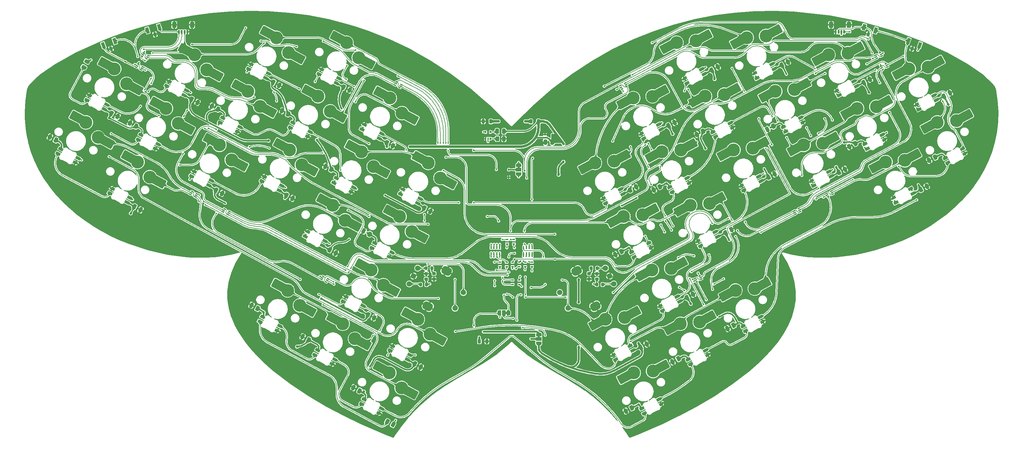
<source format=gbr>
%TF.GenerationSoftware,KiCad,Pcbnew,8.0.8*%
%TF.CreationDate,2025-01-20T00:47:42+01:00*%
%TF.ProjectId,____,e4e8e4e8-2e6b-4696-9361-645f70636258,2.0*%
%TF.SameCoordinates,Original*%
%TF.FileFunction,Copper,L2,Bot*%
%TF.FilePolarity,Positive*%
%FSLAX46Y46*%
G04 Gerber Fmt 4.6, Leading zero omitted, Abs format (unit mm)*
G04 Created by KiCad (PCBNEW 8.0.8) date 2025-01-20 00:47:42*
%MOMM*%
%LPD*%
G01*
G04 APERTURE LIST*
G04 Aperture macros list*
%AMRoundRect*
0 Rectangle with rounded corners*
0 $1 Rounding radius*
0 $2 $3 $4 $5 $6 $7 $8 $9 X,Y pos of 4 corners*
0 Add a 4 corners polygon primitive as box body*
4,1,4,$2,$3,$4,$5,$6,$7,$8,$9,$2,$3,0*
0 Add four circle primitives for the rounded corners*
1,1,$1+$1,$2,$3*
1,1,$1+$1,$4,$5*
1,1,$1+$1,$6,$7*
1,1,$1+$1,$8,$9*
0 Add four rect primitives between the rounded corners*
20,1,$1+$1,$2,$3,$4,$5,0*
20,1,$1+$1,$4,$5,$6,$7,0*
20,1,$1+$1,$6,$7,$8,$9,0*
20,1,$1+$1,$8,$9,$2,$3,0*%
%AMRotRect*
0 Rectangle, with rotation*
0 The origin of the aperture is its center*
0 $1 length*
0 $2 width*
0 $3 Rotation angle, in degrees counterclockwise*
0 Add horizontal line*
21,1,$1,$2,0,0,$3*%
%AMFreePoly0*
4,1,18,-0.410000,0.593000,-0.403758,0.624380,-0.385983,0.650983,-0.359380,0.668758,-0.328000,0.675000,0.328000,0.675000,0.359380,0.668759,0.385983,0.650983,0.403758,0.624380,0.410000,0.593000,0.410000,-0.593000,0.403758,-0.624380,0.385983,-0.650983,0.359380,-0.668758,0.328000,-0.675000,0.000000,-0.675000,-0.409999,-0.265000,-0.410000,0.593000,-0.410000,0.593000,$1*%
%AMFreePoly1*
4,1,19,0.550000,-0.750000,0.000000,-0.750000,0.000000,-0.744911,-0.071157,-0.744911,-0.207708,-0.704816,-0.327430,-0.627875,-0.420627,-0.520320,-0.479746,-0.390866,-0.500000,-0.250000,-0.500000,0.250000,-0.479746,0.390866,-0.420627,0.520320,-0.327430,0.627875,-0.207708,0.704816,-0.071157,0.744911,0.000000,0.744911,0.000000,0.750000,0.550000,0.750000,0.550000,-0.750000,0.550000,-0.750000,
$1*%
%AMFreePoly2*
4,1,19,0.000000,0.744911,0.071157,0.744911,0.207708,0.704816,0.327430,0.627875,0.420627,0.520320,0.479746,0.390866,0.500000,0.250000,0.500000,-0.250000,0.479746,-0.390866,0.420627,-0.520320,0.327430,-0.627875,0.207708,-0.704816,0.071157,-0.744911,0.000000,-0.744911,0.000000,-0.750000,-0.550000,-0.750000,-0.550000,0.750000,0.000000,0.750000,0.000000,0.744911,0.000000,0.744911,
$1*%
G04 Aperture macros list end*
%TA.AperFunction,EtchedComponent*%
%ADD10C,0.000000*%
%TD*%
%TA.AperFunction,SMDPad,CuDef*%
%ADD11RoundRect,0.250000X-1.948409X-0.096583X1.009466X-1.669312X1.948409X0.096583X-1.009466X1.669312X0*%
%TD*%
%TA.AperFunction,ComponentPad*%
%ADD12C,3.600000*%
%TD*%
%TA.AperFunction,ComponentPad*%
%ADD13C,2.600000*%
%TD*%
%TA.AperFunction,ComponentPad*%
%ADD14C,5.600000*%
%TD*%
%TA.AperFunction,SMDPad,CuDef*%
%ADD15RoundRect,0.250000X-1.009466X-1.669312X1.948409X-0.096583X1.009466X1.669312X-1.948409X0.096583X0*%
%TD*%
%TA.AperFunction,ComponentPad*%
%ADD16C,1.500000*%
%TD*%
%TA.AperFunction,ComponentPad*%
%ADD17RoundRect,0.800000X-0.365454X0.590715X-0.694084X-0.027349X0.365454X-0.590715X0.694084X0.027349X0*%
%TD*%
%TA.AperFunction,ComponentPad*%
%ADD18C,3.800000*%
%TD*%
%TA.AperFunction,ComponentPad*%
%ADD19RoundRect,0.800000X0.694084X-0.027349X0.365454X0.590715X-0.694084X0.027349X-0.365454X-0.590715X0*%
%TD*%
%TA.AperFunction,SMDPad,CuDef*%
%ADD20RoundRect,0.100000X0.225000X0.100000X-0.225000X0.100000X-0.225000X-0.100000X0.225000X-0.100000X0*%
%TD*%
%TA.AperFunction,SMDPad,CuDef*%
%ADD21RoundRect,0.125000X-0.125000X-0.375000X0.125000X-0.375000X0.125000X0.375000X-0.125000X0.375000X0*%
%TD*%
%TA.AperFunction,SMDPad,CuDef*%
%ADD22RoundRect,0.250000X-0.350000X-0.600000X0.350000X-0.600000X0.350000X0.600000X-0.350000X0.600000X0*%
%TD*%
%TA.AperFunction,SMDPad,CuDef*%
%ADD23RoundRect,0.085000X0.273886X-0.049359X-0.194076X0.199461X-0.273886X0.049359X0.194076X-0.199461X0*%
%TD*%
%TA.AperFunction,SMDPad,CuDef*%
%ADD24RoundRect,0.250000X-0.443736X-0.302032X-0.002262X-0.536768X0.443736X0.302032X0.002262X0.536768X0*%
%TD*%
%TA.AperFunction,SMDPad,CuDef*%
%ADD25RoundRect,0.250000X0.002262X-0.536768X0.443736X-0.302032X-0.002262X0.536768X-0.443736X0.302032X0*%
%TD*%
%TA.AperFunction,SMDPad,CuDef*%
%ADD26RoundRect,0.082000X0.369601X-0.568003X0.677575X0.011210X-0.369601X0.568003X-0.677575X-0.011210X0*%
%TD*%
%TA.AperFunction,SMDPad,CuDef*%
%ADD27FreePoly0,62.000000*%
%TD*%
%TA.AperFunction,SMDPad,CuDef*%
%ADD28RoundRect,0.082000X-0.677575X0.011210X-0.369601X-0.568003X0.677575X-0.011210X0.369601X0.568003X0*%
%TD*%
%TA.AperFunction,SMDPad,CuDef*%
%ADD29FreePoly0,298.000000*%
%TD*%
%TA.AperFunction,SMDPad,CuDef*%
%ADD30RoundRect,0.082000X-0.369601X0.568003X-0.677575X-0.011210X0.369601X-0.568003X0.677575X0.011210X0*%
%TD*%
%TA.AperFunction,SMDPad,CuDef*%
%ADD31FreePoly0,242.000000*%
%TD*%
%TA.AperFunction,SMDPad,CuDef*%
%ADD32RotRect,0.900000X1.700000X160.000000*%
%TD*%
%TA.AperFunction,SMDPad,CuDef*%
%ADD33RotRect,0.800000X1.100000X160.000000*%
%TD*%
%TA.AperFunction,SMDPad,CuDef*%
%ADD34RoundRect,0.250000X0.443736X0.302032X0.002262X0.536768X-0.443736X-0.302032X-0.002262X-0.536768X0*%
%TD*%
%TA.AperFunction,SMDPad,CuDef*%
%ADD35RoundRect,0.200000X-0.200000X-0.275000X0.200000X-0.275000X0.200000X0.275000X-0.200000X0.275000X0*%
%TD*%
%TA.AperFunction,SMDPad,CuDef*%
%ADD36FreePoly1,270.000000*%
%TD*%
%TA.AperFunction,SMDPad,CuDef*%
%ADD37R,1.500000X1.000000*%
%TD*%
%TA.AperFunction,SMDPad,CuDef*%
%ADD38FreePoly2,270.000000*%
%TD*%
%TA.AperFunction,SMDPad,CuDef*%
%ADD39RoundRect,0.082000X0.677575X-0.011210X0.369601X0.568003X-0.677575X0.011210X-0.369601X-0.568003X0*%
%TD*%
%TA.AperFunction,SMDPad,CuDef*%
%ADD40FreePoly0,118.000000*%
%TD*%
%TA.AperFunction,SMDPad,CuDef*%
%ADD41RoundRect,0.085000X0.194076X0.199461X-0.273886X-0.049359X-0.194076X-0.199461X0.273886X0.049359X0*%
%TD*%
%TA.AperFunction,SMDPad,CuDef*%
%ADD42RoundRect,0.218750X-0.218750X-0.381250X0.218750X-0.381250X0.218750X0.381250X-0.218750X0.381250X0*%
%TD*%
%TA.AperFunction,SMDPad,CuDef*%
%ADD43RoundRect,0.250000X-0.002262X0.536768X-0.443736X0.302032X0.002262X-0.536768X0.443736X-0.302032X0*%
%TD*%
%TA.AperFunction,SMDPad,CuDef*%
%ADD44RoundRect,0.250000X0.250000X0.475000X-0.250000X0.475000X-0.250000X-0.475000X0.250000X-0.475000X0*%
%TD*%
%TA.AperFunction,SMDPad,CuDef*%
%ADD45RoundRect,0.250000X0.274090X-0.443036X0.520563X0.020512X-0.274090X0.443036X-0.520563X-0.020512X0*%
%TD*%
%TA.AperFunction,SMDPad,CuDef*%
%ADD46RoundRect,0.100000X0.100000X-0.350000X0.100000X0.350000X-0.100000X0.350000X-0.100000X-0.350000X0*%
%TD*%
%TA.AperFunction,SMDPad,CuDef*%
%ADD47RoundRect,0.112500X0.187500X0.112500X-0.187500X0.112500X-0.187500X-0.112500X0.187500X-0.112500X0*%
%TD*%
%TA.AperFunction,SMDPad,CuDef*%
%ADD48RoundRect,0.225000X0.250000X-0.225000X0.250000X0.225000X-0.250000X0.225000X-0.250000X-0.225000X0*%
%TD*%
%TA.AperFunction,SMDPad,CuDef*%
%ADD49RotRect,0.900000X1.700000X200.000000*%
%TD*%
%TA.AperFunction,SMDPad,CuDef*%
%ADD50RotRect,0.800000X1.100000X200.000000*%
%TD*%
%TA.AperFunction,SMDPad,CuDef*%
%ADD51RoundRect,0.112500X-0.112500X0.187500X-0.112500X-0.187500X0.112500X-0.187500X0.112500X0.187500X0*%
%TD*%
%TA.AperFunction,SMDPad,CuDef*%
%ADD52RoundRect,0.225000X-0.250000X0.225000X-0.250000X-0.225000X0.250000X-0.225000X0.250000X0.225000X0*%
%TD*%
%TA.AperFunction,SMDPad,CuDef*%
%ADD53RoundRect,0.200000X0.200000X0.275000X-0.200000X0.275000X-0.200000X-0.275000X0.200000X-0.275000X0*%
%TD*%
%TA.AperFunction,SMDPad,CuDef*%
%ADD54FreePoly1,180.000000*%
%TD*%
%TA.AperFunction,SMDPad,CuDef*%
%ADD55R,1.000000X1.500000*%
%TD*%
%TA.AperFunction,SMDPad,CuDef*%
%ADD56FreePoly2,180.000000*%
%TD*%
%TA.AperFunction,SMDPad,CuDef*%
%ADD57RoundRect,0.218750X0.218750X0.381250X-0.218750X0.381250X-0.218750X-0.381250X0.218750X-0.381250X0*%
%TD*%
%TA.AperFunction,SMDPad,CuDef*%
%ADD58RoundRect,0.100000X0.100000X-0.225000X0.100000X0.225000X-0.100000X0.225000X-0.100000X-0.225000X0*%
%TD*%
%TA.AperFunction,SMDPad,CuDef*%
%ADD59RotRect,0.900000X1.700000X164.000000*%
%TD*%
%TA.AperFunction,SMDPad,CuDef*%
%ADD60RotRect,0.800000X1.100000X164.000000*%
%TD*%
%TA.AperFunction,SMDPad,CuDef*%
%ADD61RoundRect,0.250000X-0.443036X-0.274090X0.020512X-0.520563X0.443036X0.274090X-0.020512X0.520563X0*%
%TD*%
%TA.AperFunction,SMDPad,CuDef*%
%ADD62RotRect,0.900000X1.700000X196.000000*%
%TD*%
%TA.AperFunction,SMDPad,CuDef*%
%ADD63RotRect,0.800000X1.100000X196.000000*%
%TD*%
%TA.AperFunction,SMDPad,CuDef*%
%ADD64RoundRect,0.250000X0.262500X0.450000X-0.262500X0.450000X-0.262500X-0.450000X0.262500X-0.450000X0*%
%TD*%
%TA.AperFunction,ViaPad*%
%ADD65C,0.450000*%
%TD*%
%TA.AperFunction,ViaPad*%
%ADD66C,0.500000*%
%TD*%
%TA.AperFunction,ViaPad*%
%ADD67C,0.700000*%
%TD*%
%TA.AperFunction,Conductor*%
%ADD68C,0.200000*%
%TD*%
%TA.AperFunction,Conductor*%
%ADD69C,0.300000*%
%TD*%
%TA.AperFunction,Conductor*%
%ADD70C,0.400000*%
%TD*%
%TA.AperFunction,Conductor*%
%ADD71C,0.500000*%
%TD*%
%TA.AperFunction,Conductor*%
%ADD72C,0.700000*%
%TD*%
G04 APERTURE END LIST*
D10*
%TA.AperFunction,EtchedComponent*%
%TO.C,JP1*%
G36*
X152300000Y-80340000D02*
G01*
X151700000Y-80340000D01*
X151700000Y-79840000D01*
X152300000Y-79840000D01*
X152300000Y-80340000D01*
G37*
%TD.AperFunction*%
%TA.AperFunction,EtchedComponent*%
%TO.C,JP4*%
G36*
X157920000Y-127740000D02*
G01*
X157320000Y-127740000D01*
X157320000Y-127240000D01*
X157920000Y-127240000D01*
X157920000Y-127740000D01*
G37*
%TD.AperFunction*%
%TA.AperFunction,EtchedComponent*%
%TO.C,JP2*%
G36*
X148740000Y-121160000D02*
G01*
X148240000Y-121160000D01*
X148240000Y-120560000D01*
X148740000Y-120560000D01*
X148740000Y-121160000D01*
G37*
%TD.AperFunction*%
%TD*%
D11*
%TO.P,SW18,1,1*%
%TO.N,row_3*%
X108201050Y-107452193D03*
D12*
X110670503Y-108878482D03*
%TO.P,SW18,2,2*%
%TO.N,mtx_b3*%
X114099351Y-113080030D03*
D11*
X116615752Y-114418024D03*
D13*
%TO.P,SW18,SH,B*%
%TO.N,GND*%
X101068104Y-116287695D03*
%TD*%
D14*
%TO.P,H2,1,1*%
%TO.N,GND*%
X135500000Y-65925000D03*
%TD*%
D11*
%TO.P,SW16,1,1*%
%TO.N,row_2*%
X116181824Y-92442165D03*
D12*
X118651277Y-93868454D03*
%TO.P,SW16,2,2*%
%TO.N,mtx_f2*%
X122080125Y-98070002D03*
D11*
X124596526Y-99407996D03*
D13*
%TO.P,SW16,SH,B*%
%TO.N,GND*%
X109048878Y-101277667D03*
%TD*%
D15*
%TO.P,SW33,1,1*%
%TO.N,row_6*%
X193670588Y-46431190D03*
D12*
X196233936Y-45181491D03*
%TO.P,SW33,2,2*%
%TO.N,mtx_a6*%
X201634564Y-44688323D03*
D15*
X204150965Y-43350329D03*
D13*
%TO.P,SW33,SH,B*%
%TO.N,GND*%
X197006859Y-57285420D03*
%TD*%
D14*
%TO.P,H18,1,1*%
%TO.N,GND*%
X81000000Y-102000000D03*
%TD*%
D15*
%TO.P,SW24,1,1*%
%TO.N,row_4*%
X173690024Y-123876224D03*
D12*
X176253372Y-122626525D03*
%TO.P,SW24,2,2*%
%TO.N,mtx_c4*%
X181654000Y-122133357D03*
D15*
X184170401Y-120795363D03*
D13*
%TO.P,SW24,SH,B*%
%TO.N,GND*%
X177026295Y-134730454D03*
%TD*%
D11*
%TO.P,SW12,1,1*%
%TO.N,row_2*%
X97471940Y-89289362D03*
D12*
X99941393Y-90715651D03*
%TO.P,SW12,2,2*%
%TO.N,mtx_b2*%
X103370241Y-94917199D03*
D11*
X105886642Y-96255193D03*
D13*
%TO.P,SW12,SH,B*%
%TO.N,GND*%
X90338994Y-98124864D03*
%TD*%
D15*
%TO.P,SW36,1,1*%
%TO.N,row_6*%
X229281447Y-75064500D03*
D12*
X231844795Y-73814801D03*
%TO.P,SW36,2,2*%
%TO.N,mtx_d6*%
X237245423Y-73321633D03*
D15*
X239761824Y-71983639D03*
D13*
%TO.P,SW36,SH,B*%
%TO.N,GND*%
X232617718Y-85918730D03*
%TD*%
D14*
%TO.P,H6,1,1*%
%TO.N,GND*%
X130000000Y-101924640D03*
%TD*%
D16*
%TO.P,SW43,A,A*%
%TO.N,Net-(R2-Pad1)*%
X123709682Y-108315557D03*
%TO.P,SW43,B,B*%
%TO.N,Net-(R3-Pad1)*%
X121362324Y-112730295D03*
%TO.P,SW43,C,C*%
%TO.N,GND*%
X122536003Y-110522926D03*
D17*
%TO.P,SW43,MP,MP*%
X131787150Y-109099455D03*
X126529068Y-118988469D03*
D16*
%TO.P,SW43,S1,S1*%
%TO.N,mtx_c3*%
X136512421Y-115122894D03*
%TO.P,SW43,S2,S2*%
%TO.N,row_3*%
X134165063Y-119537632D03*
%TD*%
D11*
%TO.P,SW10,1,1*%
%TO.N,row_1*%
X101296690Y-43755075D03*
D12*
X103766143Y-45181364D03*
%TO.P,SW10,2,2*%
%TO.N,mtx_f1*%
X107194991Y-49382912D03*
D11*
X109711392Y-50720906D03*
D13*
%TO.P,SW10,SH,B*%
%TO.N,GND*%
X94163744Y-52590577D03*
%TD*%
D11*
%TO.P,SW11,1,1*%
%TO.N,row_2*%
X85334657Y-73775292D03*
D12*
X87804110Y-75201581D03*
%TO.P,SW11,2,2*%
%TO.N,mtx_a2*%
X91232958Y-79403129D03*
D11*
X93749359Y-80741123D03*
D13*
%TO.P,SW11,SH,B*%
%TO.N,GND*%
X78201711Y-82610794D03*
%TD*%
D14*
%TO.P,H17,1,1*%
%TO.N,GND*%
X263000000Y-95000000D03*
%TD*%
D11*
%TO.P,SW19,1,1*%
%TO.N,row_3*%
X121277277Y-121200369D03*
D12*
X123746730Y-122626658D03*
%TO.P,SW19,2,2*%
%TO.N,mtx_d3*%
X127175578Y-126828206D03*
D11*
X129691979Y-128166200D03*
D13*
%TO.P,SW19,SH,B*%
%TO.N,GND*%
X114144331Y-130035871D03*
%TD*%
D15*
%TO.P,SW29,1,1*%
%TO.N,row_5*%
X181533302Y-61945257D03*
D12*
X184096650Y-60695558D03*
%TO.P,SW29,2,2*%
%TO.N,mtx_c5*%
X189497278Y-60202390D03*
D15*
X192013679Y-58864396D03*
D13*
%TO.P,SW29,SH,B*%
%TO.N,GND*%
X184869573Y-72799487D03*
%TD*%
D11*
%TO.P,SW5,1,1*%
%TO.N,row_1*%
X42750697Y-77182110D03*
D12*
X45220150Y-78608399D03*
%TO.P,SW5,2,2*%
%TO.N,mtx_a1*%
X48648998Y-82809947D03*
D11*
X51165399Y-84147941D03*
D13*
%TO.P,SW5,SH,B*%
%TO.N,GND*%
X35617751Y-86017612D03*
%TD*%
D18*
%TO.P,H22,1,1*%
%TO.N,GND*%
X228500000Y-39000000D03*
%TD*%
D11*
%TO.P,SW17,1,1*%
%TO.N,row_3*%
X84796446Y-113128865D03*
D12*
X87265899Y-114555154D03*
%TO.P,SW17,2,2*%
%TO.N,mtx_a3*%
X90694747Y-118756702D03*
D11*
X93211148Y-120094696D03*
D13*
%TO.P,SW17,SH,B*%
%TO.N,GND*%
X77663500Y-121964367D03*
%TD*%
D14*
%TO.P,H9,1,1*%
%TO.N,GND*%
X182500000Y-50000000D03*
%TD*%
D11*
%TO.P,SW2,1,1*%
%TO.N,row_0*%
X36247072Y-51072668D03*
D12*
X38716525Y-52498957D03*
%TO.P,SW2,2,2*%
%TO.N,mtx_b0*%
X42145373Y-56700505D03*
D11*
X44661774Y-58038499D03*
D13*
%TO.P,SW2,SH,B*%
%TO.N,GND*%
X29114126Y-59908170D03*
%TD*%
D15*
%TO.P,SW41,1,1*%
%TO.N,row_7*%
X258720205Y-53748788D03*
D12*
X261283553Y-52499089D03*
%TO.P,SW41,2,2*%
%TO.N,mtx_e7*%
X266684181Y-52005921D03*
D15*
X269200582Y-50667927D03*
D13*
%TO.P,SW41,SH,B*%
%TO.N,GND*%
X262056476Y-64603018D03*
%TD*%
D18*
%TO.P,H20,1,1*%
%TO.N,GND*%
X71500000Y-39000000D03*
%TD*%
D11*
%TO.P,SW13,1,1*%
%TO.N,row_2*%
X105452955Y-74279250D03*
D12*
X107922408Y-75705539D03*
%TO.P,SW13,2,2*%
%TO.N,mtx_c2*%
X111351256Y-79907087D03*
D11*
X113867657Y-81245081D03*
D13*
%TO.P,SW13,SH,B*%
%TO.N,GND*%
X98320009Y-83114752D03*
%TD*%
D15*
%TO.P,SW42,1,1*%
%TO.N,row_7*%
X266701222Y-68758897D03*
D12*
X269264570Y-67509198D03*
%TO.P,SW42,2,2*%
%TO.N,mtx_f7*%
X274665198Y-67016030D03*
D15*
X277181599Y-65678036D03*
D13*
%TO.P,SW42,SH,B*%
%TO.N,GND*%
X270037493Y-79613127D03*
%TD*%
D15*
%TO.P,SW39,1,1*%
%TO.N,row_7*%
X213319416Y-45044283D03*
D12*
X215882764Y-43794584D03*
%TO.P,SW39,2,2*%
%TO.N,mtx_a7*%
X221283392Y-43301416D03*
D15*
X223799793Y-41963422D03*
D13*
%TO.P,SW39,SH,B*%
%TO.N,GND*%
X216655687Y-55898513D03*
%TD*%
D11*
%TO.P,SW9,1,1*%
%TO.N,row_1*%
X93315673Y-58765183D03*
D12*
X95785126Y-60191472D03*
%TO.P,SW9,2,2*%
%TO.N,mtx_e1*%
X99213974Y-64393020D03*
D11*
X101730375Y-65731014D03*
D13*
%TO.P,SW9,SH,B*%
%TO.N,GND*%
X86182727Y-67600685D03*
%TD*%
D14*
%TO.P,H12,1,1*%
%TO.N,GND*%
X66000000Y-41000000D03*
%TD*%
D15*
%TO.P,SW25,1,1*%
%TO.N,row_4*%
X186766250Y-110128051D03*
D12*
X189329598Y-108878352D03*
%TO.P,SW25,2,2*%
%TO.N,mtx_e4*%
X194730226Y-108385184D03*
D15*
X197246627Y-107047190D03*
D13*
%TO.P,SW25,SH,B*%
%TO.N,GND*%
X190102521Y-120982281D03*
%TD*%
D15*
%TO.P,SW38,1,1*%
%TO.N,row_6*%
X252216579Y-79858227D03*
D12*
X254779927Y-78608528D03*
%TO.P,SW38,2,2*%
%TO.N,mtx_f6*%
X260180555Y-78115360D03*
D15*
X262696956Y-76777366D03*
D13*
%TO.P,SW38,SH,B*%
%TO.N,GND*%
X255552850Y-90712457D03*
%TD*%
D15*
%TO.P,SW22,1,1*%
%TO.N,row_4*%
X181671037Y-138886333D03*
D12*
X184234385Y-137636634D03*
%TO.P,SW22,2,2*%
%TO.N,mtx_a4*%
X189635013Y-137143466D03*
D15*
X192151414Y-135805472D03*
D13*
%TO.P,SW22,SH,B*%
%TO.N,GND*%
X185007308Y-149740563D03*
%TD*%
D14*
%TO.P,H8,1,1*%
%TO.N,GND*%
X117500000Y-50000000D03*
%TD*%
D11*
%TO.P,SW15,1,1*%
%TO.N,row_2*%
X124162842Y-77432053D03*
D12*
X126632295Y-78858342D03*
%TO.P,SW15,2,2*%
%TO.N,mtx_e2*%
X130061143Y-83059890D03*
D11*
X132577544Y-84397884D03*
D13*
%TO.P,SW15,SH,B*%
%TO.N,GND*%
X117029896Y-86267555D03*
%TD*%
D14*
%TO.P,H16,1,1*%
%TO.N,GND*%
X37000000Y-95000000D03*
%TD*%
D15*
%TO.P,SW34,1,1*%
%TO.N,row_6*%
X201651604Y-61441299D03*
D12*
X204214952Y-60191600D03*
%TO.P,SW34,2,2*%
%TO.N,mtx_b6*%
X209615580Y-59698432D03*
D15*
X212131981Y-58360438D03*
D13*
%TO.P,SW34,SH,B*%
%TO.N,GND*%
X204987875Y-72295529D03*
%TD*%
D15*
%TO.P,SW28,1,1*%
%TO.N,row_5*%
X170804433Y-80108171D03*
D12*
X173367781Y-78858472D03*
%TO.P,SW28,2,2*%
%TO.N,mtx_b5*%
X178768409Y-78365304D03*
D15*
X181284810Y-77027310D03*
D13*
%TO.P,SW28,SH,B*%
%TO.N,GND*%
X174140704Y-90962401D03*
%TD*%
D11*
%TO.P,SW8,1,1*%
%TO.N,row_1*%
X73666842Y-57378276D03*
D12*
X76136295Y-58804565D03*
%TO.P,SW8,2,2*%
%TO.N,mtx_d1*%
X79565143Y-63006113D03*
D11*
X82081544Y-64344107D03*
D13*
%TO.P,SW8,SH,B*%
%TO.N,GND*%
X66533896Y-66213778D03*
%TD*%
D11*
%TO.P,SW21,1,1*%
%TO.N,row_3*%
X113296259Y-136210473D03*
D12*
X115765712Y-137636762D03*
%TO.P,SW21,2,2*%
%TO.N,mtx_f3*%
X119194560Y-141838310D03*
D11*
X121710961Y-143176304D03*
D13*
%TO.P,SW21,SH,B*%
%TO.N,GND*%
X106163313Y-145045975D03*
%TD*%
D15*
%TO.P,SW26,1,1*%
%TO.N,row_4*%
X210170851Y-115804724D03*
D12*
X212734199Y-114555025D03*
%TO.P,SW26,2,2*%
%TO.N,mtx_f4*%
X218134827Y-114061857D03*
D15*
X220651228Y-112723863D03*
D13*
%TO.P,SW26,SH,B*%
%TO.N,GND*%
X213507122Y-126658954D03*
%TD*%
D14*
%TO.P,H4,1,1*%
%TO.N,GND*%
X135500000Y-130000000D03*
%TD*%
D15*
%TO.P,SW31,1,1*%
%TO.N,row_5*%
X197495336Y-91965476D03*
D12*
X200058684Y-90715777D03*
%TO.P,SW31,2,2*%
%TO.N,mtx_e5*%
X205459312Y-90222609D03*
D15*
X207975713Y-88884615D03*
D13*
%TO.P,SW31,SH,B*%
%TO.N,GND*%
X200831607Y-102819706D03*
%TD*%
D15*
%TO.P,SW35,1,1*%
%TO.N,row_6*%
X221300433Y-60054393D03*
D12*
X223863781Y-58804694D03*
%TO.P,SW35,2,2*%
%TO.N,mtx_c6*%
X229264409Y-58311526D03*
D15*
X231780810Y-56973532D03*
D13*
%TO.P,SW35,SH,B*%
%TO.N,GND*%
X224636704Y-70908623D03*
%TD*%
D11*
%TO.P,SW6,1,1*%
%TO.N,row_1*%
X50731712Y-62172001D03*
D12*
X53201165Y-63598290D03*
%TO.P,SW6,2,2*%
%TO.N,mtx_b1*%
X56630013Y-67799838D03*
D11*
X59146414Y-69137832D03*
D13*
%TO.P,SW6,SH,B*%
%TO.N,GND*%
X43598766Y-71007503D03*
%TD*%
D14*
%TO.P,H14,1,1*%
%TO.N,GND*%
X18000000Y-60000000D03*
%TD*%
D11*
%TO.P,SW14,1,1*%
%TO.N,row_2*%
X113433971Y-59269143D03*
D12*
X115903424Y-60695432D03*
%TO.P,SW14,2,2*%
%TO.N,mtx_d2*%
X119332272Y-64896980D03*
D11*
X121848673Y-66234974D03*
D13*
%TO.P,SW14,SH,B*%
%TO.N,GND*%
X106301025Y-68104645D03*
%TD*%
D15*
%TO.P,SW37,1,1*%
%TO.N,row_6*%
X244235562Y-64848118D03*
D12*
X246798910Y-63598419D03*
%TO.P,SW37,2,2*%
%TO.N,mtx_e6*%
X252199538Y-63105251D03*
D15*
X254715939Y-61767257D03*
D13*
%TO.P,SW37,SH,B*%
%TO.N,GND*%
X247571833Y-75702348D03*
%TD*%
D11*
%TO.P,SW1,1,1*%
%TO.N,row_0*%
X28266055Y-66082778D03*
D12*
X30735508Y-67509067D03*
%TO.P,SW1,2,2*%
%TO.N,mtx_a0*%
X34164356Y-71710615D03*
D11*
X36680757Y-73048609D03*
D13*
%TO.P,SW1,SH,B*%
%TO.N,GND*%
X21133109Y-74918280D03*
%TD*%
D11*
%TO.P,SW4,1,1*%
%TO.N,row_0*%
X81647861Y-42368167D03*
D12*
X84117314Y-43794456D03*
%TO.P,SW4,2,2*%
%TO.N,mtx_f0*%
X87546162Y-47996004D03*
D11*
X90062563Y-49333998D03*
D13*
%TO.P,SW4,SH,B*%
%TO.N,GND*%
X74514915Y-51203669D03*
%TD*%
D15*
%TO.P,SW40,1,1*%
%TO.N,row_7*%
X236254546Y-49838008D03*
D12*
X238817894Y-48588309D03*
%TO.P,SW40,2,2*%
%TO.N,mtx_b7*%
X244218522Y-48095141D03*
D15*
X246734923Y-46757147D03*
D13*
%TO.P,SW40,SH,B*%
%TO.N,GND*%
X239590817Y-60692238D03*
%TD*%
D14*
%TO.P,H13,1,1*%
%TO.N,GND*%
X234000000Y-41000000D03*
%TD*%
D18*
%TO.P,H23,1,1*%
%TO.N,GND*%
X274500000Y-52000000D03*
%TD*%
D14*
%TO.P,H10,1,1*%
%TO.N,GND*%
X95000000Y-140000000D03*
%TD*%
D11*
%TO.P,SW20,1,1*%
%TO.N,row_3*%
X100220033Y-122462302D03*
D12*
X102689486Y-123888591D03*
%TO.P,SW20,2,2*%
%TO.N,mtx_e3*%
X106118334Y-128090139D03*
D11*
X108634735Y-129428133D03*
D13*
%TO.P,SW20,SH,B*%
%TO.N,GND*%
X93087087Y-131297804D03*
%TD*%
D15*
%TO.P,SW32,1,1*%
%TO.N,row_5*%
X209632619Y-76451406D03*
D12*
X212195967Y-75201707D03*
%TO.P,SW32,2,2*%
%TO.N,mtx_f5*%
X217596595Y-74708539D03*
D15*
X220112996Y-73370545D03*
D13*
%TO.P,SW32,SH,B*%
%TO.N,GND*%
X212968890Y-87305636D03*
%TD*%
D14*
%TO.P,H7,1,1*%
%TO.N,GND*%
X170000000Y-101924637D03*
%TD*%
D11*
%TO.P,SW7,1,1*%
%TO.N,row_1*%
X65685828Y-72388385D03*
D12*
X68155281Y-73814674D03*
%TO.P,SW7,2,2*%
%TO.N,mtx_c1*%
X71584129Y-78016222D03*
D11*
X74100530Y-79354216D03*
D13*
%TO.P,SW7,SH,B*%
%TO.N,GND*%
X58552882Y-81223887D03*
%TD*%
D14*
%TO.P,H5,1,1*%
%TO.N,GND*%
X164500000Y-130000000D03*
%TD*%
%TO.P,H3,1,1*%
%TO.N,GND*%
X164500000Y-65925000D03*
%TD*%
D11*
%TO.P,SW3,1,1*%
%TO.N,row_0*%
X58712730Y-47161892D03*
D12*
X61182183Y-48588181D03*
%TO.P,SW3,2,2*%
%TO.N,mtx_e0*%
X64611031Y-52789729D03*
D11*
X67127432Y-54127723D03*
D13*
%TO.P,SW3,SH,B*%
%TO.N,GND*%
X51579784Y-55997394D03*
%TD*%
D18*
%TO.P,H21,1,1*%
%TO.N,GND*%
X25500000Y-52000000D03*
%TD*%
D16*
%TO.P,SW44,A,A*%
%TO.N,Net-(R4-Pad1)*%
X178637600Y-112730353D03*
%TO.P,SW44,B,B*%
%TO.N,Net-(R5-Pad1)*%
X176290242Y-108315615D03*
%TO.P,SW44,C,C*%
%TO.N,GND*%
X177463921Y-110522984D03*
D19*
%TO.P,SW44,MP,MP*%
X173470856Y-118988527D03*
X168212774Y-109099513D03*
D16*
%TO.P,SW44,S1,S1*%
%TO.N,row_4*%
X165834861Y-119537690D03*
%TO.P,SW44,S2,S2*%
%TO.N,mtx_d4*%
X163487503Y-115122952D03*
%TD*%
D14*
%TO.P,H15,1,1*%
%TO.N,GND*%
X282000000Y-60000000D03*
%TD*%
D15*
%TO.P,SW23,1,1*%
%TO.N,row_4*%
X194747267Y-125138157D03*
D12*
X197310615Y-123888458D03*
%TO.P,SW23,2,2*%
%TO.N,mtx_b4*%
X202711243Y-123395290D03*
D15*
X205227644Y-122057296D03*
D13*
%TO.P,SW23,SH,B*%
%TO.N,GND*%
X198083538Y-135992387D03*
%TD*%
D15*
%TO.P,SW27,1,1*%
%TO.N,row_5*%
X178785450Y-95118281D03*
D12*
X181348798Y-93868582D03*
%TO.P,SW27,2,2*%
%TO.N,mtx_a5*%
X186749426Y-93375414D03*
D15*
X189265827Y-92037420D03*
D13*
%TO.P,SW27,SH,B*%
%TO.N,GND*%
X182121721Y-105972511D03*
%TD*%
D14*
%TO.P,H19,1,1*%
%TO.N,GND*%
X219000000Y-102000000D03*
%TD*%
D15*
%TO.P,SW30,1,1*%
%TO.N,row_5*%
X189514320Y-76955368D03*
D12*
X192077668Y-75705669D03*
%TO.P,SW30,2,2*%
%TO.N,mtx_d5*%
X197478296Y-75212501D03*
D15*
X199994697Y-73874507D03*
D13*
%TO.P,SW30,SH,B*%
%TO.N,GND*%
X192850591Y-87809598D03*
%TD*%
D14*
%TO.P,H11,1,1*%
%TO.N,GND*%
X205000000Y-140000000D03*
%TD*%
D20*
%TO.P,D45,1,L1*%
%TO.N,col_c*%
X150650000Y-100290000D03*
%TO.P,D45,2,VN*%
%TO.N,GND*%
X150650000Y-100940000D03*
%TO.P,D45,3,L2*%
%TO.N,col_b*%
X150650000Y-101590000D03*
%TO.P,D45,4,L3*%
%TO.N,col_a*%
X148750000Y-101590000D03*
%TO.P,D45,5,NC*%
%TO.N,GND*%
X148750000Y-100940000D03*
%TO.P,D45,6,L4*%
%TO.N,gpio3*%
X148750000Y-100290000D03*
%TD*%
D21*
%TO.P,J4,1,Pin_1*%
%TO.N,GND*%
X240800000Y-42150000D03*
%TO.P,J4,2,Pin_2*%
%TO.N,mtx_c7*%
X241600000Y-42150000D03*
%TO.P,J4,3,Pin_3*%
%TO.N,row_7*%
X242400000Y-42150000D03*
%TO.P,J4,4,Pin_4*%
%TO.N,mtx_d7*%
X243200000Y-42150000D03*
D22*
%TO.P,J4,MP,MountPin*%
%TO.N,GND*%
X239500000Y-40200000D03*
X244500000Y-40200000D03*
%TD*%
D23*
%TO.P,U7,1*%
%TO.N,mtx_d2*%
X48256946Y-48810630D03*
%TO.P,U7,2*%
%TO.N,mtx_d1*%
X48022211Y-49252104D03*
%TO.P,U7,3*%
%TO.N,col_d*%
X47787475Y-49693577D03*
%TO.P,U7,4*%
%TO.N,mtx_d3*%
X46463054Y-48989370D03*
%TO.P,U7,5*%
%TO.N,mtx_d0*%
X46697789Y-48547896D03*
%TO.P,U7,6*%
%TO.N,col_d*%
X46932525Y-48106423D03*
%TD*%
D24*
%TO.P,C3,1*%
%TO.N,+5V*%
X109811200Y-121354002D03*
%TO.P,C3,2*%
%TO.N,GND*%
X111488800Y-122245998D03*
%TD*%
D25*
%TO.P,C31,1*%
%TO.N,+5V*%
X183191200Y-86465998D03*
%TO.P,C31,2*%
%TO.N,GND*%
X184868800Y-85574002D03*
%TD*%
D26*
%TO.P,D24,1,VDD*%
%TO.N,+5V*%
X69086072Y-66238478D03*
%TO.P,D24,2,DOUT*%
%TO.N,Net-(D24-DOUT)*%
X68381865Y-67562900D03*
%TO.P,D24,3,DIN*%
%TO.N,Net-(D23-DOUT)*%
X73898135Y-68797100D03*
D27*
%TO.P,D24,4,VSS*%
%TO.N,GND*%
X73193928Y-70121522D03*
%TD*%
D28*
%TO.P,D11,1,VDD*%
%TO.N,+5V*%
X203934207Y-53964422D03*
%TO.P,D11,2,DOUT*%
%TO.N,Net-(D11-DOUT)*%
X203230000Y-52640000D03*
%TO.P,D11,3,DIN*%
%TO.N,Net-(D10-DOUT)*%
X199122142Y-56523042D03*
D29*
%TO.P,D11,4,VSS*%
%TO.N,GND*%
X198417935Y-55198620D03*
%TD*%
D24*
%TO.P,C38,1*%
%TO.N,+5V*%
X37951200Y-64954002D03*
%TO.P,C38,2*%
%TO.N,GND*%
X39628800Y-65845998D03*
%TD*%
D30*
%TO.P,D7,1,VDD*%
%TO.N,+5V*%
X112913929Y-72011521D03*
%TO.P,D7,2,DOUT*%
%TO.N,Net-(D7-DOUT)*%
X113618136Y-70687099D03*
%TO.P,D7,3,DIN*%
%TO.N,Net-(D6-DOUT)*%
X108101864Y-69452901D03*
D31*
%TO.P,D7,4,VSS*%
%TO.N,GND*%
X108806071Y-68128479D03*
%TD*%
D24*
%TO.P,C8,1*%
%TO.N,+5V*%
X115071200Y-73154002D03*
%TO.P,C8,2*%
%TO.N,GND*%
X116748800Y-74045998D03*
%TD*%
D32*
%TO.P,SW48,1,1*%
%TO.N,mtx_d7*%
X264366797Y-45897321D03*
%TO.P,SW48,2,2*%
%TO.N,row_7*%
X261171839Y-44734454D03*
D33*
%TO.P,SW48,SH,B*%
%TO.N,GND*%
X262208404Y-46856984D03*
%TD*%
D30*
%TO.P,D31,1,VDD*%
%TO.N,+5V*%
X107703929Y-120191521D03*
%TO.P,D31,2,DOUT*%
%TO.N,Net-(D31-DOUT)*%
X108408136Y-118867099D03*
%TO.P,D31,3,DIN*%
%TO.N,Net-(D30-DOUT)*%
X102891864Y-117632901D03*
D31*
%TO.P,D31,4,VSS*%
%TO.N,GND*%
X103596071Y-116308479D03*
%TD*%
D34*
%TO.P,C4,1*%
%TO.N,+5V*%
X93138800Y-128395998D03*
%TO.P,C4,2*%
%TO.N,GND*%
X91461200Y-127504002D03*
%TD*%
D23*
%TO.P,U1,1*%
%TO.N,mtx_a2*%
X61824421Y-87504207D03*
%TO.P,U1,2*%
%TO.N,mtx_a3*%
X61589686Y-87945681D03*
%TO.P,U1,3*%
%TO.N,col_a*%
X61354950Y-88387154D03*
%TO.P,U1,4*%
%TO.N,mtx_a1*%
X60030529Y-87682947D03*
%TO.P,U1,5*%
%TO.N,mtx_a0*%
X60265264Y-87241473D03*
%TO.P,U1,6*%
%TO.N,col_a*%
X60500000Y-86800000D03*
%TD*%
D35*
%TO.P,R2,1*%
%TO.N,Net-(R2-Pad1)*%
X126025000Y-108320000D03*
%TO.P,R2,2*%
%TO.N,ec1a*%
X127675000Y-108320000D03*
%TD*%
D20*
%TO.P,D47,1,L1*%
%TO.N,ec2b*%
X152180000Y-111610000D03*
%TO.P,D47,2,VN*%
%TO.N,GND*%
X152180000Y-112260000D03*
%TO.P,D47,3,L2*%
%TO.N,ec2a*%
X152180000Y-112910000D03*
%TO.P,D47,4,L3*%
%TO.N,ec1b*%
X150280000Y-112910000D03*
%TO.P,D47,5,NC*%
%TO.N,GND*%
X150280000Y-112260000D03*
%TO.P,D47,6,L4*%
%TO.N,ec1a*%
X150280000Y-111610000D03*
%TD*%
D36*
%TO.P,JP1,1,A*%
%TO.N,jst_data*%
X152000000Y-79440000D03*
D37*
%TO.P,JP1,2,C*%
%TO.N,led_data_in*%
X152000000Y-80740000D03*
D38*
%TO.P,JP1,3,B*%
%TO.N,gpio3*%
X152000000Y-82040000D03*
%TD*%
D39*
%TO.P,D19,1,VDD*%
%TO.N,+5V*%
X194300001Y-85660000D03*
%TO.P,D19,2,DOUT*%
%TO.N,Net-(D19-DOUT)*%
X195004208Y-86984422D03*
%TO.P,D19,3,DIN*%
%TO.N,Net-(D18-DOUT)*%
X199112064Y-83101378D03*
D40*
%TO.P,D19,4,VSS*%
%TO.N,GND*%
X199816271Y-84425800D03*
%TD*%
D34*
%TO.P,C42,1*%
%TO.N,+5V*%
X22337600Y-72441996D03*
%TO.P,C42,2*%
%TO.N,GND*%
X20660000Y-71550000D03*
%TD*%
D30*
%TO.P,D3,1,VDD*%
%TO.N,+5V*%
X35873929Y-63821521D03*
%TO.P,D3,2,DOUT*%
%TO.N,Net-(D3-DOUT)*%
X36578136Y-62497099D03*
%TO.P,D3,3,DIN*%
%TO.N,Net-(D3-DIN)*%
X31061864Y-61262901D03*
D31*
%TO.P,D3,4,VSS*%
%TO.N,GND*%
X31766071Y-59938479D03*
%TD*%
D39*
%TO.P,D20,1,VDD*%
%TO.N,+5V*%
X183611865Y-103847100D03*
%TO.P,D20,2,DOUT*%
%TO.N,Net-(D20-DOUT)*%
X184316072Y-105171522D03*
%TO.P,D20,3,DIN*%
%TO.N,Net-(D19-DOUT)*%
X188423928Y-101288478D03*
D40*
%TO.P,D20,4,VSS*%
%TO.N,GND*%
X189128135Y-102612900D03*
%TD*%
D28*
%TO.P,D38,1,VDD*%
%TO.N,+5V*%
X262492065Y-87411380D03*
%TO.P,D38,2,DOUT*%
%TO.N,Net-(D38-DOUT)*%
X261787858Y-86086958D03*
%TO.P,D38,3,DIN*%
%TO.N,Net-(D37-DOUT)*%
X257680000Y-89970000D03*
D29*
%TO.P,D38,4,VSS*%
%TO.N,GND*%
X256975793Y-88645578D03*
%TD*%
D41*
%TO.P,U12,1*%
%TO.N,mtx_f7*%
X239530529Y-86717053D03*
%TO.P,U12,2*%
%TO.N,mtx_f6*%
X239765265Y-87158526D03*
%TO.P,U12,3*%
%TO.N,col_f*%
X240000000Y-87600000D03*
%TO.P,U12,4*%
%TO.N,mtx_f4*%
X238675579Y-88304207D03*
%TO.P,U12,5*%
%TO.N,mtx_f5*%
X238440843Y-87862734D03*
%TO.P,U12,6*%
%TO.N,col_f*%
X238206108Y-87421260D03*
%TD*%
D42*
%TO.P,FB3,1*%
%TO.N,Earth_Clean*%
X140977500Y-128820000D03*
%TO.P,FB3,2*%
%TO.N,GND*%
X143102500Y-128820000D03*
%TD*%
D41*
%TO.P,U2,1*%
%TO.N,mtx_a6*%
X202730529Y-110517053D03*
%TO.P,U2,2*%
%TO.N,mtx_a7*%
X202965265Y-110958526D03*
%TO.P,U2,3*%
%TO.N,col_a*%
X203200000Y-111400000D03*
%TO.P,U2,4*%
%TO.N,mtx_a4*%
X201875579Y-112104207D03*
%TO.P,U2,5*%
%TO.N,mtx_a5*%
X201640843Y-111662734D03*
%TO.P,U2,6*%
%TO.N,col_a*%
X201406108Y-111221260D03*
%TD*%
D43*
%TO.P,C33,1*%
%TO.N,+5V*%
X212168800Y-124344002D03*
%TO.P,C33,2*%
%TO.N,GND*%
X210491200Y-125235998D03*
%TD*%
D25*
%TO.P,C41,1*%
%TO.N,+5V*%
X264641200Y-86305998D03*
%TO.P,C41,2*%
%TO.N,GND*%
X266318800Y-85414002D03*
%TD*%
D41*
%TO.P,U4,1*%
%TO.N,mtx_b7*%
X181754950Y-56512846D03*
%TO.P,U4,2*%
%TO.N,mtx_b6*%
X181989686Y-56954319D03*
%TO.P,U4,3*%
%TO.N,col_b*%
X182224421Y-57395793D03*
%TO.P,U4,4*%
%TO.N,mtx_b4*%
X180900000Y-58100000D03*
%TO.P,U4,5*%
%TO.N,mtx_b5*%
X180665264Y-57658527D03*
%TO.P,U4,6*%
%TO.N,col_b*%
X180430529Y-57217053D03*
%TD*%
D28*
%TO.P,D34,1,VDD*%
%TO.N,+5V*%
X197078136Y-117642901D03*
%TO.P,D34,2,DOUT*%
%TO.N,Net-(D34-DOUT)*%
X196373929Y-116318479D03*
%TO.P,D34,3,DIN*%
%TO.N,Net-(D33-DOUT)*%
X192266071Y-120201521D03*
D29*
%TO.P,D34,4,VSS*%
%TO.N,GND*%
X191561864Y-118877099D03*
%TD*%
D34*
%TO.P,C5,1*%
%TO.N,+5V*%
X78818800Y-119595998D03*
%TO.P,C5,2*%
%TO.N,GND*%
X77141200Y-118704002D03*
%TD*%
D24*
%TO.P,C43,1*%
%TO.N,+5V*%
X122891200Y-135114002D03*
%TO.P,C43,2*%
%TO.N,GND*%
X124568800Y-136005998D03*
%TD*%
D34*
%TO.P,C18,1*%
%TO.N,+5V*%
X44778800Y-68565998D03*
%TO.P,C18,2*%
%TO.N,GND*%
X43101200Y-67674002D03*
%TD*%
D35*
%TO.P,R3,1*%
%TO.N,Net-(R3-Pad1)*%
X124525000Y-112880000D03*
%TO.P,R3,2*%
%TO.N,ec1b*%
X126175000Y-112880000D03*
%TD*%
D24*
%TO.P,C6,1*%
%TO.N,+5V*%
X125570000Y-91480000D03*
%TO.P,C6,2*%
%TO.N,GND*%
X127247600Y-92371996D03*
%TD*%
D28*
%TO.P,D33,1,VDD*%
%TO.N,+5V*%
X183958136Y-131372901D03*
%TO.P,D33,2,DOUT*%
%TO.N,Net-(D33-DOUT)*%
X183253929Y-130048479D03*
%TO.P,D33,3,DIN*%
%TO.N,Net-(D32-DOUT)*%
X179146071Y-133931521D03*
D29*
%TO.P,D33,4,VSS*%
%TO.N,GND*%
X178441864Y-132607099D03*
%TD*%
D44*
%TO.P,C1,1*%
%TO.N,+5V*%
X161400000Y-73040000D03*
%TO.P,C1,2*%
%TO.N,GND*%
X159500000Y-73040000D03*
%TD*%
D34*
%TO.P,C7,1*%
%TO.N,+5V*%
X110238800Y-98825998D03*
%TO.P,C7,2*%
%TO.N,GND*%
X108561200Y-97934002D03*
%TD*%
D43*
%TO.P,C23,1*%
%TO.N,+5V*%
X223308800Y-68574002D03*
%TO.P,C23,2*%
%TO.N,GND*%
X221631200Y-69465998D03*
%TD*%
D20*
%TO.P,D46,1,L1*%
%TO.N,gpio4*%
X152180000Y-106630000D03*
%TO.P,D46,2,VN*%
%TO.N,GND*%
X152180000Y-107280000D03*
%TO.P,D46,3,L2*%
%TO.N,col_f*%
X152180000Y-107930000D03*
%TO.P,D46,4,L3*%
%TO.N,col_d*%
X150280000Y-107930000D03*
%TO.P,D46,5,NC*%
%TO.N,GND*%
X150280000Y-107280000D03*
%TO.P,D46,6,L4*%
%TO.N,col_e*%
X150280000Y-106630000D03*
%TD*%
D25*
%TO.P,C20,1*%
%TO.N,+5V*%
X248691200Y-56305998D03*
%TO.P,C20,2*%
%TO.N,GND*%
X250368800Y-55414002D03*
%TD*%
D45*
%TO.P,R1,1*%
%TO.N,Net-(D3-DIN)*%
X30191607Y-52075690D03*
%TO.P,R1,2*%
%TO.N,led_data*%
X31048393Y-50464310D03*
%TD*%
D46*
%TO.P,RN2,1,R1.1*%
%TO.N,row_7_in*%
X155760000Y-104250000D03*
%TO.P,RN2,2,R2.1*%
%TO.N,row_6_in*%
X154960000Y-104250000D03*
%TO.P,RN2,3,R3.1*%
%TO.N,row_5_in*%
X154160000Y-104250000D03*
%TO.P,RN2,4,R4.1*%
%TO.N,row_4_in*%
X153360000Y-104250000D03*
%TO.P,RN2,5,R4.2*%
%TO.N,row_4*%
X153360000Y-102550000D03*
%TO.P,RN2,6,R3.2*%
%TO.N,row_5*%
X154160000Y-102550000D03*
%TO.P,RN2,7,R2.2*%
%TO.N,row_6*%
X154960000Y-102550000D03*
%TO.P,RN2,8,R1.2*%
%TO.N,row_7*%
X155760000Y-102550000D03*
%TD*%
D36*
%TO.P,JP4,1,A*%
%TO.N,VCC*%
X157620000Y-126840000D03*
D37*
%TO.P,JP4,2,C*%
%TO.N,Net-(J5-Pin_2)*%
X157620000Y-128140000D03*
D38*
%TO.P,JP4,3,B*%
%TO.N,+5V*%
X157620000Y-129440000D03*
%TD*%
D24*
%TO.P,C16,1*%
%TO.N,+5V*%
X67211200Y-86484002D03*
%TO.P,C16,2*%
%TO.N,GND*%
X68888800Y-87375998D03*
%TD*%
D30*
%TO.P,D27,1,VDD*%
%TO.N,+5V*%
X42283929Y-89911521D03*
%TO.P,D27,2,DOUT*%
%TO.N,Net-(D27-DOUT)*%
X42988136Y-88587099D03*
%TO.P,D27,3,DIN*%
%TO.N,Net-(D26-DOUT)*%
X37471864Y-87352901D03*
D31*
%TO.P,D27,4,VSS*%
%TO.N,GND*%
X38176071Y-86028479D03*
%TD*%
D47*
%TO.P,D48,1,K*%
%TO.N,+5V*%
X161452013Y-70912437D03*
%TO.P,D48,2,A*%
%TO.N,GND*%
X159352013Y-70912437D03*
%TD*%
D48*
%TO.P,C44,1*%
%TO.N,ec1b*%
X126100000Y-111375000D03*
%TO.P,C44,2*%
%TO.N,GND*%
X126100000Y-109825000D03*
%TD*%
D25*
%TO.P,C25,1*%
%TO.N,+5V*%
X206071200Y-52835998D03*
%TO.P,C25,2*%
%TO.N,GND*%
X207748800Y-51944002D03*
%TD*%
D39*
%TO.P,D40,1,VDD*%
%TO.N,+5V*%
X199481864Y-133887099D03*
%TO.P,D40,2,DOUT*%
%TO.N,Net-(D40-DOUT)*%
X200186071Y-135211521D03*
%TO.P,D40,3,DIN*%
%TO.N,Net-(D39-DOUT)*%
X204293929Y-131328479D03*
D40*
%TO.P,D40,4,VSS*%
%TO.N,GND*%
X204998136Y-132652901D03*
%TD*%
D43*
%TO.P,C26,1*%
%TO.N,+5V*%
X203638800Y-69994002D03*
%TO.P,C26,2*%
%TO.N,GND*%
X201961200Y-70885998D03*
%TD*%
D34*
%TO.P,C15,1*%
%TO.N,+5V*%
X67708800Y-63805998D03*
%TO.P,C15,2*%
%TO.N,GND*%
X66031200Y-62914002D03*
%TD*%
D28*
%TO.P,D35,1,VDD*%
%TO.N,+5V*%
X207718136Y-99512901D03*
%TO.P,D35,2,DOUT*%
%TO.N,Net-(D35-DOUT)*%
X207013929Y-98188479D03*
%TO.P,D35,3,DIN*%
%TO.N,Net-(D34-DOUT)*%
X202906071Y-102071521D03*
D29*
%TO.P,D35,4,VSS*%
%TO.N,GND*%
X202201864Y-100747099D03*
%TD*%
D49*
%TO.P,SW45,1,1*%
%TO.N,row_0*%
X38828687Y-44734101D03*
%TO.P,SW45,2,2*%
%TO.N,mtx_c0*%
X35633732Y-45896971D03*
D50*
%TO.P,SW45,SH,B*%
%TO.N,GND*%
X37792123Y-46856632D03*
%TD*%
D51*
%TO.P,D49,1,K*%
%TO.N,led_data_in*%
X149210000Y-80730000D03*
%TO.P,D49,2,A*%
%TO.N,GND*%
X149210000Y-82830000D03*
%TD*%
D25*
%TO.P,C30,1*%
%TO.N,+5V*%
X209931200Y-98415998D03*
%TO.P,C30,2*%
%TO.N,GND*%
X211608800Y-97524002D03*
%TD*%
D24*
%TO.P,C11,1*%
%TO.N,+5V*%
X102931200Y-57604002D03*
%TO.P,C11,2*%
%TO.N,GND*%
X104608800Y-58495998D03*
%TD*%
D46*
%TO.P,RN1,1,R1.1*%
%TO.N,row_3_in*%
X146670000Y-104250000D03*
%TO.P,RN1,2,R2.1*%
%TO.N,row_2_in*%
X145870000Y-104250000D03*
%TO.P,RN1,3,R3.1*%
%TO.N,row_1_in*%
X145070000Y-104250000D03*
%TO.P,RN1,4,R4.1*%
%TO.N,row_0_in*%
X144270000Y-104250000D03*
%TO.P,RN1,5,R4.2*%
%TO.N,row_0*%
X144270000Y-102550000D03*
%TO.P,RN1,6,R3.2*%
%TO.N,row_1*%
X145070000Y-102550000D03*
%TO.P,RN1,7,R2.2*%
%TO.N,row_2*%
X145870000Y-102550000D03*
%TO.P,RN1,8,R1.2*%
%TO.N,row_3*%
X146670000Y-102550000D03*
%TD*%
D43*
%TO.P,C35,1*%
%TO.N,+5V*%
X196728800Y-133684002D03*
%TO.P,C35,2*%
%TO.N,GND*%
X195051200Y-134575998D03*
%TD*%
D24*
%TO.P,C13,1*%
%TO.N,+5V*%
X86931200Y-87884002D03*
%TO.P,C13,2*%
%TO.N,GND*%
X88608800Y-88775998D03*
%TD*%
D52*
%TO.P,C45,1*%
%TO.N,ec1a*%
X128260000Y-109825000D03*
%TO.P,C45,2*%
%TO.N,GND*%
X128260000Y-111375000D03*
%TD*%
D53*
%TO.P,R5,1*%
%TO.N,Net-(R5-Pad1)*%
X173975000Y-108320000D03*
%TO.P,R5,2*%
%TO.N,ec2b*%
X172325000Y-108320000D03*
%TD*%
D25*
%TO.P,C22,1*%
%TO.N,+5V*%
X225721200Y-51455998D03*
%TO.P,C22,2*%
%TO.N,GND*%
X227398800Y-50564002D03*
%TD*%
D26*
%TO.P,D42,1,VDD*%
%TO.N,+5V*%
X108726071Y-145058479D03*
%TO.P,D42,2,DOUT*%
%TO.N,Net-(D42-DOUT)*%
X108021864Y-146382901D03*
%TO.P,D42,3,DIN*%
%TO.N,Net-(D41-DOUT)*%
X113538136Y-147617099D03*
D27*
%TO.P,D42,4,VSS*%
%TO.N,GND*%
X112833929Y-148941521D03*
%TD*%
D25*
%TO.P,C24,1*%
%TO.N,+5V*%
X241701200Y-81495998D03*
%TO.P,C24,2*%
%TO.N,GND*%
X243378800Y-80604002D03*
%TD*%
D54*
%TO.P,JP2,1,A*%
%TO.N,gpio3*%
X149140000Y-120860000D03*
D55*
%TO.P,JP2,2,C*%
%TO.N,Net-(J5-Pin_3)*%
X147840000Y-120860000D03*
D56*
%TO.P,JP2,3,B*%
%TO.N,led_out*%
X146540000Y-120860000D03*
%TD*%
D43*
%TO.P,C32,1*%
%TO.N,+5V*%
X180768800Y-103644002D03*
%TO.P,C32,2*%
%TO.N,GND*%
X179091200Y-104535998D03*
%TD*%
D57*
%TO.P,FB1,1*%
%TO.N,+5V*%
X157532500Y-67210000D03*
%TO.P,FB1,2*%
%TO.N,Net-(J1-Pin_2)*%
X155407500Y-67210000D03*
%TD*%
D26*
%TO.P,D44,1,VDD*%
%TO.N,+5V*%
X80250000Y-121970000D03*
%TO.P,D44,2,DOUT*%
%TO.N,Net-(D44-DOUT)*%
X79545793Y-123294422D03*
%TO.P,D44,3,DIN*%
%TO.N,Net-(D43-DOUT)*%
X85062065Y-124528620D03*
D27*
%TO.P,D44,4,VSS*%
%TO.N,GND*%
X84357858Y-125853042D03*
%TD*%
D26*
%TO.P,D22,1,VDD*%
%TO.N,+5V*%
X100924207Y-83125579D03*
%TO.P,D22,2,DOUT*%
%TO.N,Net-(D22-DOUT)*%
X100220001Y-84450000D03*
%TO.P,D22,3,DIN*%
%TO.N,Net-(D21-DOUT)*%
X105736271Y-85684200D03*
D27*
%TO.P,D22,4,VSS*%
%TO.N,GND*%
X105032065Y-87008621D03*
%TD*%
D58*
%TO.P,U13,1,~{OE}*%
%TO.N,Net-(U13-~{OE})*%
X144042500Y-72080000D03*
%TO.P,U13,2,A*%
%TO.N,led_data_in*%
X143392500Y-72080000D03*
%TO.P,U13,3,GND*%
%TO.N,GND*%
X142742500Y-72080000D03*
%TO.P,U13,4,Y*%
%TO.N,led_data*%
X142742500Y-70180000D03*
%TO.P,U13,5,VCC*%
%TO.N,Net-(U13-VCC)*%
X144042500Y-70180000D03*
%TD*%
D59*
%TO.P,SW47,1,1*%
%TO.N,row_7*%
X251985294Y-41749565D03*
%TO.P,SW47,2,2*%
%TO.N,mtx_c7*%
X248717004Y-40812397D03*
D60*
%TO.P,SW47,SH,B*%
%TO.N,GND*%
X249899102Y-42857450D03*
%TD*%
D28*
%TO.P,D9,1,VDD*%
%TO.N,+5V*%
X181170000Y-87550000D03*
%TO.P,D9,2,DOUT*%
%TO.N,Net-(D10-DIN)*%
X180465793Y-86225578D03*
%TO.P,D9,3,DIN*%
%TO.N,Net-(D8-DOUT)*%
X176357935Y-90108620D03*
D29*
%TO.P,D9,4,VSS*%
%TO.N,GND*%
X175653728Y-88784198D03*
%TD*%
D20*
%TO.P,D1,1,L1*%
%TO.N,row_2_in*%
X148640000Y-106630000D03*
%TO.P,D1,2,VN*%
%TO.N,GND*%
X148640000Y-107280000D03*
%TO.P,D1,3,L2*%
%TO.N,row_1_in*%
X148640000Y-107930000D03*
%TO.P,D1,4,L3*%
%TO.N,row_3_in*%
X146740000Y-107930000D03*
%TO.P,D1,5,NC*%
%TO.N,GND*%
X146740000Y-107280000D03*
%TO.P,D1,6,L4*%
%TO.N,row_0_in*%
X146740000Y-106630000D03*
%TD*%
D25*
%TO.P,C28,1*%
%TO.N,+5V*%
X193981200Y-68405998D03*
%TO.P,C28,2*%
%TO.N,GND*%
X195658800Y-67514002D03*
%TD*%
D39*
%TO.P,D17,1,VDD*%
%TO.N,+5V*%
X226123729Y-68754200D03*
%TO.P,D17,2,DOUT*%
%TO.N,Net-(D17-DOUT)*%
X226827936Y-70078622D03*
%TO.P,D17,3,DIN*%
%TO.N,Net-(D16-DOUT)*%
X230935792Y-66195578D03*
D40*
%TO.P,D17,4,VSS*%
%TO.N,GND*%
X231639999Y-67520000D03*
%TD*%
D26*
%TO.P,D43,1,VDD*%
%TO.N,+5V*%
X95646071Y-131308479D03*
%TO.P,D43,2,DOUT*%
%TO.N,Net-(D43-DOUT)*%
X94941864Y-132632901D03*
%TO.P,D43,3,DIN*%
%TO.N,Net-(D42-DOUT)*%
X100458136Y-133867099D03*
D27*
%TO.P,D43,4,VSS*%
%TO.N,GND*%
X99753929Y-135191521D03*
%TD*%
D28*
%TO.P,D36,1,VDD*%
%TO.N,+5V*%
X219902065Y-83961380D03*
%TO.P,D36,2,DOUT*%
%TO.N,Net-(D36-DOUT)*%
X219197858Y-82636958D03*
%TO.P,D36,3,DIN*%
%TO.N,Net-(D35-DOUT)*%
X215090000Y-86520000D03*
D29*
%TO.P,D36,4,VSS*%
%TO.N,GND*%
X214385793Y-85195578D03*
%TD*%
D28*
%TO.P,D14,1,VDD*%
%TO.N,+5V*%
X268980000Y-61280000D03*
%TO.P,D14,2,DOUT*%
%TO.N,Net-(D14-DOUT)*%
X268275793Y-59955578D03*
%TO.P,D14,3,DIN*%
%TO.N,Net-(D13-DOUT)*%
X264167935Y-63838620D03*
D29*
%TO.P,D14,4,VSS*%
%TO.N,GND*%
X263463728Y-62514198D03*
%TD*%
D23*
%TO.P,U5,1*%
%TO.N,mtx_c2*%
X46669471Y-51917053D03*
%TO.P,U5,2*%
%TO.N,mtx_c3*%
X46434736Y-52358527D03*
%TO.P,U5,3*%
%TO.N,col_c*%
X46200000Y-52800000D03*
%TO.P,U5,4*%
%TO.N,mtx_c0*%
X44875579Y-52095793D03*
%TO.P,U5,5*%
%TO.N,mtx_c1*%
X45110314Y-51654319D03*
%TO.P,U5,6*%
%TO.N,col_c*%
X45345050Y-51212846D03*
%TD*%
D53*
%TO.P,R4,1*%
%TO.N,Net-(R4-Pad1)*%
X175515000Y-112910000D03*
%TO.P,R4,2*%
%TO.N,ec2a*%
X173865000Y-112910000D03*
%TD*%
D30*
%TO.P,D5,1,VDD*%
%TO.N,+5V*%
X81143929Y-55091521D03*
%TO.P,D5,2,DOUT*%
%TO.N,Net-(D5-DOUT)*%
X81848136Y-53767099D03*
%TO.P,D5,3,DIN*%
%TO.N,Net-(D4-DOUT)*%
X76331864Y-52532901D03*
D31*
%TO.P,D5,4,VSS*%
%TO.N,GND*%
X77036071Y-51208479D03*
%TD*%
D61*
%TO.P,R6,1*%
%TO.N,Net-(D44-DOUT)*%
X115194310Y-151271607D03*
%TO.P,R6,2*%
%TO.N,led_out*%
X116805690Y-152128393D03*
%TD*%
D30*
%TO.P,D29,1,VDD*%
%TO.N,+5V*%
X84913929Y-86531521D03*
%TO.P,D29,2,DOUT*%
%TO.N,Net-(D29-DOUT)*%
X85618136Y-85207099D03*
%TO.P,D29,3,DIN*%
%TO.N,Net-(D28-DOUT)*%
X80101864Y-83972901D03*
D31*
%TO.P,D29,4,VSS*%
%TO.N,GND*%
X80806071Y-82648479D03*
%TD*%
D30*
%TO.P,D30,1,VDD*%
%TO.N,+5V*%
X96993929Y-102011521D03*
%TO.P,D30,2,DOUT*%
%TO.N,Net-(D30-DOUT)*%
X97698136Y-100687099D03*
%TO.P,D30,3,DIN*%
%TO.N,Net-(D29-DOUT)*%
X92181864Y-99452901D03*
D31*
%TO.P,D30,4,VSS*%
%TO.N,GND*%
X92886071Y-98128479D03*
%TD*%
D26*
%TO.P,D25,1,VDD*%
%TO.N,+5V*%
X46136072Y-71018478D03*
%TO.P,D25,2,DOUT*%
%TO.N,Net-(D25-DOUT)*%
X45431865Y-72342900D03*
%TO.P,D25,3,DIN*%
%TO.N,Net-(D24-DOUT)*%
X50948135Y-73577100D03*
D27*
%TO.P,D25,4,VSS*%
%TO.N,GND*%
X50243928Y-74901522D03*
%TD*%
D62*
%TO.P,SW46,1,1*%
%TO.N,mtx_d0*%
X51283523Y-40812045D03*
%TO.P,SW46,2,2*%
%TO.N,row_0*%
X48015233Y-41749212D03*
D63*
%TO.P,SW46,SH,B*%
%TO.N,GND*%
X50101425Y-42857097D03*
%TD*%
D24*
%TO.P,C10,1*%
%TO.N,+5V*%
X99071200Y-103224002D03*
%TO.P,C10,2*%
%TO.N,GND*%
X100748800Y-104115998D03*
%TD*%
D64*
%TO.P,R7,1*%
%TO.N,GND*%
X147842500Y-72080000D03*
%TO.P,R7,2*%
%TO.N,Net-(U13-~{OE})*%
X146017500Y-72080000D03*
%TD*%
D41*
%TO.P,U8,1*%
%TO.N,mtx_d5*%
X254855264Y-51078527D03*
%TO.P,U8,2*%
%TO.N,mtx_d7*%
X255090000Y-51520000D03*
%TO.P,U8,3*%
%TO.N,col_d*%
X255324735Y-51961474D03*
%TO.P,U8,4*%
%TO.N,mtx_d4*%
X254000314Y-52665681D03*
%TO.P,U8,5*%
%TO.N,mtx_d6*%
X253765578Y-52224208D03*
%TO.P,U8,6*%
%TO.N,col_d*%
X253530843Y-51782734D03*
%TD*%
D42*
%TO.P,FB2,1*%
%TO.N,GND*%
X142065000Y-67210000D03*
%TO.P,FB2,2*%
%TO.N,Net-(J1-Pin_3)*%
X144190000Y-67210000D03*
%TD*%
D43*
%TO.P,C29,1*%
%TO.N,+5V*%
X191518800Y-85514002D03*
%TO.P,C29,2*%
%TO.N,GND*%
X189841200Y-86405998D03*
%TD*%
D26*
%TO.P,D23,1,VDD*%
%TO.N,+5V*%
X88726072Y-67628478D03*
%TO.P,D23,2,DOUT*%
%TO.N,Net-(D23-DOUT)*%
X88021865Y-68952900D03*
%TO.P,D23,3,DIN*%
%TO.N,Net-(D22-DOUT)*%
X93538135Y-70187100D03*
D27*
%TO.P,D23,4,VSS*%
%TO.N,GND*%
X92833928Y-71511522D03*
%TD*%
D39*
%TO.P,D18,1,VDD*%
%TO.N,+5V*%
X206431865Y-70217100D03*
%TO.P,D18,2,DOUT*%
%TO.N,Net-(D18-DOUT)*%
X207136072Y-71541522D03*
%TO.P,D18,3,DIN*%
%TO.N,Net-(D17-DOUT)*%
X211243928Y-67658478D03*
D40*
%TO.P,D18,4,VSS*%
%TO.N,GND*%
X211948135Y-68982900D03*
%TD*%
D23*
%TO.P,U9,1*%
%TO.N,mtx_e2*%
X119124421Y-56904207D03*
%TO.P,U9,2*%
%TO.N,mtx_e3*%
X118889686Y-57345681D03*
%TO.P,U9,3*%
%TO.N,col_e*%
X118654950Y-57787154D03*
%TO.P,U9,4*%
%TO.N,mtx_e1*%
X117330529Y-57082947D03*
%TO.P,U9,5*%
%TO.N,mtx_e0*%
X117565264Y-56641473D03*
%TO.P,U9,6*%
%TO.N,col_e*%
X117800000Y-56200000D03*
%TD*%
D25*
%TO.P,C36,1*%
%TO.N,+5V*%
X186161200Y-130485998D03*
%TO.P,C36,2*%
%TO.N,GND*%
X187838800Y-129594002D03*
%TD*%
D21*
%TO.P,J3,1,Pin_1*%
%TO.N,mtx_d0*%
X56800000Y-42150000D03*
%TO.P,J3,2,Pin_2*%
%TO.N,mtx_c0*%
X57600000Y-42150000D03*
%TO.P,J3,3,Pin_3*%
%TO.N,row_0*%
X58400000Y-42150000D03*
%TO.P,J3,4,Pin_4*%
%TO.N,GND*%
X59200000Y-42150000D03*
D22*
%TO.P,J3,MP,MountPin*%
X55500000Y-40200000D03*
X60500000Y-40200000D03*
%TD*%
D23*
%TO.P,U3,1*%
%TO.N,mtx_b2*%
X70924421Y-92404207D03*
%TO.P,U3,2*%
%TO.N,mtx_b3*%
X70689686Y-92845681D03*
%TO.P,U3,3*%
%TO.N,col_b*%
X70454950Y-93287154D03*
%TO.P,U3,4*%
%TO.N,mtx_b0*%
X69130529Y-92582947D03*
%TO.P,U3,5*%
%TO.N,mtx_b1*%
X69365264Y-92141473D03*
%TO.P,U3,6*%
%TO.N,col_b*%
X69600000Y-91700000D03*
%TD*%
D26*
%TO.P,D21,1,VDD*%
%TO.N,+5V*%
X111646071Y-101338479D03*
%TO.P,D21,2,DOUT*%
%TO.N,Net-(D21-DOUT)*%
X110941865Y-102662900D03*
%TO.P,D21,3,DIN*%
%TO.N,Net-(D20-DOUT)*%
X116458135Y-103897100D03*
D27*
%TO.P,D21,4,VSS*%
%TO.N,GND*%
X115753929Y-105221521D03*
%TD*%
D34*
%TO.P,C9,1*%
%TO.N,+5V*%
X99508800Y-80675998D03*
%TO.P,C9,2*%
%TO.N,GND*%
X97831200Y-79784002D03*
%TD*%
D30*
%TO.P,D8,1,VDD*%
%TO.N,+5V*%
X123693929Y-90151521D03*
%TO.P,D8,2,DOUT*%
%TO.N,Net-(D8-DOUT)*%
X124398136Y-88827099D03*
%TO.P,D8,3,DIN*%
%TO.N,Net-(D7-DOUT)*%
X118881864Y-87592901D03*
D31*
%TO.P,D8,4,VSS*%
%TO.N,GND*%
X119586071Y-86268479D03*
%TD*%
D26*
%TO.P,D26,1,VDD*%
%TO.N,+5V*%
X23676072Y-74938478D03*
%TO.P,D26,2,DOUT*%
%TO.N,Net-(D26-DOUT)*%
X22971865Y-76262900D03*
%TO.P,D26,3,DIN*%
%TO.N,Net-(D25-DOUT)*%
X28488135Y-77497100D03*
D27*
%TO.P,D26,4,VSS*%
%TO.N,GND*%
X27783928Y-78821522D03*
%TD*%
D28*
%TO.P,D37,1,VDD*%
%TO.N,+5V*%
X239528136Y-82632901D03*
%TO.P,D37,2,DOUT*%
%TO.N,Net-(D37-DOUT)*%
X238823929Y-81308479D03*
%TO.P,D37,3,DIN*%
%TO.N,Net-(D36-DOUT)*%
X234716071Y-85191521D03*
D29*
%TO.P,D37,4,VSS*%
%TO.N,GND*%
X234011864Y-83867099D03*
%TD*%
D48*
%TO.P,C47,1*%
%TO.N,ec2a*%
X173910000Y-111385000D03*
%TO.P,C47,2*%
%TO.N,GND*%
X173910000Y-109835000D03*
%TD*%
D25*
%TO.P,C27,1*%
%TO.N,+5V*%
X222011200Y-82845998D03*
%TO.P,C27,2*%
%TO.N,GND*%
X223688800Y-81954002D03*
%TD*%
D30*
%TO.P,D6,1,VDD*%
%TO.N,+5V*%
X100883929Y-56511521D03*
%TO.P,D6,2,DOUT*%
%TO.N,Net-(D6-DOUT)*%
X101588136Y-55187099D03*
%TO.P,D6,3,DIN*%
%TO.N,Net-(D5-DOUT)*%
X96071864Y-53952901D03*
D31*
%TO.P,D6,4,VSS*%
%TO.N,GND*%
X96776071Y-52628479D03*
%TD*%
D30*
%TO.P,D4,1,VDD*%
%TO.N,+5V*%
X58243929Y-59861521D03*
%TO.P,D4,2,DOUT*%
%TO.N,Net-(D4-DOUT)*%
X58948136Y-58537099D03*
%TO.P,D4,3,DIN*%
%TO.N,Net-(D3-DOUT)*%
X53431864Y-57302901D03*
D31*
%TO.P,D4,4,VSS*%
%TO.N,GND*%
X54136071Y-55978479D03*
%TD*%
D24*
%TO.P,C39,1*%
%TO.N,+5V*%
X44371200Y-91094002D03*
%TO.P,C39,2*%
%TO.N,GND*%
X46048800Y-91985998D03*
%TD*%
D28*
%TO.P,D10,1,VDD*%
%TO.N,+5V*%
X191848136Y-69432901D03*
%TO.P,D10,2,DOUT*%
%TO.N,Net-(D10-DOUT)*%
X191143929Y-68108479D03*
%TO.P,D10,3,DIN*%
%TO.N,Net-(D10-DIN)*%
X187036071Y-71991521D03*
D29*
%TO.P,D10,4,VSS*%
%TO.N,GND*%
X186331864Y-70667099D03*
%TD*%
D39*
%TO.P,D15,1,VDD*%
%TO.N,+5V*%
X271511865Y-77477100D03*
%TO.P,D15,2,DOUT*%
%TO.N,Net-(D15-DOUT)*%
X272216072Y-78801522D03*
%TO.P,D15,3,DIN*%
%TO.N,Net-(D14-DOUT)*%
X276323928Y-74918478D03*
D40*
%TO.P,D15,4,VSS*%
%TO.N,GND*%
X277028135Y-76242900D03*
%TD*%
D39*
%TO.P,D16,1,VDD*%
%TO.N,+5V*%
X248980001Y-73560000D03*
%TO.P,D16,2,DOUT*%
%TO.N,Net-(D16-DOUT)*%
X249684208Y-74884422D03*
%TO.P,D16,3,DIN*%
%TO.N,Net-(D15-DOUT)*%
X253792064Y-71001378D03*
D40*
%TO.P,D16,4,VSS*%
%TO.N,GND*%
X254496271Y-72325800D03*
%TD*%
D41*
%TO.P,U6,1*%
%TO.N,mtx_c7*%
X253235264Y-47998527D03*
%TO.P,U6,2*%
%TO.N,mtx_c5*%
X253470000Y-48440000D03*
%TO.P,U6,3*%
%TO.N,col_c*%
X253704735Y-48881474D03*
%TO.P,U6,4*%
%TO.N,mtx_c4*%
X252380314Y-49585681D03*
%TO.P,U6,5*%
%TO.N,mtx_c6*%
X252145578Y-49144208D03*
%TO.P,U6,6*%
%TO.N,col_c*%
X251910843Y-48702734D03*
%TD*%
D43*
%TO.P,C21,1*%
%TO.N,+5V*%
X246258800Y-73414002D03*
%TO.P,C21,2*%
%TO.N,GND*%
X244581200Y-74305998D03*
%TD*%
D30*
%TO.P,D28,1,VDD*%
%TO.N,+5V*%
X65193929Y-85121521D03*
%TO.P,D28,2,DOUT*%
%TO.N,Net-(D28-DOUT)*%
X65898136Y-83797099D03*
%TO.P,D28,3,DIN*%
%TO.N,Net-(D27-DOUT)*%
X60381864Y-82562901D03*
D31*
%TO.P,D28,4,VSS*%
%TO.N,GND*%
X61086071Y-81238479D03*
%TD*%
D34*
%TO.P,C12,1*%
%TO.N,+5V*%
X87388800Y-65135998D03*
%TO.P,C12,2*%
%TO.N,GND*%
X85711200Y-64244002D03*
%TD*%
D43*
%TO.P,C40,1*%
%TO.N,+5V*%
X268668800Y-77254002D03*
%TO.P,C40,2*%
%TO.N,GND*%
X266991200Y-78145998D03*
%TD*%
D20*
%TO.P,D2,1,L1*%
%TO.N,row_7_in*%
X155720000Y-106630000D03*
%TO.P,D2,2,VN*%
%TO.N,GND*%
X155720000Y-107280000D03*
%TO.P,D2,3,L2*%
%TO.N,row_6_in*%
X155720000Y-107930000D03*
%TO.P,D2,4,L3*%
%TO.N,row_5_in*%
X153820000Y-107930000D03*
%TO.P,D2,5,NC*%
%TO.N,GND*%
X153820000Y-107280000D03*
%TO.P,D2,6,L4*%
%TO.N,row_4_in*%
X153820000Y-106630000D03*
%TD*%
D28*
%TO.P,D13,1,VDD*%
%TO.N,+5V*%
X246594207Y-57364422D03*
%TO.P,D13,2,DOUT*%
%TO.N,Net-(D13-DOUT)*%
X245890000Y-56040000D03*
%TO.P,D13,3,DIN*%
%TO.N,Net-(D12-DOUT)*%
X241782142Y-59923042D03*
D29*
%TO.P,D13,4,VSS*%
%TO.N,GND*%
X241077935Y-58598620D03*
%TD*%
D52*
%TO.P,C46,1*%
%TO.N,ec2b*%
X171730000Y-109825000D03*
%TO.P,C46,2*%
%TO.N,GND*%
X171730000Y-111375000D03*
%TD*%
D44*
%TO.P,C48,1*%
%TO.N,+5V*%
X147860000Y-70010000D03*
%TO.P,C48,2*%
%TO.N,Net-(U13-VCC)*%
X145960000Y-70010000D03*
%TD*%
D30*
%TO.P,D32,1,VDD*%
%TO.N,+5V*%
X120793929Y-133941521D03*
%TO.P,D32,2,DOUT*%
%TO.N,Net-(D32-DOUT)*%
X121498136Y-132617099D03*
%TO.P,D32,3,DIN*%
%TO.N,Net-(D31-DOUT)*%
X115981864Y-131382901D03*
D31*
%TO.P,D32,4,VSS*%
%TO.N,GND*%
X116686071Y-130058479D03*
%TD*%
D43*
%TO.P,C37,1*%
%TO.N,+5V*%
X183668800Y-147444002D03*
%TO.P,C37,2*%
%TO.N,GND*%
X181991200Y-148335998D03*
%TD*%
D39*
%TO.P,D41,1,VDD*%
%TO.N,+5V*%
X186481864Y-147617099D03*
%TO.P,D41,2,DOUT*%
%TO.N,Net-(D41-DOUT)*%
X187186071Y-148941521D03*
%TO.P,D41,3,DIN*%
%TO.N,Net-(D40-DOUT)*%
X191293929Y-145058479D03*
D40*
%TO.P,D41,4,VSS*%
%TO.N,GND*%
X191998136Y-146382901D03*
%TD*%
D41*
%TO.P,U10,1*%
%TO.N,mtx_e6*%
X230427475Y-91606423D03*
%TO.P,U10,2*%
%TO.N,mtx_e7*%
X230662211Y-92047896D03*
%TO.P,U10,3*%
%TO.N,col_e*%
X230896946Y-92489370D03*
%TO.P,U10,4*%
%TO.N,mtx_e4*%
X229572525Y-93193577D03*
%TO.P,U10,5*%
%TO.N,mtx_e5*%
X229337789Y-92752104D03*
%TO.P,U10,6*%
%TO.N,col_e*%
X229103054Y-92310630D03*
%TD*%
D34*
%TO.P,C2,1*%
%TO.N,+5V*%
X107378800Y-142665998D03*
%TO.P,C2,2*%
%TO.N,GND*%
X105701200Y-141774002D03*
%TD*%
D25*
%TO.P,C34,1*%
%TO.N,+5V*%
X199161200Y-116535998D03*
%TO.P,C34,2*%
%TO.N,GND*%
X200838800Y-115644002D03*
%TD*%
%TO.P,C19,1*%
%TO.N,+5V*%
X271121200Y-60135998D03*
%TO.P,C19,2*%
%TO.N,GND*%
X272798800Y-59244002D03*
%TD*%
D24*
%TO.P,C14,1*%
%TO.N,+5V*%
X83252400Y-56248004D03*
%TO.P,C14,2*%
%TO.N,GND*%
X84930000Y-57140000D03*
%TD*%
%TO.P,C17,1*%
%TO.N,+5V*%
X60341200Y-61004002D03*
%TO.P,C17,2*%
%TO.N,GND*%
X62018800Y-61895998D03*
%TD*%
D39*
%TO.P,D39,1,VDD*%
%TO.N,+5V*%
X214895793Y-124555578D03*
%TO.P,D39,2,DOUT*%
%TO.N,Net-(D39-DOUT)*%
X215600000Y-125880000D03*
%TO.P,D39,3,DIN*%
%TO.N,Net-(D38-DOUT)*%
X219707858Y-121996958D03*
D40*
%TO.P,D39,4,VSS*%
%TO.N,GND*%
X220412065Y-123321380D03*
%TD*%
D28*
%TO.P,D12,1,VDD*%
%TO.N,+5V*%
X223618136Y-52502901D03*
%TO.P,D12,2,DOUT*%
%TO.N,Net-(D12-DOUT)*%
X222913929Y-51178479D03*
%TO.P,D12,3,DIN*%
%TO.N,Net-(D11-DOUT)*%
X218806071Y-55061521D03*
D29*
%TO.P,D12,4,VSS*%
%TO.N,GND*%
X218101864Y-53737099D03*
%TD*%
D23*
%TO.P,U11,1*%
%TO.N,mtx_f2*%
X98524421Y-111304207D03*
%TO.P,U11,2*%
%TO.N,mtx_f3*%
X98289686Y-111745681D03*
%TO.P,U11,3*%
%TO.N,col_f*%
X98054950Y-112187154D03*
%TO.P,U11,4*%
%TO.N,mtx_f0*%
X96730529Y-111482947D03*
%TO.P,U11,5*%
%TO.N,mtx_f1*%
X96965264Y-111041473D03*
%TO.P,U11,6*%
%TO.N,col_f*%
X97200000Y-110600000D03*
%TD*%
D65*
%TO.N,Net-(D38-DOUT)*%
X263510000Y-89200000D03*
X262190000Y-86600000D03*
%TO.N,Net-(D3-DOUT)*%
X48200000Y-58880000D03*
X46024007Y-62933310D03*
%TO.N,Net-(D4-DOUT)*%
X60126560Y-59123440D03*
X75870000Y-53390000D03*
%TO.N,Net-(D5-DOUT)*%
X90530000Y-58120000D03*
X94960000Y-56090000D03*
%TO.N,Net-(D6-DOUT)*%
X108380000Y-68870000D03*
X105920000Y-57480000D03*
%TO.N,Net-(D7-DOUT)*%
X119020000Y-86930000D03*
X120460000Y-75230000D03*
%TO.N,Net-(D8-DOUT)*%
X135220000Y-89970000D03*
X139340000Y-89975044D03*
%TO.N,col_b*%
X103540000Y-108920000D03*
X104090000Y-107910000D03*
X154225579Y-83090000D03*
X149240000Y-109400000D03*
X150775000Y-102610000D03*
X149225000Y-105210000D03*
X150840000Y-104140000D03*
%TO.N,col_a*%
X148670000Y-115610000D03*
X148700000Y-102610000D03*
X105010000Y-108370000D03*
X62440000Y-89670525D03*
X200683240Y-111453240D03*
X150340000Y-116430000D03*
X165160000Y-116430000D03*
X104460000Y-109380000D03*
X64150000Y-90570525D03*
X153870000Y-116430000D03*
X148830000Y-110300000D03*
%TO.N,col_c*%
X118180000Y-54500000D03*
X131610000Y-77232281D03*
X131595000Y-73290000D03*
X149726499Y-97888178D03*
X75500000Y-41010000D03*
X149725000Y-100300000D03*
X45600000Y-50780000D03*
D66*
X60440000Y-45680000D03*
D65*
%TO.N,ec1a*%
X127680000Y-109230000D03*
X147458729Y-110918729D03*
D66*
%TO.N,col_d*%
X153660000Y-81070000D03*
X139360000Y-75340000D03*
D65*
X103720000Y-55430000D03*
X79750000Y-44710000D03*
X89790000Y-46290000D03*
X253340000Y-51380000D03*
X103900000Y-51580000D03*
X150250000Y-108431094D03*
X251060000Y-48080000D03*
X47163318Y-47703318D03*
D66*
%TO.N,GND*%
X219960000Y-40910000D03*
X54560000Y-48610000D03*
X201200000Y-69500000D03*
D65*
X199870000Y-110120000D03*
D66*
X117030000Y-55600000D03*
X180110000Y-59030000D03*
X114690000Y-115380000D03*
X233500000Y-54800000D03*
X101930000Y-53600000D03*
X57510000Y-78680000D03*
X143000000Y-107300000D03*
X156700000Y-107300000D03*
X162830000Y-73840000D03*
X54700000Y-54900000D03*
X155700000Y-110980000D03*
X225890000Y-67110000D03*
X199860000Y-46370000D03*
D65*
X188130000Y-82360000D03*
X269420000Y-60180000D03*
D66*
X206000000Y-102000000D03*
D65*
X240420000Y-65920000D03*
D67*
X159360000Y-70170000D03*
D65*
X185090000Y-105890000D03*
D66*
X103720000Y-47980000D03*
X240700000Y-57400000D03*
X191680000Y-91020000D03*
X151800000Y-114200000D03*
X48000000Y-48030000D03*
D65*
X152320000Y-125210000D03*
X143100000Y-127640000D03*
D66*
X248700000Y-71980000D03*
X242680000Y-45220000D03*
X81100000Y-126150000D03*
X250500000Y-40800000D03*
X106060000Y-108910000D03*
X262900000Y-45000000D03*
X37100000Y-45000000D03*
X32400000Y-58800000D03*
X218590000Y-43620000D03*
X199710000Y-63450000D03*
X252270000Y-47840000D03*
X214490000Y-46380000D03*
X171230000Y-94070000D03*
X237310000Y-51350000D03*
X219000000Y-58900000D03*
X181950000Y-86220000D03*
X93520000Y-60810000D03*
X103580000Y-64590000D03*
D65*
X149250000Y-112270000D03*
X186120000Y-69400000D03*
D66*
X58000000Y-40200000D03*
D65*
X205510000Y-97490000D03*
D66*
X220430000Y-82800000D03*
X214700000Y-60700000D03*
X152800000Y-97700000D03*
X183000000Y-57040000D03*
X98590000Y-74100000D03*
X242000000Y-40200000D03*
X260140000Y-45920000D03*
X112200000Y-150100000D03*
X180040000Y-135190000D03*
D65*
X155170000Y-108555000D03*
X207110000Y-77100000D03*
X81600000Y-45400000D03*
D66*
X77700000Y-50100000D03*
D65*
X157850000Y-104600000D03*
D66*
X97500000Y-51500000D03*
X146000000Y-128100000D03*
X175530000Y-63770000D03*
D65*
X152780000Y-86350000D03*
D66*
X144310000Y-110940000D03*
D65*
X192150000Y-79350000D03*
D66*
X225190000Y-46420000D03*
X18900000Y-70600000D03*
X214030000Y-59360000D03*
X213800000Y-84200000D03*
D65*
X200000000Y-116110000D03*
D66*
X202190000Y-47820000D03*
X221840000Y-46570000D03*
X110910000Y-123340000D03*
X90400000Y-89700000D03*
X205330000Y-47840000D03*
X187000000Y-100490000D03*
X198700000Y-69200000D03*
X224470000Y-43850000D03*
X147870000Y-100940000D03*
X104010000Y-59600000D03*
X64000000Y-92660000D03*
D65*
X194310000Y-75430000D03*
X179390000Y-89990000D03*
D66*
X241550000Y-48340000D03*
X148090000Y-112290000D03*
X150000000Y-128300000D03*
X219900000Y-89700000D03*
X153170000Y-94110000D03*
D65*
X158620000Y-73620000D03*
D66*
X102210000Y-82280000D03*
D65*
X221930000Y-65130000D03*
D66*
X248560000Y-44850000D03*
X117100000Y-129200000D03*
X240210000Y-73780000D03*
X142100000Y-104690000D03*
D65*
X191800000Y-78110000D03*
D66*
X103050000Y-62440000D03*
X170370000Y-63120000D03*
X212590000Y-43260000D03*
X208310000Y-98340000D03*
X221700000Y-93300000D03*
X151620000Y-100940000D03*
X148130000Y-104570000D03*
X141470000Y-108960000D03*
X45430000Y-93070000D03*
X117330000Y-105320000D03*
D65*
X94360000Y-71420000D03*
D66*
X185620000Y-132250000D03*
X114300000Y-71850000D03*
X207790000Y-61600000D03*
X193300000Y-73500000D03*
X187380000Y-76120000D03*
X107530000Y-52980000D03*
X278500000Y-75500000D03*
X258930000Y-51150000D03*
X150850000Y-104920000D03*
X110860000Y-111750000D03*
X49600000Y-41000000D03*
D65*
X150380000Y-93730000D03*
D66*
X104550000Y-120090000D03*
X29200000Y-79600000D03*
X238490000Y-54230000D03*
D65*
%TO.N,ec1b*%
X127080000Y-112730294D03*
X147459189Y-111920811D03*
%TO.N,col_f*%
X206712446Y-112752446D03*
X209414045Y-111314045D03*
X198440000Y-114560000D03*
X235300000Y-88950000D03*
X197004023Y-113675977D03*
X151225000Y-108463861D03*
X129540000Y-116790000D03*
%TO.N,ec2a*%
X152805777Y-113434223D03*
X159460000Y-112870000D03*
X155480000Y-113723346D03*
X172990000Y-112730352D03*
%TO.N,ec2b*%
X152409634Y-110620000D03*
X172340000Y-109300000D03*
%TO.N,led_data*%
X142150000Y-70180000D03*
X32170000Y-50000000D03*
D67*
%TO.N,+5V*%
X80545858Y-120704142D03*
D66*
X197924873Y-133058282D03*
X110280000Y-135950000D03*
X86480000Y-88800000D03*
X227000000Y-54010000D03*
D67*
X108660000Y-142890000D03*
X195087179Y-70727179D03*
X164560000Y-73540000D03*
D66*
X208139920Y-121950080D03*
D67*
X81920000Y-72626018D03*
X121500000Y-74320000D03*
D66*
X69790000Y-90120000D03*
D67*
X240950000Y-80050000D03*
D66*
X183450000Y-85490000D03*
X102340000Y-63650000D03*
X269522998Y-76792998D03*
D67*
X250158324Y-59128324D03*
D66*
X89111028Y-66640000D03*
D67*
X43332218Y-92967782D03*
D66*
X114580000Y-87930000D03*
D67*
X206860000Y-55368831D03*
D65*
X104533955Y-100203955D03*
D66*
X263985495Y-84974505D03*
X182900173Y-102550173D03*
X220800000Y-80480000D03*
D67*
X168820000Y-111500000D03*
X168830000Y-130440000D03*
X96676453Y-116856453D03*
X115073901Y-74320000D03*
D66*
X109550000Y-98430000D03*
X23278273Y-72961046D03*
D67*
X95480000Y-72400000D03*
D66*
X185670000Y-146410000D03*
X211010000Y-100500000D03*
D67*
X168820000Y-117880000D03*
X164530000Y-78520000D03*
X204310000Y-74786633D03*
D66*
X222510000Y-68980000D03*
D67*
X243182115Y-73107885D03*
X272340000Y-62500000D03*
X37280000Y-66210000D03*
X193341181Y-84638819D03*
D66*
X185082483Y-88597517D03*
D67*
X185580000Y-129370000D03*
X89920000Y-130300000D03*
D66*
X180870000Y-90840000D03*
D67*
X157721361Y-131230000D03*
X200217241Y-118327241D03*
X163190000Y-82180000D03*
D65*
%TO.N,col_e*%
X215450245Y-95399755D03*
X162150000Y-105770000D03*
X162110000Y-98810000D03*
X130920000Y-80970000D03*
X130910000Y-73290000D03*
X150780000Y-105770000D03*
X210730000Y-94440000D03*
%TO.N,led_out*%
X146730000Y-122070000D03*
X159410000Y-127090000D03*
X153090000Y-125000000D03*
X117520000Y-150910000D03*
D66*
X139450000Y-124360000D03*
D65*
%TO.N,Net-(D10-DOUT)*%
X198460000Y-58680000D03*
X192106337Y-67606337D03*
%TO.N,Net-(D11-DOUT)*%
X218380000Y-54570000D03*
X204358063Y-52058063D03*
%TO.N,Net-(D12-DOUT)*%
X241060000Y-59590000D03*
X235040000Y-52470000D03*
%TO.N,Net-(D13-DOUT)*%
X251985311Y-52825311D03*
X263447688Y-63482312D03*
%TO.N,Net-(D15-DOUT)*%
X255060000Y-70340000D03*
X258450000Y-79770000D03*
%TO.N,Net-(D16-DOUT)*%
X248910000Y-74570000D03*
X239890000Y-66820000D03*
%TO.N,Net-(D17-DOUT)*%
X226530000Y-69510000D03*
X223038111Y-65921889D03*
%TO.N,Net-(D19-DOUT)*%
X193060000Y-93670000D03*
X187460000Y-99330000D03*
%TO.N,Net-(D21-DOUT)*%
X106580000Y-86190000D03*
X104230000Y-92070000D03*
%TO.N,Net-(D22-DOUT)*%
X100500000Y-83900000D03*
X102120000Y-80920000D03*
%TO.N,Net-(D24-DOUT)*%
X67291386Y-69460000D03*
X67800000Y-68210000D03*
%TO.N,Net-(D25-DOUT)*%
X37811344Y-70641344D03*
X29550000Y-78040000D03*
%TO.N,Net-(D27-DOUT)*%
X59860000Y-83460000D03*
X43860000Y-89150000D03*
%TO.N,Net-(D29-DOUT)*%
X92390000Y-98840000D03*
X86680000Y-85750000D03*
%TO.N,Net-(D30-DOUT)*%
X98990000Y-101400000D03*
X95976892Y-115643209D03*
%TO.N,Net-(D31-DOUT)*%
X113148960Y-125788960D03*
X115280000Y-132680000D03*
%TO.N,Net-(D32-DOUT)*%
X134260000Y-126020000D03*
X123000000Y-132610000D03*
%TO.N,Net-(D36-DOUT)*%
X220520000Y-81920000D03*
X233980000Y-84860000D03*
%TO.N,Net-(D37-DOUT)*%
X257280000Y-89460000D03*
X239980000Y-80710000D03*
%TO.N,mtx_c0*%
X41829021Y-50500979D03*
X46860000Y-47010000D03*
%TO.N,mtx_d7*%
X259780000Y-49010000D03*
X244780000Y-42150000D03*
X263830000Y-47320000D03*
%TO.N,mtx_b0*%
X63650000Y-89550000D03*
X51270000Y-65610000D03*
%TO.N,mtx_e0*%
X97280000Y-44780000D03*
%TO.N,mtx_f0*%
X83380000Y-58990000D03*
X67290000Y-92970000D03*
X84190000Y-61500000D03*
%TO.N,mtx_b1*%
X58000000Y-76240000D03*
%TO.N,mtx_c1*%
X44450000Y-51270000D03*
X58150000Y-65810000D03*
X59140000Y-64060000D03*
%TO.N,mtx_f1*%
X110090000Y-73470000D03*
X108670000Y-55750000D03*
X96350000Y-110650000D03*
%TO.N,mtx_a2*%
X76510000Y-74310000D03*
X62590000Y-87860000D03*
X82104053Y-74685947D03*
%TO.N,mtx_c2*%
X97060000Y-76079425D03*
X49020000Y-56640000D03*
X65060000Y-69139425D03*
%TO.N,mtx_d2*%
X77880000Y-60400000D03*
X106250000Y-61730000D03*
%TO.N,mtx_e2*%
X130030000Y-73290000D03*
%TO.N,mtx_f2*%
X100170000Y-112160000D03*
%TO.N,mtx_a3*%
X90810000Y-111490000D03*
%TO.N,mtx_d3*%
X48980000Y-55130000D03*
X37260000Y-77080000D03*
X47230000Y-58380000D03*
X47360000Y-50230000D03*
%TO.N,mtx_e3*%
X129330000Y-73290000D03*
X111195994Y-127105994D03*
X125600000Y-93270000D03*
X125600000Y-95070000D03*
%TO.N,mtx_f3*%
X97190000Y-118590000D03*
X100260000Y-112810000D03*
%TO.N,mtx_a4*%
X204577499Y-117172501D03*
%TO.N,mtx_b4*%
X203770000Y-118450000D03*
X193120000Y-95070000D03*
X181290000Y-58840000D03*
X187530000Y-73760000D03*
X188290000Y-80020000D03*
X199900000Y-111210000D03*
X194810000Y-97650000D03*
%TO.N,mtx_c4*%
X212780000Y-99410000D03*
X249490000Y-51130000D03*
X233807878Y-71255921D03*
X206300000Y-114250000D03*
X232647878Y-68975921D03*
%TO.N,mtx_e4*%
X200370000Y-109300000D03*
X219840000Y-98270000D03*
X205290000Y-104570000D03*
%TO.N,mtx_a5*%
X192864600Y-98185400D03*
X196710000Y-105380000D03*
X201090000Y-104860000D03*
X201120000Y-111950000D03*
X191840000Y-96240000D03*
%TO.N,mtx_b5*%
X183300000Y-74280000D03*
X179480000Y-58260000D03*
%TO.N,mtx_c5*%
X254070000Y-48090000D03*
X189370000Y-45190000D03*
X249940000Y-44158476D03*
%TO.N,mtx_d5*%
X235120000Y-53800000D03*
X201910000Y-72960000D03*
%TO.N,mtx_e5*%
X211740000Y-94860000D03*
X213276799Y-97783201D03*
%TO.N,mtx_f5*%
X237370000Y-88460000D03*
X236070000Y-86020000D03*
%TO.N,mtx_a6*%
X191650000Y-79910000D03*
X189210000Y-75160000D03*
X188300000Y-73360000D03*
X189140000Y-84940000D03*
X195270000Y-96520000D03*
X183815161Y-54165161D03*
X202288660Y-109701340D03*
X194130000Y-94430000D03*
%TO.N,mtx_c6*%
X237830153Y-53787189D03*
X251140000Y-49640000D03*
%TO.N,mtx_d6*%
X237760000Y-66460000D03*
X253130000Y-56450000D03*
X235980000Y-70580000D03*
D66*
%TO.N,mtx_e6*%
X255910000Y-64710000D03*
D65*
%TO.N,mtx_a7*%
X211780000Y-52350000D03*
X215190000Y-58750000D03*
X222910000Y-73770000D03*
X219310000Y-66440000D03*
X221210000Y-74790000D03*
%TO.N,row_3*%
X134160000Y-111470000D03*
X146690000Y-101670000D03*
%TO.N,row_0*%
X144280000Y-101640000D03*
X49400000Y-48050000D03*
X45300000Y-49070000D03*
X80670000Y-45280000D03*
X106320000Y-47230000D03*
%TO.N,row_2*%
X145870000Y-101660000D03*
X146360000Y-95120000D03*
X110060117Y-93869883D03*
X143170000Y-93824307D03*
%TO.N,row_1*%
X132260000Y-73300000D03*
X145747811Y-80750000D03*
X132260000Y-75370000D03*
X145090000Y-101650000D03*
X57100000Y-79420000D03*
%TO.N,row_6*%
X178340000Y-72730000D03*
X224585808Y-67074192D03*
X198680000Y-62970000D03*
X199471271Y-58218729D03*
X154950000Y-101740000D03*
X197600000Y-63550000D03*
X227080000Y-71720000D03*
%TO.N,row_5*%
X153590000Y-101540000D03*
X153595635Y-97901270D03*
%TO.N,row_7*%
X175950000Y-57370000D03*
X155920000Y-77520000D03*
X155670000Y-101740000D03*
X155690000Y-89070000D03*
X270760000Y-61510000D03*
X242400000Y-42867514D03*
%TO.N,row_4*%
X164180000Y-111660000D03*
X183340000Y-128850000D03*
X158930000Y-105180000D03*
%TO.N,jst_data*%
X152000000Y-78690000D03*
%TO.N,gpio3*%
X147870000Y-115830000D03*
X145260000Y-113270000D03*
X147379525Y-100290000D03*
X145260000Y-111780000D03*
X152000000Y-82780000D03*
%TO.N,gpio4*%
X151500000Y-122880000D03*
X153870000Y-110780000D03*
X152574997Y-106295000D03*
X153870000Y-115750000D03*
X152670000Y-115760000D03*
D67*
%TO.N,Net-(J1-Pin_2)*%
X153860000Y-67210000D03*
%TO.N,Net-(J1-Pin_3)*%
X146380000Y-67210000D03*
D65*
%TO.N,Net-(J5-Pin_3)*%
X150500000Y-122380000D03*
%TO.N,mtx_f7*%
X245590000Y-83500000D03*
%TO.N,mtx_c3*%
X47431258Y-52898742D03*
X64010000Y-69200000D03*
X126579991Y-107155519D03*
X126620000Y-96020000D03*
%TO.N,mtx_d4*%
X206210000Y-95810000D03*
X178470000Y-115140000D03*
X231340000Y-82350000D03*
D66*
%TO.N,Net-(J5-Pin_2)*%
X155420000Y-128120000D03*
%TO.N,VCC*%
X142120000Y-126150000D03*
%TO.N,Earth_Clean*%
X140950000Y-127650000D03*
D65*
%TO.N,led_data_in*%
X143390000Y-72890000D03*
X150570000Y-80740000D03*
%TO.N,row_3_in*%
X146680000Y-105190000D03*
X146750000Y-108440000D03*
%TO.N,row_0_in*%
X144260000Y-105180000D03*
X145225000Y-106616139D03*
%TO.N,row_2_in*%
X145900000Y-105190000D03*
%TO.N,row_1_in*%
X145750000Y-108875000D03*
X145070000Y-105190000D03*
%TO.N,row_6_in*%
X155720000Y-109080000D03*
X154910000Y-105000000D03*
%TO.N,row_5_in*%
X154090000Y-105000000D03*
X153780000Y-108750000D03*
%TO.N,row_7_in*%
X155750000Y-105000000D03*
X154840000Y-106490000D03*
%TO.N,row_4_in*%
X153225000Y-106295000D03*
X153350000Y-104990000D03*
%TD*%
D68*
%TO.N,Net-(D38-DOUT)*%
X257157208Y-92538845D02*
X263510000Y-89200000D01*
X251114804Y-94031378D02*
X247113955Y-94033098D01*
X226788790Y-102370452D02*
X238762597Y-96091783D01*
X224246106Y-115115946D02*
X224650733Y-105740162D01*
X262190000Y-86600000D02*
X261787858Y-86086958D01*
X220044938Y-121815540D02*
G75*
G03*
X224246094Y-115115945I-3791438J7044540D01*
G01*
X224650733Y-105740162D02*
G75*
G02*
X226788783Y-102370438I3996267J-172438D01*
G01*
X257157208Y-92538845D02*
G75*
G02*
X251114804Y-94031387I-6048008J11507445D01*
G01*
X247113955Y-94033098D02*
G75*
G03*
X238762598Y-96091784I7745J-18000002D01*
G01*
%TO.N,Net-(D3-DOUT)*%
X50105215Y-58257112D02*
X51073426Y-58811782D01*
X40620000Y-64590000D02*
X36578136Y-62497099D01*
X52963736Y-58211105D02*
X53431864Y-57302901D01*
X52963736Y-58211105D02*
G75*
G02*
X51073409Y-58811814I-1244436J641405D01*
G01*
X46024007Y-62933310D02*
G75*
G02*
X40620001Y-64589999I-3531697J1878060D01*
G01*
X48226176Y-58836379D02*
G75*
G02*
X50105205Y-58257132I1233124J-662821D01*
G01*
%TO.N,Net-(D3-DIN)*%
X27003771Y-61053295D02*
X29035904Y-62112167D01*
X30191607Y-52075690D02*
X26415533Y-59152681D01*
X30915111Y-61535063D02*
G75*
G02*
X29035881Y-62112211I-1232311J664463D01*
G01*
X27003771Y-61053295D02*
G75*
G02*
X26415491Y-59152659I646929J1241595D01*
G01*
%TO.N,Net-(D4-DOUT)*%
X75870000Y-53390000D02*
X76331864Y-52532901D01*
X60126560Y-59123440D02*
X58948136Y-58537099D01*
%TO.N,Net-(D5-DOUT)*%
X81848136Y-53767099D02*
X90530000Y-58120000D01*
X96090000Y-53930000D02*
X94960000Y-56090000D01*
%TO.N,Net-(D6-DOUT)*%
X108380000Y-68870000D02*
X108101864Y-69452901D01*
X101606272Y-55164198D02*
X105920000Y-57480000D01*
%TO.N,Net-(D7-DOUT)*%
X113618136Y-70687099D02*
X120044738Y-74212220D01*
X120460000Y-74913631D02*
X120460000Y-75230000D01*
X119020000Y-86930000D02*
X118881864Y-87592901D01*
X120460000Y-74913631D02*
G75*
G03*
X120044751Y-74212197I-800000J31D01*
G01*
%TO.N,Net-(D8-DOUT)*%
X176550355Y-90477894D02*
X176357935Y-90108620D01*
X125835063Y-89601600D02*
X124398136Y-88827099D01*
X139340000Y-89975044D02*
X167530986Y-89975044D01*
X135210777Y-89960777D02*
X127255375Y-89960777D01*
X173367638Y-93282734D02*
X176130360Y-91824345D01*
X170158283Y-91527781D02*
X170682099Y-92478882D01*
X135220000Y-89970000D02*
X135210777Y-89960777D01*
X170682099Y-92478882D02*
G75*
G03*
X173367644Y-93282746I1751901J964882D01*
G01*
X127255375Y-89960777D02*
G75*
G02*
X125835073Y-89601582I3125J2999977D01*
G01*
X167530986Y-89975044D02*
G75*
G02*
X170158290Y-91527777I-486J-2999956D01*
G01*
X176130360Y-91824345D02*
G75*
G03*
X176550342Y-90477901I-466860J884345D01*
G01*
%TO.N,col_b*%
X105396701Y-105452764D02*
X104090000Y-107910000D01*
X158224383Y-74910000D02*
X159918175Y-74910000D01*
X110516533Y-105717008D02*
X108370000Y-104570000D01*
X182510393Y-57938612D02*
X182224421Y-57395793D01*
X112401688Y-106189092D02*
X137632216Y-106189092D01*
X70058097Y-92429819D02*
X69977413Y-92579328D01*
X154225579Y-83090000D02*
X154225579Y-78909999D01*
X150840000Y-104140000D02*
X150009949Y-104140000D01*
X171845534Y-66370000D02*
X175445068Y-66370000D01*
X70124223Y-93112648D02*
X70467996Y-93318101D01*
X149514974Y-104345026D02*
X149465025Y-104394975D01*
X180774833Y-57046670D02*
X180412270Y-57216783D01*
X159918175Y-74910000D02*
X164075745Y-74914436D01*
X144359648Y-109400000D02*
X149240000Y-109400000D01*
X176898608Y-61975838D02*
X182085117Y-59292913D01*
X140781740Y-107477161D02*
X141527851Y-108225053D01*
X82050468Y-97518451D02*
X103540000Y-108920000D01*
X70454950Y-93287154D02*
X74896108Y-95629132D01*
X150651275Y-102371808D02*
X150651275Y-101591275D01*
X170012233Y-67167767D02*
X170077767Y-67102233D01*
X176674220Y-64379909D02*
X176338116Y-63721714D01*
X150775000Y-102610000D02*
X150767157Y-102602157D01*
X77923494Y-96521704D02*
X79007185Y-96617472D01*
X69613046Y-91730947D02*
X69900000Y-91890000D01*
X182206162Y-57395523D02*
X181913838Y-57544477D01*
X149260000Y-104889949D02*
X149260000Y-105175000D01*
X149260000Y-105175000D02*
X149225000Y-105210000D01*
X169281287Y-69705750D02*
X169280000Y-68935534D01*
X181377901Y-57373682D02*
X181299071Y-57223188D01*
X176499162Y-65830846D02*
X176570530Y-65731971D01*
X112401688Y-106189092D02*
G75*
G02*
X110516536Y-105717002I12J3999992D01*
G01*
X69900000Y-91890000D02*
G75*
G02*
X70058159Y-92429852I-193900J-349900D01*
G01*
X175445068Y-66370000D02*
G75*
G03*
X176499183Y-65830861I32J1300000D01*
G01*
X79007185Y-96617472D02*
G75*
G02*
X82050476Y-97518436I-704185J-7968928D01*
G01*
X149465025Y-104394975D02*
G75*
G03*
X149259964Y-104889949I494975J-495025D01*
G01*
X176570530Y-65731971D02*
G75*
G03*
X176674241Y-64379898I-1054130J760871D01*
G01*
X180774833Y-57046670D02*
G75*
G02*
X181299029Y-57223210I169867J-362130D01*
G01*
X137632216Y-106189092D02*
G75*
G02*
X140781745Y-107477156I-2216J-4500008D01*
G01*
X182085117Y-59292913D02*
G75*
G03*
X182510422Y-57938596I-459417J888213D01*
G01*
X150009949Y-104140000D02*
G75*
G03*
X149514949Y-104345001I-49J-700000D01*
G01*
X181913838Y-57544477D02*
G75*
G02*
X181377869Y-57373699I-181638J356377D01*
G01*
X141527851Y-108225053D02*
G75*
G03*
X144359648Y-109399966I2831749J2825053D01*
G01*
X169280000Y-68935534D02*
G75*
G02*
X170012216Y-67167750I2500000J34D01*
G01*
X74896108Y-95629132D02*
G75*
G03*
X77923494Y-96521699I3731592J7076332D01*
G01*
X154225579Y-78909999D02*
G75*
G02*
X158224383Y-74909979I4000021J-1D01*
G01*
X176338116Y-63721714D02*
G75*
G02*
X176898609Y-61975839I1157784J591214D01*
G01*
X164075745Y-74914436D02*
G75*
G03*
X169281332Y-69705750I5555J5200036D01*
G01*
X108370000Y-104570000D02*
G75*
G03*
X105396720Y-105452774I-1042500J-1937300D01*
G01*
X70124223Y-93112648D02*
G75*
G02*
X69977412Y-92579327I205177J343348D01*
G01*
X170077767Y-67102233D02*
G75*
G02*
X171845534Y-66370024I1767733J-1767767D01*
G01*
X150767157Y-102602157D02*
G75*
G02*
X150651281Y-102371807I300443J295457D01*
G01*
%TO.N,col_a*%
X140658169Y-109180861D02*
X139172698Y-107749974D01*
X148750000Y-101590000D02*
X148750000Y-102560000D01*
X148750000Y-102560000D02*
X148700000Y-102610000D01*
X81748159Y-98107676D02*
X103734778Y-109685552D01*
X109363900Y-106050811D02*
X107643091Y-105141520D01*
X104411622Y-109473300D02*
X104460000Y-109380000D01*
X61354950Y-88387154D02*
X61676797Y-88565972D01*
X61034223Y-88192648D02*
X61377996Y-88398101D01*
X150340000Y-116430000D02*
X150105786Y-116195786D01*
X165160000Y-116430000D02*
X153870000Y-116430000D01*
X77904317Y-97147542D02*
X78690188Y-97213680D01*
X148691573Y-115610000D02*
X148670000Y-115610000D01*
X201406108Y-111221260D02*
X200683240Y-111453240D01*
X60523046Y-86810947D02*
X60810000Y-86970000D01*
X64150000Y-90570525D02*
X74821642Y-96240473D01*
X62409924Y-89540109D02*
X62440000Y-89670525D01*
X136395626Y-106630835D02*
X111699715Y-106630040D01*
X148830000Y-110300000D02*
X143433172Y-110300000D01*
X60968097Y-87509819D02*
X60887413Y-87659328D01*
X203196162Y-111395523D02*
X202903838Y-111544477D01*
X201764833Y-111046670D02*
X201402270Y-111216783D01*
X202367901Y-111373682D02*
X202289071Y-111223188D01*
X106564267Y-105470848D02*
X105010000Y-108370000D01*
X104411622Y-109473300D02*
G75*
G02*
X103734758Y-109685589I-443922J230200D01*
G01*
X60810000Y-86970000D02*
G75*
G02*
X60968159Y-87509852I-193900J-349900D01*
G01*
X111699715Y-106630040D02*
G75*
G02*
X109363903Y-106050805I185J5000040D01*
G01*
X78690188Y-97213680D02*
G75*
G02*
X81748160Y-98107675I-670888J-7971820D01*
G01*
X201764833Y-111046670D02*
G75*
G02*
X202289029Y-111223210I169867J-362130D01*
G01*
X61034223Y-88192648D02*
G75*
G02*
X60887412Y-87659327I205177J343348D01*
G01*
X74821642Y-96240473D02*
G75*
G03*
X77904318Y-97147534I3753558J7064773D01*
G01*
X150105786Y-116195786D02*
G75*
G03*
X148691573Y-115610019I-1414186J-1414214D01*
G01*
X62409924Y-89540109D02*
G75*
G03*
X61676789Y-88565987I-1461624J-337091D01*
G01*
X139172698Y-107749974D02*
G75*
G03*
X136395626Y-106630829I-2774998J-2880826D01*
G01*
X107643091Y-105141520D02*
G75*
G03*
X106564242Y-105470835I-373791J-707280D01*
G01*
X202903838Y-111544477D02*
G75*
G02*
X202367869Y-111373699I-181638J356377D01*
G01*
X143433172Y-110300000D02*
G75*
G02*
X140658183Y-109180847I28J4000000D01*
G01*
%TO.N,col_c*%
X149760000Y-97892457D02*
X149760000Y-97333727D01*
X137330000Y-89539195D02*
X137330000Y-80230000D01*
X223873433Y-55870000D02*
X228028317Y-55870000D01*
X211327572Y-61450494D02*
X220136285Y-56796548D01*
X45373046Y-51240947D02*
X45660000Y-51400000D01*
X131595000Y-73290000D02*
X131587519Y-73282519D01*
X188070884Y-84203449D02*
X187772531Y-83654207D01*
X151654003Y-95050000D02*
X169407113Y-95050000D01*
X145756782Y-90533221D02*
X138330804Y-90539195D01*
X253704735Y-48881474D02*
X253412411Y-49030428D01*
X71242647Y-45680000D02*
X60440000Y-45680000D01*
X150404365Y-95778092D02*
X150528029Y-95654428D01*
X134672780Y-77244688D02*
X131622407Y-77244688D01*
X202876328Y-63877422D02*
X204301704Y-63101020D01*
X45600000Y-50780000D02*
X45345050Y-51212846D01*
X75500000Y-41010000D02*
X73901589Y-44069254D01*
X149760000Y-97854677D02*
X149760000Y-94533219D01*
X131587519Y-73282519D02*
X131587519Y-69650937D01*
X131622407Y-77244688D02*
X131610000Y-77232281D01*
X231762549Y-54944992D02*
X240266357Y-50456620D01*
X195608386Y-74122685D02*
X197656342Y-69529140D01*
X149726499Y-97888178D02*
X149760000Y-97854677D01*
X173162874Y-94131668D02*
X185840000Y-87480000D01*
X45884223Y-52622648D02*
X46227996Y-52828101D01*
X187599585Y-82176495D02*
X187655432Y-81970384D01*
X150650000Y-100290000D02*
X149735000Y-100290000D01*
X185840000Y-87480000D02*
X187362122Y-86634926D01*
X252876474Y-48859633D02*
X252797644Y-48709139D01*
X252273406Y-48532621D02*
X251910843Y-48702734D01*
X45818097Y-51939819D02*
X45737413Y-52089328D01*
X241297508Y-50200000D02*
X244437285Y-50200000D01*
X245697748Y-49803118D02*
X245770029Y-49755630D01*
X118170000Y-54520000D02*
X118180000Y-54500000D01*
X123967817Y-57558383D02*
X118170000Y-54520000D01*
X149735000Y-100290000D02*
X149725000Y-100300000D01*
X246758396Y-49460000D02*
X248986133Y-49460000D01*
X188635571Y-80733601D02*
X190408798Y-79763267D01*
X207655840Y-62248240D02*
X208075853Y-62248585D01*
X244437285Y-50200000D02*
G75*
G03*
X245697753Y-49803125I15J2200000D01*
G01*
X204301704Y-63101020D02*
G75*
G02*
X207655840Y-62248233I3348396J-6147180D01*
G01*
X137330000Y-80230000D02*
G75*
G03*
X134672775Y-77244731I-3009900J-3900D01*
G01*
X149760000Y-94533219D02*
G75*
G03*
X145756782Y-90533201I-4000000J19D01*
G01*
X150528029Y-95654428D02*
G75*
G02*
X151654005Y-95050008I1572371J-1578172D01*
G01*
X240266357Y-50456620D02*
G75*
G02*
X241297508Y-50200004I1031143J-1943380D01*
G01*
X149760000Y-97333727D02*
G75*
G02*
X150404352Y-95778079I2200000J27D01*
G01*
X138330804Y-90539195D02*
G75*
G02*
X137330005Y-89539195I-804J999995D01*
G01*
X248986133Y-49460000D02*
G75*
G03*
X251732601Y-48794485I-33J6000000D01*
G01*
X220136285Y-56796548D02*
G75*
G02*
X223873433Y-55870016I3737115J-7073452D01*
G01*
X197656342Y-69529140D02*
G75*
G02*
X202876331Y-63877427I10960058J-4886360D01*
G01*
X131587519Y-69650937D02*
G75*
G03*
X123967817Y-57558383I-14003479J-376883D01*
G01*
X245770029Y-49755630D02*
G75*
G02*
X246758396Y-49459998I988371J-1504370D01*
G01*
X190408798Y-79763267D02*
G75*
G03*
X195608391Y-74122687I-5760498J10526967D01*
G01*
X252273406Y-48532621D02*
G75*
G02*
X252797614Y-48709155I169894J-362079D01*
G01*
X45660000Y-51400000D02*
G75*
G02*
X45818159Y-51939852I-193900J-349900D01*
G01*
X187362122Y-86634926D02*
G75*
G03*
X188070887Y-84203448I-873722J1573726D01*
G01*
X228028317Y-55870000D02*
G75*
G03*
X231762545Y-54944985I-17J8000000D01*
G01*
X45884223Y-52622648D02*
G75*
G02*
X45737412Y-52089327I205177J343348D01*
G01*
X253412411Y-49030428D02*
G75*
G02*
X252876455Y-48859643I-181611J356428D01*
G01*
X187655432Y-81970384D02*
G75*
G02*
X188635566Y-80733592I1930368J-523016D01*
G01*
X208075853Y-62248585D02*
G75*
G03*
X211327572Y-61450494I5747J6999985D01*
G01*
X187772531Y-83654207D02*
G75*
G02*
X187599554Y-82176487I1757469J954707D01*
G01*
X73901589Y-44069254D02*
G75*
G02*
X71242647Y-45680042I-2658989J1389254D01*
G01*
X169447050Y-95047606D02*
G75*
G03*
X173162879Y-94131678I-1150J8000006D01*
G01*
%TO.N,ec1a*%
X147546597Y-111265756D02*
X147597948Y-111317107D01*
X127675000Y-108330000D02*
X127680000Y-109230000D01*
X127680000Y-109230000D02*
X128260000Y-109825000D01*
X147458729Y-110918729D02*
X147458729Y-111053624D01*
X150280000Y-111610000D02*
X148305055Y-111610000D01*
X147546597Y-111265756D02*
G75*
G02*
X147458704Y-111053624I212103J212156D01*
G01*
X147597948Y-111317107D02*
G75*
G03*
X148305055Y-111610032I707152J707107D01*
G01*
%TO.N,col_d*%
X164536872Y-74463366D02*
X157576634Y-74463366D01*
X46983046Y-48140947D02*
X47270000Y-48300000D01*
X203253414Y-46533312D02*
X202170467Y-46818298D01*
X247801728Y-44105302D02*
X247107923Y-44458512D01*
X253914833Y-51596670D02*
X253552270Y-51766783D01*
X221734117Y-45683141D02*
X217935398Y-45680577D01*
X86114018Y-45866244D02*
X86452454Y-45803507D01*
X255346162Y-51945523D02*
X255053838Y-52094477D01*
X248104298Y-44040000D02*
X248073938Y-44040000D01*
X205228122Y-47048084D02*
X204895458Y-46819377D01*
X154839873Y-75490126D02*
X154680126Y-75649873D01*
X153660000Y-81070000D02*
X153660000Y-78432641D01*
X216448883Y-46257405D02*
X215830487Y-46823172D01*
X150280000Y-107930000D02*
X150280000Y-108401094D01*
X153660000Y-78169747D02*
X153660000Y-81070000D01*
X82070761Y-45090761D02*
X82549239Y-45569239D01*
X157549872Y-74465000D02*
X157314746Y-74465000D01*
X197554806Y-47424411D02*
X170464477Y-61922053D01*
X47428097Y-48839819D02*
X47347413Y-48989328D01*
X251060000Y-48080000D02*
X249248365Y-44722657D01*
X103720000Y-55430000D02*
X103355787Y-55231121D01*
X83468478Y-45950000D02*
X85202676Y-45950000D01*
X201152494Y-46950000D02*
X199444308Y-46950000D01*
X150567359Y-75340000D02*
X139360000Y-75340000D01*
X152781320Y-76311320D02*
X152688679Y-76218679D01*
X223011371Y-45068629D02*
X222865488Y-45214512D01*
X253340000Y-51380000D02*
X253530843Y-51782734D01*
X47494223Y-49522648D02*
X47837996Y-49728101D01*
X214345457Y-47400000D02*
X206361180Y-47400000D01*
X46932525Y-48106423D02*
X47163318Y-47703318D01*
X89122017Y-46039082D02*
X89790000Y-46290000D01*
X246518135Y-44600000D02*
X224142742Y-44600000D01*
X254517901Y-51923682D02*
X254439071Y-51773188D01*
X102845973Y-53452447D02*
X103900000Y-51580000D01*
X150280000Y-108401094D02*
X150250000Y-108431094D01*
X79750000Y-44710000D02*
X81151522Y-44710000D01*
X168880000Y-64567103D02*
X168880000Y-69504323D01*
X170464477Y-61922053D02*
G75*
G03*
X168880004Y-64567103I1415523J-2645047D01*
G01*
X217935398Y-45680577D02*
G75*
G03*
X216448873Y-46257394I-1498J-2200023D01*
G01*
X249248365Y-44722657D02*
G75*
G03*
X248104298Y-44040001I-1144065J-617343D01*
G01*
X168880000Y-69504323D02*
G75*
G02*
X164536872Y-74463368I-5004800J1823D01*
G01*
X224142742Y-44600000D02*
G75*
G03*
X223011350Y-45068608I-42J-1600000D01*
G01*
X81151522Y-44710000D02*
G75*
G02*
X82070750Y-45090772I-22J-1300000D01*
G01*
X153660000Y-78432641D02*
G75*
G03*
X152781340Y-76311300I-3000000J41D01*
G01*
X157314746Y-74465000D02*
G75*
G03*
X154839850Y-75490103I-46J-3500000D01*
G01*
X150567359Y-75340000D02*
G75*
G02*
X152688699Y-76218659I41J-3000000D01*
G01*
X247107923Y-44458512D02*
G75*
G02*
X246518135Y-44600016I-589823J1158512D01*
G01*
X154680126Y-75649873D02*
G75*
G03*
X153655033Y-78124747I2474874J-2474827D01*
G01*
X82549239Y-45569239D02*
G75*
G03*
X83468478Y-45950016I919261J919239D01*
G01*
X47270000Y-48300000D02*
G75*
G02*
X47428159Y-48839852I-193900J-349900D01*
G01*
X253914833Y-51596670D02*
G75*
G02*
X254439029Y-51773210I169867J-362130D01*
G01*
X222865488Y-45214512D02*
G75*
G02*
X221734117Y-45683141I-1131388J1131412D01*
G01*
X248073938Y-44040000D02*
G75*
G03*
X247801720Y-44105287I-38J-600000D01*
G01*
X102845973Y-53452447D02*
G75*
G03*
X103355819Y-55231062I1132827J-637653D01*
G01*
X215830487Y-46823172D02*
G75*
G02*
X214345457Y-47399971I-1484987J1623172D01*
G01*
X199444308Y-46950000D02*
G75*
G03*
X197554804Y-47424407I-8J-4000000D01*
G01*
X86452454Y-45803507D02*
G75*
G02*
X89122018Y-46039078I911346J-4916293D01*
G01*
X255053838Y-52094477D02*
G75*
G02*
X254517869Y-51923699I-181638J356377D01*
G01*
X47494223Y-49522648D02*
G75*
G02*
X47347412Y-48989327I205177J343348D01*
G01*
X85202676Y-45950000D02*
G75*
G03*
X86114019Y-45866248I24J5000000D01*
G01*
X202170467Y-46818298D02*
G75*
G02*
X201152494Y-46949998I-1017967J3868298D01*
G01*
X204895458Y-46819377D02*
G75*
G03*
X203253415Y-46533317I-1133058J-1648123D01*
G01*
X206361180Y-47400000D02*
G75*
G02*
X205228129Y-47048074I20J2000000D01*
G01*
D69*
%TO.N,GND*%
X117231521Y-105221521D02*
X117330000Y-105320000D01*
X159500000Y-73040000D02*
X159200000Y-73040000D01*
X151270000Y-111185305D02*
X151270000Y-112260000D01*
X143020000Y-107280000D02*
X143000000Y-107300000D01*
D70*
X143102500Y-128820000D02*
X143102500Y-127642500D01*
X159352013Y-70177987D02*
X159360000Y-70170000D01*
D69*
X153000000Y-107280000D02*
X153000000Y-108378349D01*
X153820000Y-107280000D02*
X153000000Y-107280000D01*
X152180000Y-112260000D02*
X151270000Y-112260000D01*
D70*
X143102500Y-127642500D02*
X143100000Y-127640000D01*
D69*
X151270000Y-112260000D02*
X150280000Y-112260000D01*
D68*
X149260000Y-112260000D02*
X149250000Y-112270000D01*
D69*
X155720000Y-107280000D02*
X153820000Y-107280000D01*
D68*
X150280000Y-112260000D02*
X149260000Y-112260000D01*
D70*
X159352013Y-70912437D02*
X159352013Y-70177987D01*
D69*
X150280000Y-107280000D02*
X148640000Y-107280000D01*
X148640000Y-107280000D02*
X146740000Y-107280000D01*
X153000000Y-107280000D02*
X152180000Y-107280000D01*
X150650000Y-100940000D02*
X148750000Y-100940000D01*
X152180000Y-107280000D02*
X150280000Y-107280000D01*
X146740000Y-107280000D02*
X143020000Y-107280000D01*
X159200000Y-73040000D02*
X158620000Y-73620000D01*
X152619239Y-109297588D02*
X151650761Y-110266066D01*
X115753929Y-105221521D02*
X117231521Y-105221521D01*
X152619239Y-109297588D02*
G75*
G03*
X152999964Y-108378349I-919239J919188D01*
G01*
X151650761Y-110266066D02*
G75*
G03*
X151270003Y-111185305I919239J-919234D01*
G01*
D68*
%TO.N,ec1b*%
X147684974Y-112704974D02*
X147664214Y-112684214D01*
X147459189Y-112189240D02*
X147459189Y-111920811D01*
X126180000Y-111070000D02*
X126180000Y-112715000D01*
X150280000Y-112910000D02*
X148179949Y-112910000D01*
X127080000Y-112730294D02*
X126185294Y-112730294D01*
X147664214Y-112684214D02*
G75*
G02*
X147459164Y-112189240I494986J495014D01*
G01*
X147684974Y-112704974D02*
G75*
G03*
X148179949Y-112910036I495026J494974D01*
G01*
%TO.N,col_f*%
X115054362Y-116296997D02*
X112532296Y-114953723D01*
X97233046Y-110620947D02*
X97520000Y-110780000D01*
X103031704Y-112985209D02*
X98463528Y-110637759D01*
X209414045Y-111314045D02*
X206712446Y-112752446D01*
X108565937Y-111159902D02*
X108504584Y-111147195D01*
X97922501Y-110803666D02*
X97722984Y-111180000D01*
X239217901Y-87553682D02*
X239139071Y-87403188D01*
X105711220Y-112189818D02*
X105535445Y-112420037D01*
X110778688Y-113181179D02*
X110483379Y-112612074D01*
X97744223Y-112002648D02*
X98087996Y-112208101D01*
X198440000Y-114560000D02*
X197004023Y-113675977D01*
X238206108Y-87421260D02*
X235300000Y-88950000D01*
X240046162Y-87575523D02*
X239753838Y-87724477D01*
X238614833Y-87226670D02*
X238252270Y-87396783D01*
X151612414Y-108076447D02*
X151225000Y-108463861D01*
X129540000Y-116790000D02*
X117028741Y-116790000D01*
X97678097Y-111319819D02*
X97597413Y-111469328D01*
X117028741Y-116790000D02*
G75*
G02*
X115054353Y-116297014I-41J4200000D01*
G01*
X112532296Y-114953723D02*
G75*
G02*
X110778687Y-113181179I1974404J3707023D01*
G01*
X110483379Y-112612074D02*
G75*
G03*
X108565932Y-111159928I-2485279J-1289626D01*
G01*
X97520000Y-110780000D02*
G75*
G02*
X97678159Y-111319852I-193900J-349900D01*
G01*
X239753838Y-87724477D02*
G75*
G02*
X239217869Y-87553699I-181638J356377D01*
G01*
X98463528Y-110637759D02*
G75*
G03*
X97922503Y-110803667I-187628J-353241D01*
G01*
X97744223Y-112002648D02*
G75*
G02*
X97597412Y-111469327I205177J343348D01*
G01*
X105535445Y-112420037D02*
G75*
G02*
X103031699Y-112985218I-1589645J1213737D01*
G01*
X108504584Y-111147195D02*
G75*
G03*
X105711219Y-112189817I-567884J-2741805D01*
G01*
X238614833Y-87226670D02*
G75*
G02*
X239139029Y-87403210I169867J-362130D01*
G01*
X151965968Y-107930000D02*
G75*
G03*
X151612430Y-108076463I32J-500000D01*
G01*
%TO.N,ec2a*%
X172990000Y-112730352D02*
X172990352Y-112730000D01*
X152805777Y-113434223D02*
X152756505Y-113434223D01*
X152756505Y-113434223D02*
X152232282Y-112910000D01*
X172990352Y-112730000D02*
X173845000Y-112730000D01*
X155480000Y-113723346D02*
X157695384Y-113723346D01*
X173850000Y-111070000D02*
X173850000Y-112725000D01*
X159251019Y-113078981D02*
X159460000Y-112870000D01*
X157695384Y-113723346D02*
G75*
G03*
X159251036Y-113078998I16J2200046D01*
G01*
%TO.N,ec2b*%
X152180000Y-111610000D02*
X152180000Y-111056741D01*
X172340000Y-109300000D02*
X172340000Y-108335000D01*
X152326447Y-110703187D02*
X152409634Y-110620000D01*
X171730000Y-109825000D02*
X172340000Y-109300000D01*
X152180000Y-111056741D02*
G75*
G02*
X152326427Y-110703167I500000J41D01*
G01*
%TO.N,Net-(D44-DOUT)*%
X98894828Y-138272385D02*
X81670964Y-129133408D01*
X101020000Y-143657808D02*
X101020000Y-141805799D01*
X113073106Y-152474910D02*
X103179400Y-147209173D01*
X79545793Y-125599994D02*
X79545793Y-123294422D01*
X115194310Y-151271607D02*
X114825703Y-151948818D01*
X81670964Y-129133408D02*
G75*
G02*
X79545802Y-125599994I1874836J3533408D01*
G01*
X101020000Y-141805799D02*
G75*
G03*
X98894828Y-138272385I-4000000J-1D01*
G01*
X113073106Y-152474910D02*
G75*
G03*
X114825730Y-151948833I610794J1147610D01*
G01*
X103179400Y-147209173D02*
G75*
G02*
X101019993Y-143657808I1840600J3551373D01*
G01*
%TO.N,led_data*%
X32170000Y-50000000D02*
X31048393Y-50464310D01*
X142150000Y-70180000D02*
X142742500Y-70180000D01*
D70*
%TO.N,+5V*%
X64543237Y-66254766D02*
X64733874Y-67316126D01*
X183611864Y-103847100D02*
X182930000Y-102540000D01*
X186060000Y-147190000D02*
X186481864Y-147617099D01*
X204310000Y-74786633D02*
X203130937Y-72512559D01*
X219902065Y-83961380D02*
X222011200Y-82845998D01*
X248807504Y-73228697D02*
X248980001Y-73560000D01*
X109274688Y-122417312D02*
X109811200Y-121354002D01*
D71*
X158443772Y-132146893D02*
X158424425Y-132134049D01*
D70*
X95480000Y-72400000D02*
X96661411Y-74062567D01*
X91183108Y-129963894D02*
X89920000Y-130300000D01*
X223308800Y-68574002D02*
X224733536Y-67819447D01*
X113753219Y-133257682D02*
X120056036Y-136592506D01*
X241701200Y-81495998D02*
X239528136Y-82632901D01*
D72*
X157532500Y-69066432D02*
X157532500Y-67210000D01*
D71*
X186161200Y-130485998D02*
X186436570Y-131021812D01*
D70*
X69081755Y-64544446D02*
X67708800Y-63805998D01*
D72*
X155814466Y-72855534D02*
X156068034Y-72601966D01*
D70*
X181170000Y-87550000D02*
X183191200Y-86465998D01*
X209702922Y-121135606D02*
X208139920Y-121950080D01*
D71*
X157620000Y-130634439D02*
X157620000Y-129440000D01*
D70*
X61387274Y-65565123D02*
X64733874Y-67316126D01*
X115071200Y-73154002D02*
X115073901Y-74320000D01*
X213334508Y-123736361D02*
X212392047Y-121968413D01*
X86480000Y-88800000D02*
X86931200Y-87884002D01*
X222011200Y-82845998D02*
X220800000Y-80480000D01*
X88578114Y-65764190D02*
X87388800Y-65135998D01*
X108660000Y-142890000D02*
X108441699Y-143268301D01*
D71*
X211010000Y-100500000D02*
X209931200Y-98415998D01*
D70*
X271151673Y-76818198D02*
X271511865Y-77477100D01*
X185670000Y-146410000D02*
X186060000Y-147190000D01*
X98984820Y-78870668D02*
X99508800Y-80675998D01*
D69*
X44778800Y-68565998D02*
X43826734Y-68982617D01*
D71*
X168104196Y-135472391D02*
X168220843Y-135359507D01*
D69*
X161400000Y-73040000D02*
X161400000Y-70964450D01*
D70*
X223618136Y-52502901D02*
X225721200Y-51455998D01*
X109550000Y-98430000D02*
X110238800Y-98825998D01*
X212168800Y-124344002D02*
X213334508Y-123736361D01*
X23797485Y-74710642D02*
X23676072Y-74938478D01*
D71*
X185580000Y-129370000D02*
X186161200Y-130485998D01*
D70*
X186161200Y-130485998D02*
X183958136Y-131372901D01*
X81920000Y-72626018D02*
X75874414Y-72629442D01*
X88726072Y-67628478D02*
X88996534Y-67113120D01*
X240950000Y-80050000D02*
X241701200Y-81495998D01*
D71*
X168830000Y-133922303D02*
X168830000Y-130440000D01*
D72*
X121500000Y-74320000D02*
X152278932Y-74320000D01*
D70*
X65193929Y-85121521D02*
X67211200Y-86484002D01*
X35873929Y-63821521D02*
X37951200Y-64954002D01*
D69*
X161452013Y-70912437D02*
X162644493Y-70915507D01*
D70*
X83252400Y-56248004D02*
X82956030Y-56793625D01*
X206816416Y-54788272D02*
X206860000Y-55368831D01*
X193981200Y-68405998D02*
X195087179Y-70727179D01*
D71*
X185779939Y-133157651D02*
X178751524Y-136993102D01*
D70*
X80534795Y-121439245D02*
X80250000Y-121970000D01*
X161400000Y-73040000D02*
X160467051Y-72107051D01*
X84913929Y-86531521D02*
X86931200Y-87884002D01*
X272340000Y-62500000D02*
X271251200Y-60405998D01*
X86096289Y-61191024D02*
X87388800Y-65135998D01*
D69*
X42533866Y-68939513D02*
X37280000Y-66210000D01*
D70*
X161400000Y-73040000D02*
X163900000Y-73040000D01*
X246258800Y-73414002D02*
X245612805Y-73194112D01*
X191518800Y-85514002D02*
X192904996Y-84762305D01*
X109024293Y-144484554D02*
X108726071Y-145058479D01*
X109811200Y-121354002D02*
X107703929Y-120191521D01*
X108441699Y-143268301D02*
X108708816Y-143419666D01*
X60341200Y-61004002D02*
X58243929Y-59861521D01*
X246594207Y-57364422D02*
X248691200Y-56305998D01*
X209931200Y-98415998D02*
X207718136Y-99512901D01*
D69*
X37951200Y-64954002D02*
X37280000Y-66210000D01*
D70*
X60158919Y-61509407D02*
X60341200Y-61004002D01*
X183191200Y-86465998D02*
X183450000Y-85490000D01*
X102353811Y-58648440D02*
X102931200Y-57604002D01*
D71*
X163190000Y-82180000D02*
X163190000Y-80398478D01*
D72*
X160599076Y-68113019D02*
X162243671Y-70366329D01*
D70*
X111900793Y-100836149D02*
X111646071Y-101338479D01*
D71*
X163570761Y-79479239D02*
X164530000Y-78520000D01*
D70*
X268980000Y-61280000D02*
X271121200Y-60135998D01*
D69*
X102350057Y-101145212D02*
X101996826Y-101144348D01*
D70*
X83252400Y-56248004D02*
X81143929Y-55091521D01*
X96993929Y-102011521D02*
X99071200Y-103224002D01*
D69*
X44371200Y-91094002D02*
X43332218Y-92967782D01*
D70*
X107378800Y-142665998D02*
X108441699Y-143268301D01*
D69*
X44778800Y-68565998D02*
X45956093Y-69194291D01*
D71*
X263985495Y-84974505D02*
X264641200Y-86305998D01*
D70*
X122891200Y-135114002D02*
X120793929Y-133941521D01*
D71*
X168820000Y-117880000D02*
X168820000Y-111500000D01*
D70*
X185670000Y-146410000D02*
X183668800Y-147444002D01*
X246258800Y-73414002D02*
X247467051Y-72799244D01*
D72*
X157532500Y-67210000D02*
X158822044Y-67210000D01*
D70*
X125570000Y-91480000D02*
X123693929Y-90151521D01*
X206071200Y-52835998D02*
X206482298Y-53620780D01*
X203934207Y-53964422D02*
X206071200Y-52835998D01*
X204566887Y-69494827D02*
X203638800Y-69994002D01*
X44371200Y-91094002D02*
X42283929Y-89911521D01*
X66961582Y-86968280D02*
X67211200Y-86484002D01*
X180870000Y-90840000D02*
X185082483Y-88597517D01*
X95646071Y-131308479D02*
X95918866Y-130779835D01*
X96710000Y-116880000D02*
X107935473Y-122811951D01*
X225819859Y-68161460D02*
X226123729Y-68754200D01*
X199161200Y-116535998D02*
X197078136Y-117642901D01*
X223308800Y-68574002D02*
X222510000Y-68980000D01*
X193990552Y-85085951D02*
X194300001Y-85660000D01*
X111324543Y-133999081D02*
X110280000Y-135950000D01*
D69*
X99362222Y-102696068D02*
X99071200Y-103224002D01*
D70*
X110238800Y-98825998D02*
X111487079Y-99505626D01*
X225721200Y-51455998D02*
X227000000Y-54010000D01*
D69*
X104533955Y-100203955D02*
X104471377Y-100266533D01*
D70*
X197924873Y-133058282D02*
X196728800Y-133684002D01*
X112913929Y-72011521D02*
X115071200Y-73154002D01*
X78818800Y-119595998D02*
X80213814Y-120359148D01*
X264641200Y-86305998D02*
X262492065Y-87411380D01*
D69*
X147860000Y-70010000D02*
X153241331Y-70010000D01*
X155786916Y-68955584D02*
X157532500Y-67210000D01*
D70*
X99508800Y-80675998D02*
X100723648Y-81294112D01*
X269522998Y-76792998D02*
X270069760Y-76497915D01*
X22337600Y-72441996D02*
X23278273Y-72961046D01*
X83355092Y-58148384D02*
X83743170Y-58360533D01*
X122891200Y-135114002D02*
X122474197Y-135870459D01*
X67708800Y-63805998D02*
X65653549Y-64435221D01*
X114580000Y-87930000D02*
X123315314Y-92546257D01*
X102340000Y-63650000D02*
X102119342Y-63149961D01*
X268668800Y-77254002D02*
X269522998Y-76792998D01*
X95585929Y-129707908D02*
X93138800Y-128395998D01*
D71*
X173588582Y-137859222D02*
X172366831Y-137653118D01*
D70*
X163900000Y-73040000D02*
X164070575Y-72869425D01*
D69*
X46382385Y-70518316D02*
X46136072Y-71018478D01*
D70*
X182930000Y-102540000D02*
X180768800Y-103644002D01*
X101168965Y-82623752D02*
X100924207Y-83125579D01*
X248691200Y-56305998D02*
X250158324Y-59128324D01*
X199481864Y-133887099D02*
X199279158Y-133489842D01*
X200217241Y-118327241D02*
X199161200Y-116535998D01*
X206431864Y-70217100D02*
X206326615Y-70022149D01*
X69790000Y-90120000D02*
X67616047Y-88993124D01*
X191848136Y-69432901D02*
X193981200Y-68405998D01*
X159547812Y-71726290D02*
X156766290Y-71726290D01*
D72*
X164070575Y-72869425D02*
X164560000Y-73540000D01*
D70*
X102931200Y-57604002D02*
X100902065Y-56488620D01*
X243726146Y-73025666D02*
X243182115Y-73107885D01*
X214677518Y-124149585D02*
X214895793Y-124555578D01*
X203073959Y-71441642D02*
X203638800Y-69994002D01*
D72*
X162243671Y-70366329D02*
X164070575Y-72869425D01*
D70*
X64735170Y-65167081D02*
X64731268Y-65173861D01*
X74017764Y-72173630D02*
X64733874Y-67316126D01*
X69086072Y-66238479D02*
X69410744Y-65621596D01*
X206816416Y-54788272D02*
G75*
G03*
X206482288Y-53620785I-2991616J-224628D01*
G01*
X197924873Y-133058282D02*
G75*
G02*
X199279153Y-133489844I463527J-886118D01*
G01*
X67616047Y-88993124D02*
G75*
G02*
X66961561Y-86968269I678853J1337624D01*
G01*
X160467051Y-72107051D02*
G75*
G03*
X159547812Y-71726284I-919251J-919249D01*
G01*
X214677518Y-124149585D02*
G75*
G03*
X213334478Y-123736304I-880818J-473515D01*
G01*
X224733536Y-67819447D02*
G75*
G02*
X225819904Y-68161437I374464J-706953D01*
G01*
X204566887Y-69494827D02*
G75*
G02*
X206326632Y-70022140I615813J-1144873D01*
G01*
D72*
X160599076Y-68113019D02*
G75*
G03*
X158822044Y-67209964I-1777076J-1296981D01*
G01*
D70*
X123315314Y-92546257D02*
G75*
G03*
X125345844Y-91911178I699586J1326857D01*
G01*
X120056036Y-136592506D02*
G75*
G03*
X122474136Y-135870425I841764J1591006D01*
G01*
X109024293Y-144484554D02*
G75*
G03*
X108708808Y-143419680I-709893J368854D01*
G01*
X83355092Y-58148384D02*
G75*
G02*
X82955999Y-56793608I479708J877484D01*
G01*
X270069760Y-76497915D02*
G75*
G02*
X271151649Y-76818211I379940J-703985D01*
G01*
X113753219Y-133257682D02*
G75*
G03*
X111324536Y-133999077I-841819J-1591018D01*
G01*
D69*
X42533866Y-68939513D02*
G75*
G03*
X43826735Y-68982619I691534J1331113D01*
G01*
D70*
X107935473Y-122811951D02*
G75*
G03*
X109274705Y-122417322I467227J884151D01*
G01*
D71*
X158424425Y-132134049D02*
G75*
G02*
X157619968Y-130634439I995575J1499649D01*
G01*
D70*
X69410744Y-65621596D02*
G75*
G03*
X69081758Y-64544441I-707944J372596D01*
G01*
X96661411Y-74062567D02*
G75*
G02*
X98984822Y-78870667I-13042511J-9267933D01*
G01*
X74017764Y-72173630D02*
G75*
G03*
X75874414Y-72629427I1854336J3544130D01*
G01*
X65653549Y-64435221D02*
G75*
G03*
X64735162Y-65167077I468351J-1529879D01*
G01*
X86096289Y-61191024D02*
G75*
G03*
X83743166Y-58360541I-4751489J-1556776D01*
G01*
D72*
X157532500Y-69066432D02*
G75*
G02*
X156068018Y-72601950I-5000000J32D01*
G01*
D71*
X163190000Y-80398478D02*
G75*
G02*
X163570772Y-79479250I1300000J-22D01*
G01*
D70*
X61387274Y-65565123D02*
G75*
G02*
X60158859Y-61509375I1418426J2643523D01*
G01*
X203130937Y-72512559D02*
G75*
G02*
X203073972Y-71441647I1154063J598359D01*
G01*
X91183108Y-129963894D02*
G75*
G03*
X92878364Y-128772249I-771408J2899094D01*
G01*
X102119342Y-63149961D02*
G75*
G02*
X102353811Y-58648440I4574418J2018601D01*
G01*
D72*
X155814466Y-72855534D02*
G75*
G02*
X152278932Y-74320023I-3535566J3535534D01*
G01*
D71*
X186436570Y-131021812D02*
G75*
G02*
X185779961Y-133157691I-1423070J-731388D01*
G01*
D70*
X193990552Y-85085951D02*
G75*
G03*
X192905035Y-84762376I-704152J-379649D01*
G01*
X80534795Y-121439245D02*
G75*
G03*
X80213802Y-120359170I-704895J378245D01*
G01*
X248807504Y-73228697D02*
G75*
G03*
X247467032Y-72799206I-887004J-461803D01*
G01*
X88578114Y-65764190D02*
G75*
G02*
X88996521Y-67113113I-467014J-884210D01*
G01*
D69*
X45956093Y-69194291D02*
G75*
G02*
X46382374Y-70518311I-470793J-882209D01*
G01*
D70*
X111900793Y-100836149D02*
G75*
G03*
X111487075Y-99505634I-891893J452249D01*
G01*
X101168965Y-82623752D02*
G75*
G03*
X100723630Y-81294147I-898765J438352D01*
G01*
D69*
X99362222Y-102696068D02*
G75*
G02*
X101996826Y-101144315I2627278J-1448232D01*
G01*
D70*
X95585929Y-129707908D02*
G75*
G02*
X95918877Y-130779841I-378029J-705092D01*
G01*
X212392047Y-121968413D02*
G75*
G03*
X209702941Y-121135642I-1764847J-940787D01*
G01*
D69*
X104471377Y-100266533D02*
G75*
G02*
X102350057Y-101145178I-2121277J2121333D01*
G01*
D70*
X23278273Y-72961046D02*
G75*
G02*
X23797518Y-74710659I-628073J-1138254D01*
G01*
D71*
X172366831Y-137653118D02*
G75*
G02*
X158443781Y-132146880I5988469J35498418D01*
G01*
D70*
X243726146Y-73025666D02*
G75*
G02*
X245612810Y-73194099I597754J-3955134D01*
G01*
D69*
X153241331Y-70010000D02*
G75*
G03*
X155786900Y-68955568I-31J3600000D01*
G01*
D71*
X168104196Y-135472391D02*
G75*
G02*
X166175347Y-135961422I-1390796J1437191D01*
G01*
D70*
X64543237Y-66254766D02*
G75*
G02*
X64731268Y-65173861I1574763J282866D01*
G01*
D71*
X168220843Y-135359507D02*
G75*
G03*
X168830002Y-133922303I-1390843J1437207D01*
G01*
X178751524Y-136993102D02*
G75*
G02*
X173588577Y-137859252I-3832224J7022402D01*
G01*
D68*
%TO.N,col_e*%
X229444833Y-92146670D02*
X229082270Y-92316783D01*
X199696513Y-98623046D02*
X199182331Y-97661750D01*
X162150000Y-105770000D02*
X175659780Y-105770000D01*
X206231224Y-94382204D02*
X206639663Y-95131025D01*
X117800000Y-56200000D02*
X118125226Y-55929631D01*
X215450245Y-95399755D02*
X215738370Y-95916800D01*
X219729598Y-97125058D02*
X229103054Y-92310630D01*
X118298097Y-56939819D02*
X118217413Y-57089328D01*
X138549492Y-96979492D02*
X138710509Y-97140509D01*
X200583210Y-92943470D02*
X200867690Y-92787169D01*
X118364223Y-57622648D02*
X118707996Y-57828101D01*
X130920000Y-80970000D02*
X134758354Y-83011540D01*
X230876162Y-92495523D02*
X230583838Y-92644477D01*
X130910000Y-70328523D02*
X130910000Y-73290000D01*
X142741017Y-98810000D02*
X162110000Y-98810000D01*
X182673391Y-109190998D02*
X199162707Y-100382853D01*
X208380796Y-95661856D02*
X210730000Y-94440000D01*
X117853046Y-56240947D02*
X118140000Y-56400000D01*
X230047901Y-92473682D02*
X229969071Y-92323188D01*
X150545685Y-106364315D02*
X150280000Y-106630000D01*
X119215778Y-55806228D02*
X123227898Y-57835159D01*
X136880000Y-86543082D02*
X136880000Y-92948983D01*
X150780000Y-105770000D02*
X150780000Y-105798629D01*
X178306991Y-107358520D02*
X178622862Y-107950932D01*
X150740000Y-105770000D02*
X162150000Y-105770000D01*
X150740000Y-105770000D02*
X150750000Y-105760000D01*
X206639663Y-95131025D02*
G75*
G03*
X208380770Y-95661806I1141237J622525D01*
G01*
X215738370Y-95916800D02*
G75*
G03*
X219729631Y-97125123I2620630J1460300D01*
G01*
X118140000Y-56400000D02*
G75*
G02*
X118298159Y-56939852I-193900J-349900D01*
G01*
X138549492Y-96979492D02*
G75*
G02*
X136880012Y-92948983I4030508J4030492D01*
G01*
X229444833Y-92146670D02*
G75*
G02*
X229969029Y-92323210I169867J-362130D01*
G01*
X199696513Y-98623046D02*
G75*
G02*
X199162709Y-100382858I-1146313J-613154D01*
G01*
X138710509Y-97140509D02*
G75*
G03*
X142741017Y-98809988I4030491J4030509D01*
G01*
X175659780Y-105770000D02*
G75*
G02*
X178307006Y-107358512I20J-3000000D01*
G01*
X200867690Y-92787169D02*
G75*
G02*
X206231238Y-94382196I1866910J-3537631D01*
G01*
X118364223Y-57622648D02*
G75*
G02*
X118217412Y-57089327I205177J343348D01*
G01*
X134758354Y-83011540D02*
G75*
G02*
X136880016Y-86543082I-1878354J-3531560D01*
G01*
X199182331Y-97661750D02*
G75*
G02*
X200583227Y-92943501I3086269J1650750D01*
G01*
X230583838Y-92644477D02*
G75*
G02*
X230047869Y-92473699I-181638J356377D01*
G01*
X130910000Y-70328523D02*
G75*
G03*
X123227900Y-57835156I-14000000J3D01*
G01*
X118125226Y-55929631D02*
G75*
G02*
X119215779Y-55806226I639274J-768969D01*
G01*
X178622862Y-107950932D02*
G75*
G03*
X182673418Y-109191048I2647238J1411432D01*
G01*
X150780000Y-105798629D02*
G75*
G02*
X150545670Y-106364300I-800000J29D01*
G01*
%TO.N,led_out*%
X146730000Y-121050000D02*
X146540000Y-120860000D01*
X158999949Y-125839949D02*
X158969424Y-125809424D01*
X158178587Y-125413606D02*
X157068706Y-125254134D01*
X117520000Y-150910000D02*
X116805690Y-152128393D01*
X141650000Y-121040000D02*
X146360000Y-121040000D01*
X146730000Y-122070000D02*
X146730000Y-121050000D01*
X159410000Y-127090000D02*
X159410000Y-126829899D01*
X139450000Y-124360000D02*
X139450000Y-123240000D01*
X153513129Y-125000000D02*
X153090000Y-125000000D01*
X146360000Y-121040000D02*
X146540000Y-120860000D01*
X159410000Y-126829899D02*
G75*
G03*
X158999948Y-125839950I-1400000J-1D01*
G01*
X158178587Y-125413606D02*
G75*
G02*
X158969439Y-125809409I-199087J-1385794D01*
G01*
X157068706Y-125254134D02*
G75*
G03*
X153513129Y-124999994I-3555606J-24745666D01*
G01*
X139450000Y-123240000D02*
G75*
G02*
X141650000Y-121040000I2200000J0D01*
G01*
%TO.N,Net-(D39-DOUT)*%
X211689669Y-129711533D02*
X215270951Y-127823575D01*
X210339814Y-129295557D02*
X210346792Y-129308264D01*
X215768890Y-126194957D02*
X215600000Y-125880000D01*
X204293929Y-131328479D02*
X209003315Y-128888955D01*
X215270951Y-127823575D02*
G75*
G03*
X215768933Y-126194934I-559651J1061575D01*
G01*
X211689669Y-129711533D02*
G75*
G02*
X210346749Y-129308288I-466369J884633D01*
G01*
X209003315Y-128888955D02*
G75*
G02*
X210339842Y-129295541I459985J-887945D01*
G01*
%TO.N,Net-(D40-DOUT)*%
X194142994Y-143582370D02*
X191293929Y-145058479D01*
X200186071Y-135211521D02*
X200638258Y-136061712D01*
X199778478Y-139878738D02*
X198231129Y-141028118D01*
X198231129Y-141028118D02*
G75*
G02*
X194142995Y-143582373I-17888829J24082718D01*
G01*
X199778478Y-139878738D02*
G75*
G03*
X200638315Y-136061682I-1788878J2408338D01*
G01*
%TO.N,Net-(D41-DOUT)*%
X187186071Y-148941521D02*
X187346563Y-149234330D01*
X136536343Y-137470100D02*
X132358369Y-139813842D01*
X167737942Y-139895746D02*
X163361519Y-137378161D01*
X186815785Y-151007590D02*
X183649509Y-152687229D01*
X121800735Y-148387527D02*
X121258751Y-149008106D01*
X179165807Y-149715476D02*
X178261232Y-148651989D01*
X157664688Y-133405389D02*
X150664909Y-127558674D01*
X149378276Y-127562463D02*
X142789148Y-133132385D01*
X180800790Y-151983024D02*
X180004641Y-150815243D01*
X117636146Y-149707184D02*
X113538136Y-147617099D01*
X178261232Y-148651989D02*
G75*
G03*
X167737941Y-139895748I-30468932J-25916111D01*
G01*
X150664909Y-127558674D02*
G75*
G03*
X149378237Y-127562417I-641109J-767526D01*
G01*
X132358369Y-139813842D02*
G75*
G03*
X121800727Y-148387520I19570031J-34885758D01*
G01*
X117636146Y-149707184D02*
G75*
G03*
X121258774Y-149008126I1363054J2672484D01*
G01*
X179165807Y-149715476D02*
G75*
G02*
X180004637Y-150815246I-9902207J-8422524D01*
G01*
X136536343Y-137470100D02*
G75*
G03*
X142789146Y-133132383I-19570043J34885700D01*
G01*
X186815785Y-151007590D02*
G75*
G03*
X187346539Y-149234343I-609185J1148390D01*
G01*
X157664688Y-133405389D02*
G75*
G03*
X163361519Y-137378161I25642412J30699489D01*
G01*
X183649509Y-152687229D02*
G75*
G02*
X180800762Y-151983043I-1031009J1943429D01*
G01*
%TO.N,Net-(D42-DOUT)*%
X105610346Y-147078561D02*
X102730000Y-145540000D01*
X103247597Y-135445902D02*
X100458136Y-133867099D01*
X101822718Y-142569172D02*
X104107776Y-138390823D01*
X101822718Y-142569172D02*
G75*
G03*
X102730001Y-145539998I1943782J-1030328D01*
G01*
X105610346Y-147078561D02*
G75*
G03*
X108017860Y-146389760I848054J1587661D01*
G01*
X104107776Y-138390823D02*
G75*
G03*
X103247593Y-135445909I-1943776J1030323D01*
G01*
%TO.N,Net-(D43-DOUT)*%
X94697371Y-133066822D02*
X94941864Y-132632901D01*
X88543000Y-131460729D02*
X92688543Y-133656083D01*
X87040771Y-128053555D02*
X87013062Y-128183388D01*
X87013062Y-128183388D02*
G75*
G03*
X88542999Y-131460730I2933928J-626152D01*
G01*
X94697371Y-133066822D02*
G75*
G02*
X92688517Y-133656132I-1306871J736322D01*
G01*
X87040771Y-128053555D02*
G75*
G03*
X85554022Y-124799510I-2933971J626155D01*
G01*
%TO.N,Net-(D10-DIN)*%
X186443101Y-79555804D02*
X186440000Y-79550000D01*
X180465793Y-86225578D02*
X185242853Y-83598348D01*
X187025057Y-72354526D02*
X187036071Y-71991521D01*
X186440000Y-79550000D02*
X185013425Y-76812684D01*
X185841728Y-74125855D02*
X185971266Y-74056380D01*
X185971266Y-74056380D02*
G75*
G03*
X187025047Y-72354526I-945266J1762480D01*
G01*
X185841728Y-74125855D02*
G75*
G03*
X185013373Y-76812711I945272J-1762545D01*
G01*
X185242853Y-83598348D02*
G75*
G03*
X186443073Y-79555819I-1445653J2628648D01*
G01*
%TO.N,Net-(D10-DOUT)*%
X199122142Y-56523042D02*
X198460000Y-58680000D01*
X191143929Y-68108479D02*
X192106337Y-67606337D01*
%TO.N,Net-(D11-DOUT)*%
X203230000Y-52640000D02*
X204358063Y-52058063D01*
X218380000Y-54570000D02*
X218806071Y-55061521D01*
%TO.N,Net-(D12-DOUT)*%
X241782142Y-59923042D02*
X241060000Y-59590000D01*
X222913929Y-51178479D02*
X226390453Y-49308808D01*
X229245649Y-49316011D02*
X235040000Y-52470000D01*
X229245649Y-49316011D02*
G75*
G03*
X226390456Y-49308813I-1434249J-2634989D01*
G01*
%TO.N,Net-(D13-DOUT)*%
X245890000Y-56040000D02*
X251985311Y-52825311D01*
X263447688Y-63482312D02*
X264167935Y-63838620D01*
%TO.N,Net-(D14-DOUT)*%
X272706464Y-64914472D02*
X272870400Y-64581889D01*
X270136064Y-59026390D02*
X268275793Y-59955578D01*
X273946685Y-69425659D02*
X273564749Y-69160642D01*
X276357635Y-73641839D02*
X274452370Y-69998716D01*
X273114606Y-68685274D02*
X272745314Y-68085783D01*
X272826310Y-61400609D02*
X271864893Y-59579246D01*
X273946685Y-69425659D02*
G75*
G02*
X274452383Y-69998709I-912085J-1314541D01*
G01*
X271864893Y-59579246D02*
G75*
G03*
X270136087Y-59026436I-1147893J-610154D01*
G01*
X272870400Y-64581889D02*
G75*
G03*
X272826271Y-61400630I-3139300J1547389D01*
G01*
X272745314Y-68085783D02*
G75*
G02*
X272706458Y-64914469I3100486J1623883D01*
G01*
X273114606Y-68685274D02*
G75*
G03*
X273564746Y-69160647I1362294J839174D01*
G01*
X276377114Y-74807938D02*
G75*
G03*
X276357630Y-73641842I-1171414J563638D01*
G01*
%TO.N,Net-(D15-DOUT)*%
X268715635Y-82570000D02*
X261903194Y-82570000D01*
X255060000Y-70340000D02*
X253792064Y-71001378D01*
X259391969Y-81211265D02*
X258450000Y-79770000D01*
X272215630Y-79075639D02*
G75*
G02*
X268715635Y-82570035I-3500030J5639D01*
G01*
X259391969Y-81211265D02*
G75*
G03*
X261903194Y-82570005I2511231J1641265D01*
G01*
%TO.N,Net-(D16-DOUT)*%
X234221671Y-64517364D02*
X230935792Y-66195578D01*
X248910000Y-74570000D02*
X249684208Y-74884422D01*
X239890000Y-66820000D02*
X239601313Y-66256308D01*
X234221671Y-64517364D02*
G75*
G02*
X239601350Y-66256289I1819429J-3562236D01*
G01*
%TO.N,Net-(D17-DOUT)*%
X219779438Y-63201354D02*
X211243928Y-67658478D01*
X226827936Y-70078622D02*
X226530000Y-69510000D01*
X221928898Y-63861258D02*
X223038111Y-65921889D01*
X219779438Y-63201354D02*
G75*
G02*
X221928837Y-63861291I740562J-1418246D01*
G01*
%TO.N,Net-(D18-DOUT)*%
X200177281Y-82542855D02*
X199112064Y-83101378D01*
X207136072Y-71541522D02*
X207109704Y-71923876D01*
X207109704Y-71923876D02*
G75*
G02*
X200177283Y-82542858I-12969204J894376D01*
G01*
%TO.N,Net-(D19-DOUT)*%
X193060000Y-93670000D02*
X192479545Y-92565901D01*
X195261628Y-87479415D02*
X195004208Y-86984422D01*
X187460000Y-99330000D02*
X188423928Y-101288478D01*
X193138546Y-90411882D02*
X194599321Y-89627112D01*
X192479545Y-92565901D02*
G75*
G02*
X193138563Y-90411914I1416255J744501D01*
G01*
X195261628Y-87479415D02*
G75*
G02*
X194599302Y-89627076I-1419528J-738185D01*
G01*
%TO.N,Net-(D20-DOUT)*%
X184316072Y-105171522D02*
X184315085Y-105597118D01*
X175885303Y-105290000D02*
X167229495Y-105290000D01*
X123032047Y-105680000D02*
X131398648Y-105680000D01*
X139879031Y-101174016D02*
X136359699Y-103955984D01*
X155590505Y-99450000D02*
X144840082Y-99450000D01*
X182117113Y-107792015D02*
X179980736Y-107793979D01*
X178553686Y-106920425D02*
X178528680Y-106871354D01*
X162279748Y-103239748D02*
X160540253Y-101500253D01*
X178528680Y-106871354D02*
G75*
G03*
X175885303Y-105289998I-2643380J-1418646D01*
G01*
X131398648Y-105680000D02*
G75*
G03*
X136359719Y-103956009I52J8000000D01*
G01*
X139879031Y-101174016D02*
G75*
G02*
X144840082Y-99449989I4961069J-6275984D01*
G01*
X167229495Y-105290000D02*
G75*
G02*
X162279751Y-103239745I5J7000000D01*
G01*
X179980736Y-107793979D02*
G75*
G02*
X178553723Y-106920406I-1436J1599979D01*
G01*
X160540253Y-101500253D02*
G75*
G03*
X155590505Y-99449996I-4949753J-4949747D01*
G01*
X184315085Y-105597118D02*
G75*
G02*
X182117113Y-107791990I-2199985J5118D01*
G01*
X116631464Y-103995146D02*
G75*
G03*
X123032047Y-105679977I6400536J11315146D01*
G01*
%TO.N,Net-(D21-DOUT)*%
X106580000Y-86190000D02*
X105736271Y-85684200D01*
X106268964Y-100432197D02*
X108250770Y-96757144D01*
X109063877Y-103407251D02*
X106799728Y-102195383D01*
X107367854Y-93781557D02*
X104230000Y-92070000D01*
X108250770Y-96757144D02*
G75*
G03*
X107367867Y-93781532I-1936370J1044244D01*
G01*
X106268964Y-100432197D02*
G75*
G03*
X106799749Y-102195344I1144236J-617003D01*
G01*
X110812503Y-102894675D02*
G75*
G02*
X109063849Y-103407303I-1135203J633575D01*
G01*
%TO.N,Net-(D22-DOUT)*%
X100500000Y-83900000D02*
X100220001Y-84450000D01*
X100451404Y-73947611D02*
X93538135Y-70187100D01*
X102120000Y-80920000D02*
X102017893Y-76581520D01*
X102017893Y-76581520D02*
G75*
G03*
X100451384Y-73947647I-2999993J-1480D01*
G01*
%TO.N,Net-(D23-DOUT)*%
X79352732Y-70671384D02*
X81243151Y-69740642D01*
X87177240Y-70443238D02*
X88021865Y-68952900D01*
X83257937Y-69777351D02*
X85429913Y-70946876D01*
X73898135Y-68797100D02*
X77344343Y-70638107D01*
X85429913Y-70946876D02*
G75*
G03*
X87177177Y-70443202I616287J1144576D01*
G01*
X81243151Y-69740642D02*
G75*
G02*
X83257930Y-69777365I971749J-1973758D01*
G01*
X79352732Y-70671384D02*
G75*
G02*
X77344358Y-70638079I-971732J1973784D01*
G01*
%TO.N,Net-(D24-DOUT)*%
X67291386Y-69460000D02*
X66180000Y-68890000D01*
X53709504Y-75121267D02*
X50948135Y-73577100D01*
X62098710Y-70146272D02*
X60560929Y-73111528D01*
X67800000Y-68210000D02*
X68381865Y-67562900D01*
X60560929Y-73111528D02*
G75*
G02*
X53709500Y-75121274I-4411059J2354268D01*
G01*
X66180000Y-68890000D02*
G75*
G03*
X62098662Y-70146247I-1420700J-2642300D01*
G01*
%TO.N,Net-(D25-DOUT)*%
X45157930Y-72847072D02*
X45431865Y-72342900D01*
X29550000Y-78040000D02*
X28488135Y-77497100D01*
X37811344Y-70641344D02*
X43139008Y-73457116D01*
X45157930Y-72847072D02*
G75*
G02*
X43139007Y-73457118I-1318030J716172D01*
G01*
%TO.N,Net-(D26-DOUT)*%
X24253103Y-82365337D02*
X35304767Y-88227645D01*
X22971865Y-76262900D02*
X22614902Y-76918166D01*
X24253103Y-82365337D02*
G75*
G02*
X22614902Y-76918166I1874397J3533637D01*
G01*
X37322006Y-87625382D02*
G75*
G02*
X35304793Y-88227596I-1314306J722882D01*
G01*
%TO.N,Net-(D27-DOUT)*%
X43860000Y-89150000D02*
X42988136Y-88587099D01*
X60381864Y-82562901D02*
X59860000Y-83460000D01*
%TO.N,Net-(D28-DOUT)*%
X79361746Y-85325096D02*
X80101864Y-83972901D01*
X65898136Y-83797099D02*
X72647086Y-87349065D01*
X79361746Y-85325096D02*
G75*
G02*
X72647086Y-87349064I-4385986J2400656D01*
G01*
%TO.N,Net-(D29-DOUT)*%
X85618136Y-85207099D02*
X86680000Y-85750000D01*
X92390000Y-98840000D02*
X92181864Y-99452901D01*
%TO.N,Net-(D30-DOUT)*%
X95976892Y-115643209D02*
X101096344Y-118276813D01*
X98990000Y-101400000D02*
X97698136Y-100687099D01*
X102835206Y-117737945D02*
G75*
G02*
X101096328Y-118276845I-1144206J617145D01*
G01*
%TO.N,Net-(D31-DOUT)*%
X108408136Y-118867099D02*
X113184682Y-121552503D01*
X113148960Y-125788960D02*
X113980099Y-124216427D01*
X115280000Y-132680000D02*
X115981864Y-131382901D01*
X113980099Y-124216427D02*
G75*
G03*
X113184674Y-121552518I-1775599J920527D01*
G01*
%TO.N,Net-(D32-DOUT)*%
X134260000Y-126020000D02*
X142421506Y-124816436D01*
X179144927Y-134394939D02*
X179146071Y-133931521D01*
X177113947Y-136390000D02*
X177144933Y-136390000D01*
X121498136Y-132617099D02*
X123000000Y-132610000D01*
X169645561Y-129909273D02*
X174943594Y-135461128D01*
X157682470Y-124920193D02*
X161216265Y-125490514D01*
X177144933Y-136390000D02*
G75*
G03*
X179144894Y-134394939I-33J2000000D01*
G01*
X161216265Y-125490514D02*
G75*
G02*
X169645548Y-129909285I-2389965J-14808386D01*
G01*
X142421506Y-124816436D02*
G75*
G02*
X157682468Y-124920204I7294494J-49465064D01*
G01*
X177113947Y-136390000D02*
G75*
G02*
X174943570Y-135461151I-47J3000000D01*
G01*
%TO.N,Net-(D33-DOUT)*%
X183713031Y-127027649D02*
X191634652Y-122859877D01*
X183253929Y-130048479D02*
X182942544Y-129428354D01*
X182942544Y-129428354D02*
G75*
G02*
X183713022Y-127027633I1608556J807754D01*
G01*
X192377680Y-120406661D02*
G75*
G02*
X191634661Y-122859893I-1581180J-860239D01*
G01*
%TO.N,Net-(D34-DOUT)*%
X199707395Y-112096917D02*
X199410104Y-111539652D01*
X203994126Y-104134714D02*
X202906071Y-102071521D01*
X196373929Y-116318479D02*
X198769957Y-115090177D01*
X200324228Y-108558520D02*
X203075079Y-107106567D01*
X200324228Y-108558520D02*
G75*
G03*
X199410158Y-111539623I1026972J-1945580D01*
G01*
X203075079Y-107106567D02*
G75*
G03*
X203994053Y-104134753I-1026979J1945567D01*
G01*
X198769957Y-115090177D02*
G75*
G03*
X199707424Y-112096902I-1003657J1957777D01*
G01*
%TO.N,Net-(D35-DOUT)*%
X212832869Y-95112536D02*
X207013929Y-98188479D01*
X215090000Y-86520000D02*
X215384384Y-87102780D01*
X212832869Y-95112536D02*
G75*
G03*
X215384452Y-87102745I-2803969J5304536D01*
G01*
%TO.N,Net-(D36-DOUT)*%
X233980000Y-84860000D02*
X234716071Y-85191521D01*
X220520000Y-81920000D02*
X219197858Y-82636958D01*
%TO.N,Net-(D37-DOUT)*%
X239980000Y-80710000D02*
X238823929Y-81308479D01*
X257280000Y-89460000D02*
X257680000Y-89970000D01*
%TO.N,mtx_c0*%
X46880000Y-46990000D02*
X46860000Y-47010000D01*
X53920000Y-46990000D02*
X46880000Y-46990000D01*
X57600000Y-42150000D02*
X57600000Y-42570000D01*
X57617533Y-42167533D02*
X57617533Y-43483780D01*
X44875579Y-52095793D02*
X41829021Y-50500979D01*
X37270337Y-48114596D02*
X41829021Y-50500979D01*
X35835782Y-46463890D02*
G75*
G03*
X37270341Y-48114587I2825918J1007190D01*
G01*
X57617533Y-43483780D02*
G75*
G02*
X53920000Y-46990006I-3699433J198530D01*
G01*
%TO.N,mtx_d7*%
X263830000Y-47320000D02*
X264366797Y-45897321D01*
X243200000Y-42150000D02*
X244780000Y-42150000D01*
X255090000Y-51520000D02*
X259780000Y-49010000D01*
%TO.N,mtx_c7*%
X248717004Y-40812397D02*
X246458974Y-40812397D01*
X245893288Y-41046712D02*
X245824314Y-41115686D01*
X250840906Y-42972292D02*
X250842468Y-42743427D01*
X245258629Y-41350000D02*
X241924264Y-41350000D01*
X241712132Y-41437868D02*
X241687868Y-41462132D01*
X253235264Y-47998527D02*
X251747602Y-45877974D01*
X241600000Y-41674264D02*
X241600000Y-42150000D01*
X249821267Y-41240851D02*
X248717004Y-40812397D01*
X245893288Y-41046712D02*
G75*
G02*
X246458974Y-40812379I565712J-565688D01*
G01*
X241600000Y-41674264D02*
G75*
G02*
X241687886Y-41462150I300000J-36D01*
G01*
X245824314Y-41115686D02*
G75*
G02*
X245258629Y-41350021I-565714J565686D01*
G01*
X241712132Y-41437868D02*
G75*
G02*
X241924264Y-41349975I212168J-212132D01*
G01*
X249821267Y-41240851D02*
G75*
G02*
X250842459Y-42743427I-578767J-1491649D01*
G01*
X251747602Y-45877974D02*
G75*
G02*
X250840896Y-42972292I4093198J2871574D01*
G01*
%TO.N,mtx_a0*%
X54421566Y-82889707D02*
X53638992Y-81627326D01*
X60265264Y-87241473D02*
X57436948Y-85723042D01*
X39672493Y-73593888D02*
X37006047Y-73278198D01*
X50590639Y-78776388D02*
X42483028Y-74472348D01*
X54421566Y-82889707D02*
G75*
G03*
X57436953Y-85723033I6799434J4215107D01*
G01*
X39672493Y-73593888D02*
G75*
G02*
X42483026Y-74472352I-940593J-7944512D01*
G01*
X53638992Y-81627326D02*
G75*
G03*
X50590633Y-78776399I-6799492J-4215174D01*
G01*
%TO.N,mtx_b0*%
X48014402Y-62096515D02*
X48196755Y-61752432D01*
X51270000Y-65610000D02*
X48688636Y-64264601D01*
X69130529Y-92582947D02*
X63650000Y-89550000D01*
X47543579Y-59595522D02*
X44661774Y-58038499D01*
X48014402Y-62096515D02*
G75*
G03*
X48688635Y-64264602I1413738J-749235D01*
G01*
X47543579Y-59595522D02*
G75*
G02*
X48196751Y-61752430I-760579J-1407678D01*
G01*
%TO.N,mtx_e0*%
X102670054Y-47911805D02*
X104178917Y-49692091D01*
X106048442Y-51331889D02*
X109818023Y-53322960D01*
X110651571Y-53569081D02*
X111598357Y-53652877D01*
X97280000Y-44780000D02*
X101459651Y-46946909D01*
X112441085Y-53903874D02*
X117565264Y-56641473D01*
X109818023Y-53322960D02*
G75*
G03*
X110651571Y-53569078I1027477J1945260D01*
G01*
X111598357Y-53652877D02*
G75*
G02*
X112441083Y-53903877I-193957J-2191423D01*
G01*
X101459651Y-46946909D02*
G75*
G02*
X102670048Y-47911810I-1841051J-3551091D01*
G01*
X104178917Y-49692091D02*
G75*
G03*
X106048446Y-51331882I4805283J3592891D01*
G01*
%TO.N,mtx_f0*%
X88468824Y-106962756D02*
X96730529Y-111482947D01*
X67709583Y-98383721D02*
X81571195Y-105950873D01*
X83682691Y-59449933D02*
X83380000Y-58990000D01*
X67290000Y-92970000D02*
X66550477Y-94247947D01*
X84190000Y-61500000D02*
X84175363Y-61009664D01*
X84796408Y-106492957D02*
X85239494Y-106418423D01*
X81571195Y-105950873D02*
G75*
G03*
X84796409Y-106492962I2395805J4388673D01*
G01*
X66550477Y-94247947D02*
G75*
G03*
X67709581Y-98383724I2596573J-1502593D01*
G01*
X84175363Y-61009664D02*
G75*
G03*
X83682680Y-59449940I-2998663J-89536D01*
G01*
X88468824Y-106962756D02*
G75*
G03*
X85239493Y-106418418I-2399924J-4386444D01*
G01*
%TO.N,mtx_a1*%
X55199236Y-86315981D02*
X51490689Y-84377530D01*
X60030529Y-87682947D02*
X58071705Y-86655582D01*
X56800576Y-86456247D02*
X56467888Y-86514019D01*
X55199236Y-86315981D02*
G75*
G03*
X56467887Y-86514016I926464J1772481D01*
G01*
X56800576Y-86456247D02*
G75*
G02*
X58071719Y-86655556I342224J-1970553D01*
G01*
%TO.N,mtx_b1*%
X69365264Y-92141473D02*
X64461051Y-89534002D01*
X63097356Y-86886407D02*
X58228710Y-84306078D01*
X56580519Y-78874351D02*
X58000000Y-76240000D01*
X63774035Y-88302459D02*
X63785887Y-88118754D01*
X58228710Y-84306078D02*
G75*
G02*
X56580571Y-78874379I1873190J3534278D01*
G01*
X63774035Y-88302459D02*
G75*
G03*
X64461041Y-89534021I1297265J-83741D01*
G01*
X63097356Y-86886407D02*
G75*
G02*
X63785936Y-88118757I-608756J-1148693D01*
G01*
%TO.N,mtx_c1*%
X59140000Y-64060000D02*
X58150000Y-65810000D01*
X44450000Y-51270000D02*
X45110314Y-51654319D01*
%TO.N,mtx_d1*%
X48515165Y-49455165D02*
X52924416Y-49455165D01*
X54197208Y-49982373D02*
X54375808Y-50160973D01*
X61269858Y-53282627D02*
X61333196Y-53557131D01*
X72345381Y-61102251D02*
X73096422Y-61097615D01*
X59576363Y-51063681D02*
X59730438Y-51148805D01*
X48022211Y-49252104D02*
X48515165Y-49455165D01*
X61410000Y-54231615D02*
X61410000Y-56890000D01*
X62710000Y-58190000D02*
X64320988Y-58190000D01*
X61095786Y-52740525D02*
X61162777Y-52922945D01*
X66655649Y-58768534D02*
X69979855Y-60523811D01*
X75425559Y-61657030D02*
X76248236Y-62082825D01*
X55648600Y-50688181D02*
X58127275Y-50689568D01*
X52924416Y-49455165D02*
G75*
G02*
X54197207Y-49982374I-16J-1800035D01*
G01*
X61333196Y-53557131D02*
G75*
G02*
X61409995Y-54231615I-2923296J-674469D01*
G01*
X66655649Y-58768534D02*
G75*
G03*
X64320988Y-58190005I-2334649J-4421466D01*
G01*
X72345381Y-61102251D02*
G75*
G02*
X69979854Y-60523813I-30881J4999851D01*
G01*
X54375808Y-50160973D02*
G75*
G03*
X55648600Y-50688186I1272792J1272773D01*
G01*
X78811148Y-62900055D02*
G75*
G02*
X76248243Y-62082812I1114352J7921955D01*
G01*
X61162777Y-52922945D02*
G75*
G02*
X61269863Y-53282626I-2816277J-1034255D01*
G01*
X61410000Y-56890000D02*
G75*
G03*
X62710000Y-58190000I1300000J0D01*
G01*
X73096422Y-61097615D02*
G75*
G02*
X75425561Y-61657027I30878J-4999885D01*
G01*
X59730438Y-51148805D02*
G75*
G02*
X61095803Y-52740519I-1450738J-2625895D01*
G01*
X58127275Y-50689568D02*
G75*
G02*
X59576359Y-51063687I-1675J-2999932D01*
G01*
%TO.N,mtx_e1*%
X117330529Y-57082947D02*
X112670688Y-54617471D01*
X102055665Y-65960603D02*
X107277731Y-56257455D01*
X107277731Y-56257455D02*
G75*
G02*
X112670671Y-54617504I3522269J-1895645D01*
G01*
%TO.N,mtx_f1*%
X105032400Y-62417506D02*
X108670000Y-55750000D01*
X110090000Y-73470000D02*
X105583499Y-71061764D01*
X96965264Y-111041473D02*
X96350000Y-110650000D01*
X104420391Y-69120789D02*
X104421667Y-64818681D01*
X104421667Y-64818681D02*
G75*
G02*
X105032412Y-62417513I5000033J6481D01*
G01*
X104420391Y-69120789D02*
G75*
G03*
X105583514Y-71061737I2200009J-611D01*
G01*
%TO.N,mtx_a2*%
X76510000Y-74310000D02*
X77366721Y-74148835D01*
X81614712Y-74505416D02*
X82104053Y-74685947D01*
X62590000Y-87860000D02*
X61824421Y-87504207D01*
X81614712Y-74505416D02*
G75*
G03*
X77366718Y-74148818I-2769012J-7505484D01*
G01*
%TO.N,mtx_b2*%
X90137500Y-91376471D02*
X81655552Y-94968825D01*
X103346767Y-94961346D02*
X96938529Y-91640222D01*
X75451839Y-94724022D02*
X70924421Y-92404207D01*
X78211466Y-95486579D02*
X77929811Y-95457694D01*
X78211466Y-95486579D02*
G75*
G03*
X81655553Y-94968826I714134J6963479D01*
G01*
X77929811Y-95457694D02*
G75*
G02*
X75451831Y-94724037I714089J6963494D01*
G01*
X90137500Y-91376471D02*
G75*
G02*
X96938511Y-91640258I3119900J-7366529D01*
G01*
%TO.N,mtx_c2*%
X92815664Y-76079425D02*
X97060000Y-76079425D01*
X49441082Y-55860008D02*
X49020000Y-56640000D01*
X90348678Y-76730337D02*
X90369761Y-76718512D01*
X65060000Y-69139425D02*
X77271501Y-75500000D01*
X87548438Y-77369425D02*
X87902774Y-77369425D01*
X48506421Y-52855944D02*
X46669471Y-51917053D01*
X84981586Y-76670652D02*
X85246851Y-76808197D01*
X79663749Y-76109425D02*
X82680000Y-76109425D01*
X90369761Y-76718512D02*
G75*
G02*
X92815664Y-76079404I2445939J-4360888D01*
G01*
X48506421Y-52855944D02*
G75*
G02*
X49441094Y-55860015I-1001221J-1958956D01*
G01*
X87902774Y-77369425D02*
G75*
G03*
X90348686Y-76730351I26J5000025D01*
G01*
X82680000Y-76109425D02*
G75*
G02*
X84981585Y-76670655I0J-4999975D01*
G01*
X85246851Y-76808197D02*
G75*
G03*
X87548438Y-77369405I2301549J4438797D01*
G01*
X77271501Y-75500000D02*
G75*
G03*
X79663749Y-76109398I2392199J4390600D01*
G01*
%TO.N,mtx_d2*%
X54356816Y-49277244D02*
X54912643Y-49742981D01*
X61840000Y-53809747D02*
X61840000Y-56395669D01*
X72233158Y-60499407D02*
X73869181Y-60499876D01*
X77060507Y-60857952D02*
X77880000Y-60400000D01*
X56197154Y-50210000D02*
X58240253Y-50210000D01*
X109739356Y-59912167D02*
X119332272Y-64896980D01*
X66985315Y-58361425D02*
X69875678Y-59907982D01*
X106250000Y-61730000D02*
X106795743Y-60806888D01*
X63223739Y-57770000D02*
X64626403Y-57770000D01*
X74692559Y-60677487D02*
X75260911Y-60934455D01*
X60715127Y-51235127D02*
X60814874Y-51334874D01*
X48256946Y-48810630D02*
X53072137Y-48810226D01*
X62277005Y-57367904D02*
X62360745Y-57442235D01*
X54912643Y-49742981D02*
G75*
G03*
X56197154Y-50210029I1284557J1532981D01*
G01*
X62360745Y-57442235D02*
G75*
G03*
X63223739Y-57769974I862955J972235D01*
G01*
X106795743Y-60806888D02*
G75*
G02*
X109739337Y-59912203I1929157J-1057412D01*
G01*
X61840000Y-53809747D02*
G75*
G03*
X60814873Y-51334875I-3500000J-3D01*
G01*
X53072137Y-48810226D02*
G75*
G02*
X54356810Y-49277252I163J-1999974D01*
G01*
X73869181Y-60499876D02*
G75*
G02*
X74692559Y-60677487I-581J-2000024D01*
G01*
X58240253Y-50210000D02*
G75*
G02*
X60715151Y-51235103I47J-3500000D01*
G01*
X69875678Y-59907982D02*
G75*
G03*
X72233158Y-60499411I2358922J4408582D01*
G01*
X64626403Y-57770000D02*
G75*
G02*
X66985314Y-58361426I-3J-5000000D01*
G01*
X61840000Y-56395669D02*
G75*
G03*
X62276990Y-57367921I1300000J-31D01*
G01*
X75260911Y-60934455D02*
G75*
G03*
X77060523Y-60857980I823989J1822355D01*
G01*
%TO.N,mtx_e2*%
X130030000Y-70483815D02*
X130030000Y-73290000D01*
X119124421Y-56904207D02*
X123064864Y-58969458D01*
X123064864Y-58969458D02*
G75*
G02*
X130029987Y-70483815I-6034864J-11514342D01*
G01*
%TO.N,mtx_f2*%
X98524421Y-111304207D02*
X100170000Y-112160000D01*
%TO.N,mtx_a3*%
X90810000Y-111490000D02*
X64891251Y-97310476D01*
X61995057Y-88173643D02*
X61589686Y-87945681D01*
X62642592Y-92782881D02*
X62996406Y-90187003D01*
X62996406Y-90187003D02*
G75*
G03*
X61995066Y-88173628I-1981706J270103D01*
G01*
X64891251Y-97310476D02*
G75*
G02*
X62642604Y-92782883I2210149J3919876D01*
G01*
%TO.N,mtx_b3*%
X70689686Y-92845681D02*
X74920519Y-95080698D01*
X108176864Y-110460639D02*
X111889157Y-111344176D01*
X77895563Y-95970706D02*
X79341868Y-96109048D01*
X82321302Y-97001377D02*
X106272299Y-109741036D01*
X106272299Y-109741036D02*
G75*
G03*
X108176867Y-110460626I3756801J7063036D01*
G01*
X79341868Y-96109048D02*
G75*
G02*
X82321297Y-97001386I-761768J-7963652D01*
G01*
X113522454Y-112370339D02*
G75*
G03*
X111889160Y-111344165I-2327954J-1892361D01*
G01*
X74920519Y-95080698D02*
G75*
G03*
X77895564Y-95970698I3736781J7073698D01*
G01*
%TO.N,mtx_d3*%
X89929388Y-112464517D02*
X91245429Y-114407830D01*
X46463054Y-48989370D02*
X46376673Y-49157861D01*
X113863802Y-126927894D02*
X92311553Y-115369428D01*
X43949686Y-80720811D02*
X37260000Y-77080000D01*
X127175578Y-126828206D02*
X122020110Y-124230200D01*
X88878609Y-111511206D02*
X47093974Y-88788362D01*
X47230000Y-58380000D02*
X48980000Y-55130000D01*
X45524414Y-86160759D02*
X45515578Y-83346420D01*
X46590701Y-49829456D02*
X47360000Y-50230000D01*
X118043671Y-125459378D02*
X117895712Y-125727399D01*
X46441376Y-49061675D02*
X46463054Y-48989370D01*
X89929388Y-112464517D02*
G75*
G03*
X88878611Y-111511203I-2483988J-1682183D01*
G01*
X117895712Y-125727399D02*
G75*
G02*
X113863784Y-126927928I-2626412J1449899D01*
G01*
X92311553Y-115369428D02*
G75*
G02*
X91245414Y-114407840I1417847J2643828D01*
G01*
X47093974Y-88788362D02*
G75*
G02*
X45524379Y-86160759I1430426J2637062D01*
G01*
X122020110Y-124230200D02*
G75*
G03*
X118043599Y-125459338I-1350110J-2679100D01*
G01*
X46376673Y-49157861D02*
G75*
G03*
X46590683Y-49829491I444927J-228139D01*
G01*
X45515578Y-83346420D02*
G75*
G03*
X43949684Y-80720814I-2999978J-9420D01*
G01*
%TO.N,mtx_e3*%
X118889686Y-57345681D02*
X122357844Y-59202454D01*
X128165696Y-65230207D02*
X128198176Y-65300008D01*
X110140000Y-129020000D02*
X111195994Y-127105994D01*
X125600000Y-93270000D02*
X125600000Y-95070000D01*
X124536352Y-60698920D02*
X125128281Y-61210013D01*
X129318274Y-70315290D02*
X129330000Y-73290000D01*
X128198176Y-65300008D02*
G75*
G02*
X129318280Y-70315290I-10879776J-5062592D01*
G01*
X122357844Y-59202454D02*
G75*
G02*
X124536346Y-60698928I-5663944J-10579246D01*
G01*
X128165696Y-65230207D02*
G75*
G03*
X125128277Y-61210018I-10879796J-5062593D01*
G01*
%TO.N,mtx_f3*%
X97190000Y-118590000D02*
X111257490Y-126036461D01*
X110323852Y-137160360D02*
X119194560Y-141838310D01*
X98289686Y-111745681D02*
X100260000Y-112810000D01*
X112168335Y-129018188D02*
X109408228Y-134180317D01*
X111257490Y-126036461D02*
G75*
G02*
X112168373Y-129018208I-1029290J-1944439D01*
G01*
X109408228Y-134180317D02*
G75*
G03*
X110323826Y-137160410I1941872J-1034083D01*
G01*
%TO.N,mtx_a4*%
X201875579Y-112104207D02*
X204577499Y-117172501D01*
%TO.N,mtx_b4*%
X188290000Y-80020000D02*
X186569250Y-76755636D01*
X180900000Y-58100000D02*
X181290000Y-58840000D01*
X193120000Y-95070000D02*
X194810000Y-97650000D01*
X199900000Y-111210000D02*
X203770000Y-118450000D01*
X187438700Y-73811240D02*
X187530000Y-73760000D01*
X187438700Y-73811240D02*
G75*
G03*
X186569186Y-76755669I1076700J-1918560D01*
G01*
%TO.N,mtx_c4*%
X206300000Y-114250000D02*
X205968978Y-112456321D01*
X233807878Y-71255921D02*
X232647878Y-68975921D01*
X249490000Y-51130000D02*
X252380314Y-49585681D01*
X208006444Y-108208341D02*
X210956498Y-106620164D01*
X213009883Y-99837178D02*
X212780000Y-99410000D01*
X208006444Y-108208341D02*
G75*
G03*
X205968982Y-112456320I1896156J-3522059D01*
G01*
X210956498Y-106620164D02*
G75*
G03*
X213009860Y-99837190I-2349598J4413564D01*
G01*
%TO.N,mtx_e4*%
X204835684Y-106950864D02*
X200370000Y-109300000D01*
X229572525Y-93193577D02*
X219840000Y-98270000D01*
X205290000Y-104570000D02*
X205482139Y-104958853D01*
X204835684Y-106950864D02*
G75*
G03*
X205482203Y-104958821I-698284J1327564D01*
G01*
%TO.N,mtx_f4*%
X238794004Y-88536301D02*
X238675579Y-88304207D01*
X221023466Y-112582569D02*
X221252279Y-109708369D01*
X226574155Y-101647052D02*
X236237479Y-96576247D01*
X221252279Y-109708369D02*
G75*
G02*
X226574183Y-101647106I9968421J-793631D01*
G01*
X238794004Y-88536301D02*
G75*
G02*
X236237480Y-96576248I-5344504J-2726999D01*
G01*
%TO.N,mtx_a5*%
X196710000Y-105380000D02*
X197810959Y-104812014D01*
X191840000Y-96240000D02*
X192864600Y-98185400D01*
X201090000Y-104860000D02*
X199910078Y-104566715D01*
X201120000Y-111950000D02*
X201640843Y-111662734D01*
X197810959Y-104812014D02*
G75*
G02*
X199910077Y-104566718I1375441J-2666086D01*
G01*
%TO.N,mtx_b5*%
X180665264Y-57658527D02*
X179480000Y-58260000D01*
X183300000Y-74280000D02*
X183408757Y-74494316D01*
X182871594Y-76224085D02*
G75*
G03*
X183408769Y-74494310I-622094J1141485D01*
G01*
%TO.N,mtx_c5*%
X248364349Y-43500000D02*
X248242578Y-43500000D01*
X253470000Y-48440000D02*
X254070000Y-48090000D01*
X247535749Y-43664594D02*
X246884251Y-43985407D01*
X227279791Y-42981240D02*
X226010209Y-40588760D01*
X197109545Y-41133944D02*
X189370000Y-45190000D01*
X246177422Y-44150000D02*
X229223125Y-44150000D01*
X224066876Y-39420000D02*
X204072355Y-39420000D01*
X249940000Y-44158476D02*
X249159384Y-43711505D01*
X197109545Y-41133944D02*
G75*
G02*
X204072355Y-39419979I6962855J-13286056D01*
G01*
X249159384Y-43711505D02*
G75*
G03*
X248364349Y-43500026I-794984J-1388495D01*
G01*
X226010209Y-40588760D02*
G75*
G03*
X224066876Y-39420021I-1943309J-1031240D01*
G01*
X246884251Y-43985407D02*
G75*
G02*
X246177422Y-44150010I-706851J1435407D01*
G01*
X229223125Y-44150000D02*
G75*
G02*
X227279772Y-42981250I-25J2200000D01*
G01*
X248242578Y-43500000D02*
G75*
G03*
X247535753Y-43664602I22J-1600000D01*
G01*
%TO.N,mtx_d5*%
X241283249Y-50678107D02*
X241213033Y-50688138D01*
X244300483Y-52733111D02*
X243916188Y-52020608D01*
X201910000Y-72960000D02*
X200366935Y-73733213D01*
X240393700Y-50955222D02*
X235152351Y-53739688D01*
X235152351Y-53739688D02*
X235120000Y-53800000D01*
X253499316Y-50658049D02*
X247674087Y-53753929D01*
X243133423Y-51148154D02*
X243054391Y-51093748D01*
X243133423Y-51148154D02*
G75*
G02*
X243916182Y-52020611I-1417623J-2059246D01*
G01*
X240393700Y-50955222D02*
G75*
G02*
X241213032Y-50688133I1172900J-2207778D01*
G01*
X253499316Y-50658049D02*
G75*
G02*
X254850384Y-51069439I469284J-883051D01*
G01*
X247674087Y-53753929D02*
G75*
G02*
X244300428Y-52733141I-1173287J2207629D01*
G01*
X243054391Y-51093748D02*
G75*
G03*
X241283249Y-50678109I-1417591J-2059252D01*
G01*
%TO.N,mtx_e5*%
X211740000Y-94860000D02*
X208347951Y-88743321D01*
X213276799Y-97783201D02*
X213232338Y-97702364D01*
X217254789Y-98965190D02*
X229337789Y-92752104D01*
X213232338Y-97702364D02*
G75*
G03*
X217254767Y-98965148I2650562J1405164D01*
G01*
%TO.N,mtx_f5*%
X238440843Y-87862734D02*
X237370000Y-88460000D01*
X236070000Y-86020000D02*
X233381149Y-87401229D01*
X228014653Y-85707882D02*
X221770000Y-73970000D01*
X221770000Y-73970000D02*
X220712451Y-73970000D01*
X233381149Y-87401229D02*
G75*
G02*
X228014601Y-85707909I-1827749J3558029D01*
G01*
%TO.N,mtx_a6*%
X189247108Y-82356537D02*
X191231326Y-81310687D01*
X189140000Y-84940000D02*
X188706942Y-84091034D01*
X202730529Y-110517053D02*
X202288660Y-109701340D01*
X191717649Y-80121829D02*
X191650000Y-79910000D01*
X189210000Y-75160000D02*
X188300000Y-73360000D01*
X183815161Y-54165161D02*
X201634564Y-44688323D01*
X195270000Y-96520000D02*
X194130000Y-94430000D01*
X191231326Y-81310687D02*
G75*
G03*
X191717683Y-80121818I-466326J884687D01*
G01*
X188706942Y-84091034D02*
G75*
G02*
X189247093Y-82356510I1158058J590734D01*
G01*
%TO.N,mtx_b6*%
X208040000Y-60680000D02*
X209615580Y-59698432D01*
X181989686Y-56954319D02*
X187392136Y-54065556D01*
X194136627Y-56075653D02*
X197710620Y-62728473D01*
X201756509Y-63980064D02*
X208040000Y-60680000D01*
X197710620Y-62728473D02*
G75*
G03*
X201756512Y-63980070I2650980J1404373D01*
G01*
X194136627Y-56075653D02*
G75*
G03*
X187392129Y-54065543I-4386827J-2399147D01*
G01*
%TO.N,mtx_c6*%
X231780810Y-56973532D02*
X237830153Y-53787189D01*
X251140000Y-49640000D02*
X252145578Y-49144208D01*
%TO.N,mtx_d6*%
X253130000Y-56450000D02*
X252508988Y-55198143D01*
X253301751Y-52477588D02*
X253765578Y-52224208D01*
X236881969Y-70090945D02*
X235980000Y-70580000D01*
X237760000Y-66460000D02*
X237898715Y-66721424D01*
X252508988Y-55198143D02*
G75*
G02*
X253301766Y-52477616I1751612J965343D01*
G01*
X237898715Y-66721424D02*
G75*
G02*
X236881969Y-70090945I-2208415J-1171776D01*
G01*
%TO.N,mtx_e6*%
X235054358Y-87374715D02*
X246943795Y-80987022D01*
X258530282Y-69708187D02*
X255910000Y-64710000D01*
X230427475Y-91606423D02*
X232079888Y-90725312D01*
X249167161Y-78103085D02*
X257291456Y-73744740D01*
X233269283Y-89573164D02*
X233873251Y-88522426D01*
X247993732Y-79732461D02*
X248116021Y-79358292D01*
X232079888Y-90725312D02*
G75*
G03*
X233269281Y-89573163I-1411588J2647212D01*
G01*
X257291456Y-73744740D02*
G75*
G03*
X258530317Y-69708169I-1418156J2643640D01*
G01*
X248116021Y-79358292D02*
G75*
G02*
X249167143Y-78103052I2091179J-683408D01*
G01*
X235054358Y-87374715D02*
G75*
G03*
X233873239Y-88522419I1419842J-2642785D01*
G01*
X246943795Y-80987022D02*
G75*
G03*
X247993746Y-79732466I-1041195J1938022D01*
G01*
%TO.N,mtx_f6*%
X250443316Y-83249381D02*
X260204029Y-78159508D01*
X239765265Y-87158526D02*
X246203542Y-83775758D01*
X248078489Y-83470079D02*
X248576609Y-83550746D01*
X250443316Y-83249381D02*
G75*
G02*
X248576610Y-83550738I-1387116J2660081D01*
G01*
X248078489Y-83470079D02*
G75*
G03*
X246203540Y-83775754I-479589J-2961421D01*
G01*
%TO.N,mtx_a7*%
X219407660Y-67198302D02*
X222910000Y-73770000D01*
X203933351Y-110016431D02*
X203936257Y-109978653D01*
X211783816Y-104453663D02*
X211825426Y-104371173D01*
X204358505Y-109333556D02*
X209877634Y-106400797D01*
X210800621Y-96769218D02*
X228000000Y-87500000D01*
X211780000Y-52350000D02*
X215190000Y-58750000D01*
X219310000Y-66440000D02*
X219293341Y-66648237D01*
X211821801Y-100310660D02*
X210501744Y-97705285D01*
X228000000Y-87500000D02*
X221210000Y-74790000D01*
X202965265Y-110958526D02*
X203518019Y-110657810D01*
X203936257Y-109978653D02*
G75*
G02*
X204358501Y-109333549I797643J-61347D01*
G01*
X219293341Y-66648237D02*
G75*
G03*
X219407647Y-67198309I996859J-79763D01*
G01*
X209877634Y-106400797D02*
G75*
G03*
X211783801Y-104453656I-2111634J3973797D01*
G01*
X210501744Y-97705285D02*
G75*
G02*
X210800609Y-96769194I624456J316385D01*
G01*
X211825426Y-104371173D02*
G75*
G03*
X211821802Y-100310659I-4017826J2026673D01*
G01*
X203518019Y-110657810D02*
G75*
G03*
X203933326Y-110016429I-382319J702710D01*
G01*
%TO.N,mtx_b7*%
X198385712Y-47577519D02*
X198077005Y-47664174D01*
X216456489Y-46940252D02*
X215171339Y-48191182D01*
X200627079Y-47961131D02*
X200123087Y-47729887D01*
X230994929Y-47810000D02*
X222778815Y-47810000D01*
X202619785Y-49026974D02*
X200750982Y-48022769D01*
X239649436Y-45140000D02*
X236025610Y-45140000D01*
X197382664Y-47999411D02*
X196756267Y-48452251D01*
X199531983Y-47553798D02*
X199306625Y-47519994D01*
X221214110Y-47156511D02*
X221040759Y-46981121D01*
X196016217Y-49002583D02*
X181754950Y-56512846D01*
X196622030Y-48557452D02*
X196414254Y-48733703D01*
X233710550Y-46231992D02*
X233309989Y-46718008D01*
X218907070Y-46090000D02*
X218548995Y-46090000D01*
X212245607Y-49381533D02*
X204040837Y-49384338D01*
X215171339Y-48191182D02*
G75*
G02*
X212245607Y-49381544I-2929539J3009682D01*
G01*
X196622030Y-48557452D02*
G75*
G02*
X196756268Y-48452252I1423170J-1677748D01*
G01*
X218548995Y-46090000D02*
G75*
G03*
X216456491Y-46940254I5J-3000000D01*
G01*
X202619785Y-49026974D02*
G75*
G03*
X204040837Y-49384328I1420015J2642674D01*
G01*
X233309989Y-46718008D02*
G75*
G02*
X230994929Y-47810022I-2315089J1908008D01*
G01*
X244102195Y-47865591D02*
G75*
G03*
X239649436Y-45139968I-4452795J-2274409D01*
G01*
X198385712Y-47577519D02*
G75*
G02*
X199306627Y-47519982I594588J-2118081D01*
G01*
X200123087Y-47729887D02*
G75*
G03*
X199531985Y-47553783I-917487J-1999513D01*
G01*
X221040759Y-46981121D02*
G75*
G03*
X218907070Y-46090021I-2133659J-2108879D01*
G01*
X222778815Y-47810000D02*
G75*
G02*
X221214102Y-47156519I-15J2200000D01*
G01*
X196414254Y-48733703D02*
G75*
G02*
X196016217Y-49002584I-1423154J1677703D01*
G01*
X198077005Y-47664174D02*
G75*
G03*
X197382670Y-47999420I594595J-2118126D01*
G01*
X236025610Y-45140000D02*
G75*
G03*
X233710544Y-46231987I-10J-3000000D01*
G01*
X200627079Y-47961131D02*
G75*
G02*
X200750981Y-48022771I-917979J-2000569D01*
G01*
%TO.N,mtx_e7*%
X264967784Y-53125019D02*
X259814581Y-55914059D01*
X266707655Y-52050069D02*
X265207429Y-52986687D01*
X232706707Y-90988941D02*
X230662211Y-92047896D01*
X234196491Y-89240984D02*
X234091380Y-89490342D01*
X265207429Y-52986687D02*
X264967784Y-53125019D01*
X248514229Y-79681856D02*
X248374825Y-80201669D01*
X259826724Y-72944271D02*
X249510350Y-78432255D01*
X258182776Y-61302327D02*
X261483860Y-67542411D01*
X247384127Y-81448390D02*
X235549368Y-87759096D01*
X249510350Y-78432255D02*
G75*
G03*
X248514253Y-79681862I935650J-1767645D01*
G01*
X259814581Y-55914059D02*
G75*
G03*
X258182746Y-61302343I1903919J-3517841D01*
G01*
X235549368Y-87759096D02*
G75*
G03*
X234196461Y-89240971I1411532J-2647204D01*
G01*
X248374825Y-80201669D02*
G75*
G02*
X247384120Y-81448377I-1931725J518069D01*
G01*
X234091380Y-89490342D02*
G75*
G02*
X232706724Y-90988974I-2764480J1165242D01*
G01*
X259826724Y-72944271D02*
G75*
G03*
X261483803Y-67542441I-1878624J3531371D01*
G01*
%TO.N,row_3*%
X134165063Y-111475063D02*
X134165063Y-119537632D01*
X146670000Y-102550000D02*
X146670000Y-101690000D01*
X146670000Y-101690000D02*
X146690000Y-101670000D01*
X134160000Y-111470000D02*
X134165063Y-111475063D01*
X87265899Y-114555154D02*
X97175115Y-119728653D01*
X97175115Y-119728653D02*
G75*
G02*
X99776149Y-121894314I-3702515J-7091647D01*
G01*
%TO.N,row_0*%
X80670000Y-45280000D02*
X78724366Y-47235634D01*
X45300000Y-49070000D02*
X44628195Y-46945212D01*
X144280000Y-101640000D02*
X144280000Y-102540000D01*
X58712730Y-47161892D02*
X57680000Y-48040000D01*
X57680000Y-48040000D02*
X49400000Y-48040151D01*
X45300000Y-49070000D02*
X44687600Y-46840040D01*
X84140788Y-43750309D02*
X95480152Y-43750025D01*
X103701918Y-47320000D02*
X106310000Y-47320000D01*
X144280000Y-102540000D02*
X144270000Y-102550000D01*
X97328923Y-44202855D02*
X102962450Y-47138868D01*
X58400000Y-45570000D02*
X58340492Y-47020599D01*
X47507099Y-41884492D02*
X48015233Y-41749212D01*
X75895939Y-48407207D02*
X61363157Y-48407207D01*
X39491323Y-44494896D02*
X38828687Y-44734101D01*
X58400000Y-42150000D02*
X58400000Y-45570000D01*
X78724366Y-47235634D02*
G75*
G02*
X75895939Y-48407232I-2828466J2828434D01*
G01*
X97328923Y-44202855D02*
G75*
G03*
X95480152Y-43749998I-1848723J-3547145D01*
G01*
X102962450Y-47138868D02*
G75*
G03*
X103701918Y-47319991I739450J1418868D01*
G01*
X44628195Y-46945212D02*
G75*
G03*
X39491324Y-44494899I-3778695J-1312048D01*
G01*
X44687600Y-46840040D02*
G75*
G02*
X47507098Y-41884489I3848570J1090190D01*
G01*
%TO.N,row_2*%
X110060117Y-93869883D02*
X106060776Y-91767055D01*
X146131725Y-94599372D02*
X146360000Y-95120000D01*
X143170000Y-93824307D02*
X144939004Y-93821399D01*
X145870000Y-102550000D02*
X145870000Y-101660000D01*
X118942413Y-75700864D02*
X107922408Y-75705539D01*
X106060776Y-91767055D02*
G75*
G03*
X100971451Y-90627607I-4653876J-8851045D01*
G01*
X122769744Y-76673951D02*
G75*
G03*
X118942413Y-75700866I-3823944J-7026949D01*
G01*
X144939004Y-93821399D02*
G75*
G02*
X146131692Y-94599387I2096J-1300001D01*
G01*
%TO.N,row_1*%
X124637395Y-57163081D02*
X113248723Y-51306740D01*
X112543160Y-50315288D02*
X112584383Y-50475182D01*
X145070000Y-101670000D02*
X145090000Y-101650000D01*
X132260000Y-73300000D02*
X132257097Y-73297097D01*
X60038050Y-79420000D02*
X57100000Y-79420000D01*
X132567107Y-76317107D02*
X132552893Y-76302893D01*
X145070000Y-102550000D02*
X145070000Y-101670000D01*
X65685828Y-72388385D02*
X62665365Y-77868177D01*
X143250000Y-76610000D02*
X133274214Y-76610000D01*
X132257097Y-73297097D02*
X132257097Y-69255635D01*
X103766143Y-45181364D02*
X111893384Y-49491336D01*
X145747811Y-80750000D02*
X145747811Y-78958910D01*
X145747811Y-78958910D02*
G75*
G03*
X143250000Y-76610058I-2499511J-155490D01*
G01*
X132552893Y-76302893D02*
G75*
G02*
X132260010Y-75595786I707107J707093D01*
G01*
X132257097Y-69255635D02*
G75*
G03*
X124637382Y-57163107I-14003397J-376865D01*
G01*
X133274214Y-76610000D02*
G75*
G02*
X132567100Y-76317114I-14J1000000D01*
G01*
X113248723Y-51306740D02*
G75*
G02*
X112584350Y-50475191I594477J1156140D01*
G01*
X112543160Y-50315288D02*
G75*
G03*
X111893399Y-49491308I-1258860J-324512D01*
G01*
X62665365Y-77868177D02*
G75*
G02*
X60038050Y-79419956I-2627265J1448177D01*
G01*
%TO.N,row_6*%
X231821321Y-73770654D02*
X242936909Y-67584984D01*
X184111244Y-63367707D02*
X183592941Y-63634746D01*
X154950000Y-101740000D02*
X154950000Y-102540000D01*
X190435648Y-64431485D02*
X189037556Y-63563939D01*
X201326313Y-61670888D02*
X199471271Y-58218729D01*
X181315034Y-66046251D02*
X178340000Y-72730000D01*
X197600000Y-63550000D02*
X195244388Y-64686351D01*
X224585808Y-67074192D02*
X220975142Y-60283982D01*
X228956156Y-75294089D02*
X227080000Y-71720000D01*
X154950000Y-102540000D02*
X154960000Y-102550000D01*
X198680000Y-62970000D02*
X201651604Y-61441299D01*
X189037556Y-63563939D02*
G75*
G03*
X184111263Y-63367745I-2636256J-4248561D01*
G01*
X243958083Y-65678770D02*
G75*
G02*
X242936923Y-67585008I-1993683J-158630D01*
G01*
X190435648Y-64431485D02*
G75*
G03*
X195244370Y-64686313I2636252J4248485D01*
G01*
X181315034Y-66046251D02*
G75*
G02*
X183592952Y-63634768I4567866J-2033249D01*
G01*
%TO.N,row_5*%
X154160000Y-102311180D02*
X154160000Y-102550000D01*
X153595635Y-97901270D02*
X153597747Y-97899158D01*
X153597747Y-97899158D02*
X153597747Y-97757214D01*
X188660061Y-94926653D02*
X187151150Y-95715129D01*
X154240000Y-96345635D02*
X154351270Y-96234365D01*
X190467395Y-94975079D02*
X190173114Y-94855128D01*
X178313731Y-95590000D02*
X178785450Y-95118281D01*
X181208011Y-62174846D02*
X179402419Y-64118155D01*
X184173834Y-95601540D02*
X181325324Y-93824435D01*
X155906905Y-95590000D02*
X178313731Y-95590000D01*
X173731312Y-76046488D02*
X173344307Y-78814325D01*
X197170045Y-92195065D02*
X191979647Y-94903973D01*
X153590000Y-101540000D02*
X153670446Y-101573872D01*
X179402419Y-64118155D02*
G75*
G03*
X173731342Y-76046492I16116981J-14974745D01*
G01*
X154160000Y-102311180D02*
G75*
G03*
X153670439Y-101573889I-800000J-20D01*
G01*
X154351270Y-96234365D02*
G75*
G02*
X155906905Y-95590003I1555630J-1555635D01*
G01*
X188660061Y-94926653D02*
G75*
G02*
X190173116Y-94855123I833639J-1595347D01*
G01*
X187151150Y-95715129D02*
G75*
G02*
X184173853Y-95601509I-1389350J2658829D01*
G01*
X153597747Y-97757214D02*
G75*
G02*
X154239998Y-96345633I2214753J-155786D01*
G01*
X191979647Y-94903973D02*
G75*
G02*
X190467390Y-94975092I-832847J1595773D01*
G01*
%TO.N,row_7*%
X155760000Y-101830000D02*
X155670000Y-101740000D01*
X192015545Y-44439214D02*
X196483386Y-42103911D01*
X255874991Y-42868328D02*
X251985294Y-41749565D01*
X155760000Y-102550000D02*
X155760000Y-101830000D01*
X155836447Y-77603553D02*
X155920000Y-77520000D01*
X269264570Y-67509198D02*
X270844298Y-65451993D01*
X271145986Y-62278835D02*
X270760000Y-61510000D01*
X261171839Y-44734454D02*
X257605261Y-43432264D01*
X242400000Y-42150000D02*
X242400000Y-42867514D01*
X175950000Y-57370000D02*
X187671830Y-51345804D01*
X261171839Y-44734454D02*
X260724442Y-46052500D01*
X155690000Y-89070000D02*
X155690000Y-77957107D01*
X189820524Y-48215695D02*
X189891379Y-47556612D01*
X209654869Y-41356416D02*
X215859290Y-43750437D01*
X196483386Y-42103911D02*
G75*
G02*
X209654882Y-41356382I7411714J-14179789D01*
G01*
X155836447Y-77603553D02*
G75*
G03*
X155690005Y-77957107I353553J-353547D01*
G01*
X270844298Y-65451993D02*
G75*
G03*
X271145940Y-62278858I-2379398J1827093D01*
G01*
X189820524Y-48215695D02*
G75*
G02*
X187671827Y-51345797I-3977124J427595D01*
G01*
X261054130Y-52014871D02*
G75*
G02*
X260724430Y-46052496I7245770J3390971D01*
G01*
X189891379Y-47556612D02*
G75*
G02*
X192015548Y-44439219I3977121J-427588D01*
G01*
X255874991Y-42868328D02*
G75*
G02*
X257605261Y-43432265I-7186891J-24987172D01*
G01*
%TO.N,row_4*%
X165471472Y-112011472D02*
X165483389Y-112023389D01*
X164180000Y-111660000D02*
X164622944Y-111660000D01*
X158510761Y-103770761D02*
X158549239Y-103809239D01*
X153360000Y-102550000D02*
X153360000Y-102984315D01*
X153765685Y-103390000D02*
X157591522Y-103390000D01*
X165834861Y-112871917D02*
X165834861Y-119537690D01*
X158930000Y-104728478D02*
X158930000Y-105180000D01*
X209845560Y-116034313D02*
X199646808Y-121512199D01*
X183340000Y-128850000D02*
X190118848Y-125276026D01*
X191717280Y-124936414D02*
X194747267Y-125138157D01*
X153477158Y-103267158D02*
X153482843Y-103272843D01*
X198072376Y-122839073D02*
G75*
G02*
X199646805Y-121512193I3940324J-3077927D01*
G01*
X173270724Y-123920380D02*
G75*
G03*
X166138856Y-119537801I-7135424J-3617420D01*
G01*
X153765685Y-103390000D02*
G75*
G02*
X153482850Y-103272836I15J400000D01*
G01*
X158549239Y-103809239D02*
G75*
G02*
X158930016Y-104728478I-919239J-919261D01*
G01*
X157591522Y-103390000D02*
G75*
G02*
X158510750Y-103770772I-22J-1300000D01*
G01*
X191717280Y-124936414D02*
G75*
G03*
X190118853Y-125276036I-199280J-2993386D01*
G01*
X153477158Y-103267158D02*
G75*
G02*
X153359990Y-102984315I282842J282858D01*
G01*
X165834861Y-112871917D02*
G75*
G03*
X165483390Y-112023388I-1199961J17D01*
G01*
X164622944Y-111660000D02*
G75*
G02*
X165471450Y-112011494I-44J-1200000D01*
G01*
X185294614Y-110964209D02*
G75*
G03*
X176303231Y-122303076I8418486J-15909991D01*
G01*
%TO.N,jst_data*%
X152000000Y-78690000D02*
X152000000Y-79440000D01*
%TO.N,gpio3*%
X148750000Y-100290000D02*
X147379525Y-100290000D01*
X152000000Y-82040000D02*
X152000000Y-82780000D01*
X149140000Y-118958478D02*
X149140000Y-120860000D01*
X148250761Y-117530761D02*
X148759239Y-118039239D01*
X145260000Y-113270000D02*
X145260000Y-111780000D01*
X147870000Y-115830000D02*
X147870000Y-116611522D01*
X148250761Y-117530761D02*
G75*
G02*
X147869984Y-116611522I919239J919261D01*
G01*
X149140000Y-118958478D02*
G75*
G03*
X148759228Y-118039250I-1300000J-22D01*
G01*
%TO.N,gpio4*%
X153870000Y-115750000D02*
X153870000Y-110780000D01*
X151500000Y-122880000D02*
X151464378Y-122844378D01*
X151464378Y-122844378D02*
X151464378Y-116528758D01*
X152239997Y-106630000D02*
X152574997Y-106295000D01*
X152233136Y-115760000D02*
X152460000Y-115760000D01*
X151464378Y-116528758D02*
G75*
G02*
X152233136Y-115760078I768722J-42D01*
G01*
D72*
%TO.N,Net-(J1-Pin_2)*%
X153860000Y-67210000D02*
X155407500Y-67210000D01*
%TO.N,Net-(J1-Pin_3)*%
X144190000Y-67210000D02*
X146380000Y-67210000D01*
D68*
%TO.N,Net-(J5-Pin_3)*%
X150500000Y-122380000D02*
X148478528Y-122380000D01*
X148054264Y-122204264D02*
X148015736Y-122165736D01*
X147840000Y-121741472D02*
X147840000Y-120860000D01*
X148015736Y-122165736D02*
G75*
G02*
X147840020Y-121741472I424264J424236D01*
G01*
X148054264Y-122204264D02*
G75*
G03*
X148478528Y-122379980I424236J424264D01*
G01*
%TO.N,mtx_f7*%
X239530529Y-86717053D02*
X245590000Y-83500000D01*
%TO.N,mtx_c3*%
X136512421Y-115122894D02*
X136512421Y-109109427D01*
X84720978Y-77040202D02*
X85544413Y-77431316D01*
X89118938Y-80656859D02*
X91897213Y-82871508D01*
X126570002Y-95970002D02*
X126620000Y-96020000D01*
X78884198Y-76511311D02*
X82311926Y-76510356D01*
X94671263Y-84691730D02*
X114999356Y-95501697D01*
X64010000Y-69200000D02*
X76524908Y-75916885D01*
X134558513Y-107155519D02*
X126579991Y-107155519D01*
X116877422Y-95970002D02*
X126570002Y-95970002D01*
X83181421Y-76586293D02*
X83443877Y-76632563D01*
X135955924Y-107765924D02*
X135902016Y-107712016D01*
X46434736Y-52358527D02*
X47431258Y-52898742D01*
X87571402Y-78944200D02*
X87736425Y-79181352D01*
X135955924Y-107765924D02*
G75*
G02*
X136512396Y-109109427I-1343524J-1343476D01*
G01*
X76524908Y-75916885D02*
G75*
G03*
X78884198Y-76511297I2364492J4405585D01*
G01*
X87736425Y-79181352D02*
G75*
G03*
X89118931Y-80656867I5745775J3998152D01*
G01*
X135902016Y-107712016D02*
G75*
G03*
X134558513Y-107155504I-1343516J-1343484D01*
G01*
X85544413Y-77431316D02*
G75*
G02*
X87571406Y-78944197I-1256313J-3797584D01*
G01*
X84720978Y-77040202D02*
G75*
G03*
X83443876Y-76632569I-2145178J-4516398D01*
G01*
X114999356Y-95501697D02*
G75*
G03*
X116877422Y-95969992I1878044J3531697D01*
G01*
X91897213Y-82871508D02*
G75*
G03*
X94671259Y-84691738I11219987J14075408D01*
G01*
X83181421Y-76586293D02*
G75*
G03*
X82311926Y-76510354I-868121J-4924107D01*
G01*
%TO.N,mtx_d4*%
X257120075Y-60396268D02*
X253733118Y-54033114D01*
X234940000Y-76020000D02*
X237080727Y-76020000D01*
X242904216Y-69766319D02*
X245862019Y-68205800D01*
X251451119Y-65869412D02*
X256200055Y-63378168D01*
X253770702Y-53028733D02*
X254000314Y-52665681D01*
X201311061Y-93302810D02*
X201394624Y-93258095D01*
X205416394Y-94417647D02*
X206210000Y-95810000D01*
X242508226Y-71805031D02*
X242358117Y-71517135D01*
X178470000Y-115140000D02*
X178570000Y-115140000D01*
X237699571Y-75863255D02*
X241974350Y-73549315D01*
X200702284Y-98561295D02*
X200063245Y-97328944D01*
X186131438Y-108077507D02*
X200031094Y-100711595D01*
X178570000Y-115140000D02*
X184220574Y-109489426D01*
X247146118Y-66654028D02*
X248801187Y-65776340D01*
X249938048Y-65736810D02*
X250319397Y-65906232D01*
X246466176Y-67529317D02*
X246544394Y-67329225D01*
X231340000Y-82350000D02*
X231340000Y-79620000D01*
X200063245Y-97328944D02*
G75*
G02*
X201311042Y-93302775I2663255J1381044D01*
G01*
X249938048Y-65736810D02*
G75*
G03*
X248801171Y-65776311I-527848J-1187990D01*
G01*
X205416394Y-94417647D02*
G75*
G03*
X201394601Y-93258053I-2606394J-1485553D01*
G01*
X184220574Y-109489426D02*
G75*
G02*
X186131443Y-108077516I5656826J-5656874D01*
G01*
X246544394Y-67329225D02*
G75*
G02*
X247146105Y-66654004I1210806J-473275D01*
G01*
X241974350Y-73549315D02*
G75*
G03*
X242508176Y-71805057I-618850J1143215D01*
G01*
X200702284Y-98561295D02*
G75*
G02*
X200031068Y-100711546I-1420384J-736505D01*
G01*
X246466176Y-67529317D02*
G75*
G02*
X245862016Y-68205793I-1210776J473317D01*
G01*
X253733118Y-54033114D02*
G75*
G02*
X253770741Y-53028758I882782J469814D01*
G01*
X242358117Y-71517135D02*
G75*
G02*
X242904219Y-69766326I1152683J601035D01*
G01*
X231340000Y-79620000D02*
G75*
G02*
X234940000Y-76020000I3600000J0D01*
G01*
X250319397Y-65906232D02*
G75*
G03*
X251451117Y-65869408I527803J1188032D01*
G01*
X237699571Y-75863255D02*
G75*
G02*
X237080727Y-76020013I-618871J1143255D01*
G01*
X256200055Y-63378168D02*
G75*
G03*
X257120014Y-60396300I-1022055J1948168D01*
G01*
%TO.N,mtx_d0*%
X51510290Y-41577295D02*
X51283523Y-40812045D01*
X53600000Y-46430000D02*
X47050000Y-46430000D01*
X46050000Y-47430000D02*
X46050000Y-47603748D01*
X56800000Y-42150000D02*
X56800000Y-43230000D01*
X56800000Y-42150000D02*
X52277321Y-42150000D01*
X46587521Y-48490379D02*
G75*
G02*
X46050045Y-47603748I462479J886579D01*
G01*
X47050000Y-46430000D02*
G75*
G03*
X46050000Y-47430000I0J-1000000D01*
G01*
X52277321Y-42150000D02*
G75*
G02*
X51510270Y-41577301I-21J800000D01*
G01*
X56800000Y-43230000D02*
G75*
G02*
X53600000Y-46430000I-3200000J0D01*
G01*
D71*
%TO.N,Net-(J5-Pin_2)*%
X155440000Y-128140000D02*
X157620000Y-128140000D01*
X155420000Y-128120000D02*
X155440000Y-128140000D01*
%TO.N,VCC*%
X157620000Y-126740387D02*
X157620000Y-126840000D01*
X157019613Y-126140387D02*
X142120000Y-126150000D01*
X157620000Y-126740387D02*
G75*
G03*
X157019613Y-126140400I-600000J-13D01*
G01*
D70*
%TO.N,Earth_Clean*%
X140950000Y-127650000D02*
X140950000Y-128650000D01*
D68*
%TO.N,Net-(R2-Pad1)*%
X123709682Y-108315557D02*
X126020557Y-108315557D01*
%TO.N,Net-(R3-Pad1)*%
X124525000Y-112720000D02*
X121372619Y-112720000D01*
%TO.N,Net-(R4-Pad1)*%
X175495000Y-112730000D02*
X178637247Y-112730000D01*
%TO.N,Net-(R5-Pad1)*%
X173975000Y-108320000D02*
X176285857Y-108320000D01*
%TO.N,Net-(U13-VCC)*%
X144042500Y-70180000D02*
X145810000Y-70180000D01*
%TO.N,Net-(U13-~{OE})*%
X144042500Y-72080000D02*
X146017500Y-72080000D01*
D69*
%TO.N,led_data_in*%
X150620000Y-80740000D02*
X150570000Y-80740000D01*
X150570000Y-80740000D02*
X149220000Y-80740000D01*
X150620000Y-80740000D02*
X152000000Y-80740000D01*
D68*
X143390000Y-72890000D02*
X143390000Y-72082500D01*
D69*
X149220000Y-80740000D02*
X149210000Y-80730000D01*
D68*
%TO.N,row_3_in*%
X146680000Y-105190000D02*
X146680000Y-104260000D01*
X146740000Y-108533068D02*
X146740000Y-107930000D01*
X146680000Y-104260000D02*
X146670000Y-104250000D01*
%TO.N,row_0_in*%
X144260000Y-104260000D02*
X144270000Y-104250000D01*
X144260000Y-105180000D02*
X144260000Y-104260000D01*
X146740000Y-106630000D02*
X145335000Y-106630000D01*
%TO.N,row_2_in*%
X145900000Y-104280000D02*
X145870000Y-104250000D01*
X146239239Y-105529239D02*
X145900000Y-105190000D01*
X145900000Y-105190000D02*
X145900000Y-104280000D01*
X147381522Y-105910000D02*
X147158478Y-105910000D01*
X148640000Y-106630000D02*
X148300761Y-106290761D01*
X147158478Y-105910000D02*
G75*
G02*
X146239250Y-105529228I22J1300000D01*
G01*
X148300761Y-106290761D02*
G75*
G03*
X147381522Y-105909984I-919261J-919239D01*
G01*
%TO.N,row_1_in*%
X147905051Y-108965000D02*
X145840000Y-108965000D01*
X148434974Y-108725026D02*
X148400025Y-108759975D01*
X148640000Y-107930000D02*
X148640000Y-108230051D01*
X145750000Y-108875000D02*
X145840000Y-108965000D01*
X145070000Y-105190000D02*
X145070000Y-104250000D01*
X148400025Y-108759975D02*
G75*
G02*
X147905051Y-108965036I-495025J494975D01*
G01*
X148640000Y-108230051D02*
G75*
G02*
X148434999Y-108725051I-700000J-49D01*
G01*
%TO.N,row_6_in*%
X154960000Y-104950000D02*
X154910000Y-105000000D01*
X155720000Y-107930000D02*
X155720000Y-109080000D01*
X154960000Y-104250000D02*
X154960000Y-104950000D01*
%TO.N,row_5_in*%
X154160000Y-104250000D02*
X154160000Y-104930000D01*
X154160000Y-104930000D02*
X154090000Y-105000000D01*
X153820000Y-108710000D02*
X153780000Y-108750000D01*
X153820000Y-107930000D02*
X153820000Y-108710000D01*
%TO.N,row_7_in*%
X154840000Y-106490000D02*
X154980000Y-106630000D01*
X155760000Y-104250000D02*
X155760000Y-104990000D01*
X154980000Y-106630000D02*
X155720000Y-106630000D01*
X155760000Y-104990000D02*
X155750000Y-105000000D01*
%TO.N,row_4_in*%
X153820000Y-106630000D02*
X153684264Y-106630000D01*
X153350000Y-104990000D02*
X153350000Y-104260000D01*
X153472132Y-106542132D02*
X153225000Y-106295000D01*
X153350000Y-104260000D02*
X153360000Y-104250000D01*
X153684264Y-106630000D02*
G75*
G02*
X153472150Y-106542114I36J300000D01*
G01*
%TD*%
%TA.AperFunction,Conductor*%
%TO.N,GND*%
G36*
X223578462Y-36274840D02*
G01*
X228896763Y-36454966D01*
X228903911Y-36455469D01*
X239144840Y-37549893D01*
X239153581Y-37551225D01*
X248731169Y-39454335D01*
X248739071Y-39456247D01*
X257469776Y-41951331D01*
X257520290Y-41965767D01*
X257527538Y-41968143D01*
X265372624Y-44880226D01*
X265374613Y-44880964D01*
X265381489Y-44883815D01*
X272124228Y-47981601D01*
X272156109Y-47996248D01*
X272163056Y-47999776D01*
X272323427Y-48089355D01*
X277726075Y-51107115D01*
X277733887Y-51111969D01*
X281943270Y-54006231D01*
X281953786Y-54014565D01*
X283472189Y-55395380D01*
X284670384Y-56485003D01*
X284682907Y-56498752D01*
X285412705Y-57469535D01*
X285416743Y-57474906D01*
X285429006Y-57496345D01*
X285572876Y-57841919D01*
X285752155Y-58272544D01*
X285752845Y-58274200D01*
X285759447Y-58298203D01*
X285858738Y-58990961D01*
X286207876Y-61426927D01*
X286208703Y-61435109D01*
X286390388Y-64497103D01*
X286390529Y-64505533D01*
X286313680Y-67469601D01*
X286313090Y-67478126D01*
X285990085Y-70343102D01*
X285988759Y-70351561D01*
X285431836Y-73116305D01*
X285429806Y-73124539D01*
X284651084Y-75787789D01*
X284648419Y-75795661D01*
X283659903Y-78356141D01*
X283656694Y-78363542D01*
X282470308Y-80819880D01*
X282466657Y-80826737D01*
X281094341Y-83177346D01*
X281090356Y-83183619D01*
X279544028Y-85426873D01*
X279539804Y-85432554D01*
X277831429Y-87566705D01*
X277827053Y-87571807D01*
X275968660Y-89595041D01*
X275964197Y-89599596D01*
X273967861Y-91510048D01*
X273963364Y-91514096D01*
X271841221Y-93309887D01*
X271836725Y-93313473D01*
X269600963Y-94992708D01*
X269596489Y-94995878D01*
X267259357Y-96556652D01*
X267254916Y-96559451D01*
X264828661Y-97999900D01*
X264824253Y-98002367D01*
X262321213Y-99320602D01*
X262316832Y-99322773D01*
X259749301Y-100516964D01*
X259744934Y-100518868D01*
X257125293Y-101587166D01*
X257120920Y-101588830D01*
X254461482Y-102529448D01*
X254457083Y-102530889D01*
X251770262Y-103342021D01*
X251765809Y-103343253D01*
X249063990Y-104023136D01*
X249059454Y-104024165D01*
X246355031Y-104571051D01*
X246350377Y-104571877D01*
X243655778Y-104984048D01*
X243650971Y-104984663D01*
X240978612Y-105260430D01*
X240973611Y-105260818D01*
X238335947Y-105398518D01*
X238330710Y-105398653D01*
X235740155Y-105396672D01*
X235734637Y-105396514D01*
X233203674Y-105253279D01*
X233197830Y-105252774D01*
X230738888Y-104966774D01*
X230732677Y-104965851D01*
X228358199Y-104535645D01*
X228351584Y-104534212D01*
X226118820Y-103969770D01*
X226114940Y-103968387D01*
X226060786Y-103955096D01*
X226060121Y-103954930D01*
X226013016Y-103943023D01*
X226012471Y-103942999D01*
X226011740Y-103942964D01*
X226011316Y-103942942D01*
X225963301Y-103950298D01*
X225962627Y-103950399D01*
X225914413Y-103957445D01*
X225913964Y-103957609D01*
X225913312Y-103957844D01*
X225912806Y-103958023D01*
X225871160Y-103983256D01*
X225870621Y-103983579D01*
X225865113Y-103986865D01*
X225828828Y-104008505D01*
X225828507Y-104008800D01*
X225827963Y-104009295D01*
X225827567Y-104009651D01*
X225798755Y-104048888D01*
X225798350Y-104049436D01*
X225769298Y-104088432D01*
X225769092Y-104088875D01*
X225768769Y-104089560D01*
X225768571Y-104089975D01*
X225756959Y-104137288D01*
X225756794Y-104137951D01*
X225744887Y-104185054D01*
X225744864Y-104185593D01*
X225744829Y-104186338D01*
X225744807Y-104186762D01*
X225752162Y-104234770D01*
X225752263Y-104235445D01*
X225759308Y-104283654D01*
X225759512Y-104284214D01*
X225759741Y-104284852D01*
X225759889Y-104285270D01*
X225759905Y-104285296D01*
X225785074Y-104326837D01*
X225785366Y-104327323D01*
X225813975Y-104375291D01*
X225816435Y-104378598D01*
X227409852Y-107008487D01*
X227410369Y-107009339D01*
X227416246Y-107020616D01*
X228093047Y-108551940D01*
X228573975Y-109640083D01*
X228578664Y-109653075D01*
X229308848Y-112225962D01*
X229311769Y-112240125D01*
X229642815Y-114765774D01*
X229643642Y-114780272D01*
X229602790Y-117258762D01*
X229601573Y-117272688D01*
X229214717Y-119703807D01*
X229211847Y-119716444D01*
X228503975Y-122099057D01*
X228500003Y-122110018D01*
X227495863Y-124441830D01*
X227491318Y-124451036D01*
X226879868Y-125543067D01*
X226215970Y-126728768D01*
X226211258Y-126736359D01*
X224690227Y-128956264D01*
X224685616Y-128962460D01*
X222944917Y-131120572D01*
X222940560Y-131125616D01*
X221006544Y-133217989D01*
X221002511Y-133222105D01*
X218901758Y-135244905D01*
X218898071Y-135248280D01*
X216659837Y-137195587D01*
X216654979Y-137199550D01*
X211857307Y-140866995D01*
X211851812Y-140870906D01*
X206819295Y-144200692D01*
X206814787Y-144203505D01*
X201758515Y-147171776D01*
X201754786Y-147173858D01*
X196889484Y-149754569D01*
X196886368Y-149756152D01*
X192427977Y-151923007D01*
X192424375Y-151924669D01*
X185573726Y-154921085D01*
X185570156Y-154922564D01*
X183170144Y-155862536D01*
X183109066Y-155866152D01*
X183057527Y-155833176D01*
X183051772Y-155825425D01*
X182743489Y-155364889D01*
X182206685Y-154562972D01*
X182198781Y-154548763D01*
X182198454Y-154548042D01*
X182198453Y-154548037D01*
X182198449Y-154548031D01*
X182172676Y-154512073D01*
X182170872Y-154509470D01*
X182146271Y-154472719D01*
X182145701Y-154472150D01*
X182135183Y-154459765D01*
X181266508Y-153247824D01*
X181164286Y-153105207D01*
X181155966Y-153091327D01*
X181155495Y-153090373D01*
X181141547Y-153072201D01*
X181128632Y-153055375D01*
X181126710Y-153052782D01*
X181101014Y-153016932D01*
X181100229Y-153016197D01*
X181089361Y-153004210D01*
X181069943Y-152978911D01*
X181018593Y-152912009D01*
X180998162Y-152854337D01*
X181015532Y-152795669D01*
X181064069Y-152758415D01*
X181125233Y-152756805D01*
X181155889Y-152772057D01*
X181247483Y-152839608D01*
X181247490Y-152839613D01*
X181356937Y-152902735D01*
X181491033Y-152980074D01*
X181491040Y-152980077D01*
X181748799Y-153092357D01*
X182017519Y-153175039D01*
X182017531Y-153175041D01*
X182017534Y-153175042D01*
X182105064Y-153191528D01*
X182293813Y-153227080D01*
X182293810Y-153227080D01*
X182341831Y-153230632D01*
X182574198Y-153247824D01*
X182855142Y-153237011D01*
X183133104Y-153194776D01*
X183404580Y-153121651D01*
X183666150Y-153018559D01*
X183740885Y-152978915D01*
X183740912Y-152978911D01*
X183785185Y-152955419D01*
X183790337Y-152952686D01*
X183790337Y-152952687D01*
X183800253Y-152947425D01*
X183800259Y-152947424D01*
X183800258Y-152947423D01*
X184090127Y-152793654D01*
X186920594Y-151292154D01*
X186920759Y-151292125D01*
X186956616Y-151273075D01*
X186956617Y-151273076D01*
X187058586Y-151218903D01*
X187244944Y-151082521D01*
X187409795Y-150920801D01*
X187549724Y-150737091D01*
X187661832Y-150535197D01*
X187743799Y-150319302D01*
X187793925Y-150093876D01*
X187794537Y-150085712D01*
X187811172Y-149863604D01*
X187811172Y-149863603D01*
X187811173Y-149863590D01*
X187801877Y-149729642D01*
X187795186Y-149633219D01*
X187794780Y-149630363D01*
X187795513Y-149598046D01*
X187804803Y-149548856D01*
X187805182Y-149546952D01*
X187806587Y-149540237D01*
X187823973Y-149457150D01*
X187824452Y-149454984D01*
X187842738Y-149377031D01*
X187843460Y-149374155D01*
X187845487Y-149366560D01*
X187860566Y-149310054D01*
X187893837Y-149258709D01*
X187909733Y-149248175D01*
X187997079Y-149201734D01*
X188036034Y-149181022D01*
X188036475Y-149181852D01*
X188092518Y-149168557D01*
X188146839Y-149190335D01*
X188216208Y-149246586D01*
X188358884Y-149318881D01*
X188513592Y-149359480D01*
X188660372Y-149365983D01*
X188673380Y-149366560D01*
X188673380Y-149366559D01*
X188673382Y-149366560D01*
X188831074Y-149339802D01*
X188979585Y-149280409D01*
X188979588Y-149280406D01*
X188979590Y-149280406D01*
X188979592Y-149280405D01*
X189075900Y-149215529D01*
X189112241Y-149191049D01*
X189223083Y-149075737D01*
X189237183Y-149052980D01*
X189237699Y-149052290D01*
X189241986Y-149045348D01*
X189241990Y-149045346D01*
X189262909Y-149011479D01*
X189267807Y-149004281D01*
X189286251Y-148979583D01*
X189297863Y-148966595D01*
X189317161Y-148948507D01*
X189330859Y-148937766D01*
X189356771Y-148920906D01*
X189364249Y-148916497D01*
X189388831Y-148903427D01*
X189399349Y-148897835D01*
X189399349Y-148897834D01*
X189423563Y-148884961D01*
X189423577Y-148884951D01*
X190759426Y-148174668D01*
X190767256Y-148170937D01*
X190795665Y-148158907D01*
X190812244Y-148153553D01*
X190838013Y-148147674D01*
X190855275Y-148145310D01*
X190885285Y-148143868D01*
X190895522Y-148143906D01*
X190925733Y-148145584D01*
X190932115Y-148145296D01*
X190934545Y-148145394D01*
X190934546Y-148145393D01*
X190942492Y-148145713D01*
X190943774Y-148145650D01*
X190970336Y-148146678D01*
X191127910Y-148119262D01*
X191276167Y-148059252D01*
X191408447Y-147969344D01*
X191518807Y-147853577D01*
X191602290Y-147717152D01*
X191655145Y-147566196D01*
X191674999Y-147407492D01*
X191674972Y-147407191D01*
X191673088Y-147385811D01*
X191668981Y-147339204D01*
X191682707Y-147279580D01*
X191728016Y-147240142D01*
X191727912Y-147239914D01*
X191728689Y-147239556D01*
X191728858Y-147239410D01*
X191730195Y-147238864D01*
X191730504Y-147238722D01*
X192134971Y-147023662D01*
X191839205Y-146467406D01*
X191833845Y-146457325D01*
X192241571Y-146457325D01*
X192452833Y-146854653D01*
X192547010Y-146804580D01*
X192547018Y-146804575D01*
X192597683Y-146763179D01*
X192628650Y-146705544D01*
X192794407Y-146163377D01*
X192241571Y-146457325D01*
X191833845Y-146457325D01*
X191543437Y-145911148D01*
X191138974Y-146126206D01*
X191117420Y-146141084D01*
X191058789Y-146158577D01*
X191001073Y-146138267D01*
X190973774Y-146106085D01*
X190941290Y-146044993D01*
X190930664Y-145984737D01*
X190957486Y-145929744D01*
X190992609Y-145906327D01*
X190997565Y-145904386D01*
X190997570Y-145904386D01*
X191019716Y-145895715D01*
X191308550Y-145742139D01*
X191861299Y-145742139D01*
X192072561Y-146139464D01*
X192703867Y-145803792D01*
X192613222Y-145633313D01*
X192613220Y-145633308D01*
X192598779Y-145612386D01*
X192510018Y-145542597D01*
X192402046Y-145509588D01*
X192289441Y-145517810D01*
X192289437Y-145517811D01*
X192265771Y-145527078D01*
X192265767Y-145527079D01*
X191861299Y-145742139D01*
X191308550Y-145742139D01*
X192141367Y-145299322D01*
X192160940Y-145285811D01*
X192226219Y-145202785D01*
X192232104Y-145183532D01*
X192241480Y-145162228D01*
X192246801Y-145153198D01*
X192274709Y-145073295D01*
X192275879Y-145070123D01*
X192304119Y-144997577D01*
X192305723Y-144993704D01*
X192332382Y-144933050D01*
X192334598Y-144928351D01*
X192358879Y-144880248D01*
X192362053Y-144874455D01*
X192374062Y-144854192D01*
X192413681Y-144816768D01*
X194238973Y-143871080D01*
X194238973Y-143871081D01*
X194238975Y-143871078D01*
X194244459Y-143868237D01*
X194244461Y-143868237D01*
X194281232Y-143849186D01*
X194281233Y-143849188D01*
X194714043Y-143624961D01*
X195564778Y-143148876D01*
X196399760Y-142645672D01*
X197218123Y-142115871D01*
X198019021Y-141560020D01*
X198265928Y-141376606D01*
X198407812Y-141271209D01*
X198407814Y-141271207D01*
X198410317Y-141269348D01*
X198448524Y-141240968D01*
X198448525Y-141240966D01*
X198453165Y-141237520D01*
X198457867Y-141234027D01*
X198457868Y-141234025D01*
X199989425Y-140096378D01*
X199989425Y-140096377D01*
X199994255Y-140092790D01*
X199995035Y-140092125D01*
X200092170Y-140019966D01*
X200339641Y-139793845D01*
X200562931Y-139543817D01*
X200759742Y-139272454D01*
X200928051Y-138982549D01*
X201066124Y-138677085D01*
X201073000Y-138656547D01*
X201172540Y-138359209D01*
X201185101Y-138303446D01*
X201246208Y-138032179D01*
X201286365Y-137699373D01*
X201291648Y-137415367D01*
X201292600Y-137364223D01*
X201292599Y-137364219D01*
X201292600Y-137364211D01*
X201264850Y-137030141D01*
X201255287Y-136978858D01*
X201203401Y-136700616D01*
X201203397Y-136700599D01*
X201193395Y-136666567D01*
X201174532Y-136602382D01*
X201108882Y-136378995D01*
X201108880Y-136378990D01*
X201108878Y-136378983D01*
X200982263Y-136068594D01*
X200929195Y-135968799D01*
X200925199Y-135961284D01*
X200925176Y-135961232D01*
X200888164Y-135891643D01*
X200888163Y-135891641D01*
X200877768Y-135872096D01*
X200877766Y-135872093D01*
X200861679Y-135841848D01*
X200857822Y-135834597D01*
X200847190Y-135774343D01*
X200848043Y-135769235D01*
X200864075Y-135686792D01*
X200864505Y-135684708D01*
X200880069Y-135613285D01*
X200880699Y-135610584D01*
X200882117Y-135604860D01*
X200892042Y-135564801D01*
X200924389Y-135512867D01*
X200941651Y-135501204D01*
X201033509Y-135452364D01*
X201033508Y-135452364D01*
X201036035Y-135451021D01*
X201036477Y-135451852D01*
X201092518Y-135438557D01*
X201146839Y-135460335D01*
X201216208Y-135516586D01*
X201358884Y-135588881D01*
X201513592Y-135629480D01*
X201660372Y-135635983D01*
X201673380Y-135636560D01*
X201673380Y-135636559D01*
X201673382Y-135636560D01*
X201831074Y-135609802D01*
X201979585Y-135550409D01*
X201979588Y-135550406D01*
X201979590Y-135550406D01*
X201979592Y-135550405D01*
X202055867Y-135499024D01*
X202112241Y-135461049D01*
X202223083Y-135345737D01*
X202237183Y-135322980D01*
X202237699Y-135322290D01*
X202241986Y-135315348D01*
X202241990Y-135315346D01*
X202262909Y-135281479D01*
X202267807Y-135274281D01*
X202280145Y-135257759D01*
X202286251Y-135249582D01*
X202297863Y-135236595D01*
X202317159Y-135218508D01*
X202330855Y-135207768D01*
X202356764Y-135190910D01*
X202364259Y-135186491D01*
X202397963Y-135168572D01*
X202399349Y-135167835D01*
X202399349Y-135167834D01*
X202417338Y-135158269D01*
X203759426Y-134444668D01*
X203767256Y-134440937D01*
X203795665Y-134428907D01*
X203812244Y-134423553D01*
X203838013Y-134417674D01*
X203855275Y-134415310D01*
X203885285Y-134413868D01*
X203895522Y-134413906D01*
X203925733Y-134415584D01*
X203932115Y-134415296D01*
X203934545Y-134415394D01*
X203934546Y-134415393D01*
X203942492Y-134415713D01*
X203943774Y-134415650D01*
X203970336Y-134416678D01*
X204127910Y-134389262D01*
X204276167Y-134329252D01*
X204408447Y-134239344D01*
X204518807Y-134123577D01*
X204602290Y-133987152D01*
X204655145Y-133836196D01*
X204674999Y-133677492D01*
X204668981Y-133609204D01*
X204682707Y-133549580D01*
X204728016Y-133510142D01*
X204727912Y-133509914D01*
X204728689Y-133509556D01*
X204728858Y-133509410D01*
X204730195Y-133508864D01*
X204730504Y-133508722D01*
X205134971Y-133293662D01*
X204839205Y-132737406D01*
X204833845Y-132727325D01*
X205241571Y-132727325D01*
X205452833Y-133124653D01*
X205547010Y-133074580D01*
X205547018Y-133074575D01*
X205597683Y-133033179D01*
X205628650Y-132975544D01*
X205794407Y-132433377D01*
X205241571Y-132727325D01*
X204833845Y-132727325D01*
X204543437Y-132181148D01*
X204138974Y-132396206D01*
X204117420Y-132411084D01*
X204058789Y-132428577D01*
X204001073Y-132408267D01*
X203973774Y-132376085D01*
X203941290Y-132314993D01*
X203930664Y-132254737D01*
X203957486Y-132199744D01*
X203992609Y-132176327D01*
X203997565Y-132174386D01*
X203997570Y-132174386D01*
X204019716Y-132165715D01*
X204308550Y-132012139D01*
X204861299Y-132012139D01*
X205072561Y-132409464D01*
X205703867Y-132073792D01*
X205613222Y-131903313D01*
X205613220Y-131903308D01*
X205598779Y-131882386D01*
X205510018Y-131812597D01*
X205402046Y-131779588D01*
X205289441Y-131787810D01*
X205289437Y-131787811D01*
X205265771Y-131797078D01*
X205265767Y-131797079D01*
X204861299Y-132012139D01*
X204308550Y-132012139D01*
X205141367Y-131569322D01*
X205160940Y-131555811D01*
X205226219Y-131472785D01*
X205232098Y-131453554D01*
X205241483Y-131432230D01*
X205246795Y-131423216D01*
X205274694Y-131343362D01*
X205275875Y-131340164D01*
X205304119Y-131267620D01*
X205305739Y-131263711D01*
X205332389Y-131203099D01*
X205334625Y-131198361D01*
X205358864Y-131150354D01*
X205362072Y-131144503D01*
X205374071Y-131124266D01*
X205413690Y-131086851D01*
X209088722Y-129183136D01*
X209088740Y-129183130D01*
X209099277Y-129177671D01*
X209099278Y-129177671D01*
X209136681Y-129158293D01*
X209146627Y-129153818D01*
X209275232Y-129104307D01*
X209296335Y-129098760D01*
X209427199Y-129079442D01*
X209449009Y-129078656D01*
X209580924Y-129088485D01*
X209602365Y-129092494D01*
X209728921Y-129130994D01*
X209748974Y-129139609D01*
X209864011Y-129204904D01*
X209881691Y-129217706D01*
X209892577Y-129227590D01*
X209979011Y-129306068D01*
X209979622Y-129306622D01*
X209994065Y-129322986D01*
X210040011Y-129388353D01*
X210072919Y-129435171D01*
X210078741Y-129444520D01*
X210132009Y-129541714D01*
X210132021Y-129541731D01*
X210255781Y-129701990D01*
X210255782Y-129701991D01*
X210402842Y-129841159D01*
X210402851Y-129841166D01*
X210402856Y-129841171D01*
X210402860Y-129841173D01*
X210402864Y-129841177D01*
X210569691Y-129955912D01*
X210569697Y-129955916D01*
X210752281Y-130043459D01*
X210752283Y-130043459D01*
X210752286Y-130043461D01*
X210946222Y-130101695D01*
X211146834Y-130129216D01*
X211349288Y-130125361D01*
X211548707Y-130090223D01*
X211740286Y-130024648D01*
X211822559Y-129981182D01*
X211828419Y-129978087D01*
X211828538Y-129978024D01*
X211829837Y-129977340D01*
X211896278Y-129942314D01*
X211896281Y-129942311D01*
X211904675Y-129937886D01*
X215358317Y-128117217D01*
X215358321Y-128117216D01*
X215368987Y-128111593D01*
X215368988Y-128111593D01*
X215393619Y-128098607D01*
X215446083Y-128070950D01*
X215446084Y-128070948D01*
X215451424Y-128068134D01*
X215452250Y-128067624D01*
X215506407Y-128039053D01*
X215680790Y-127912282D01*
X215835260Y-127761886D01*
X215836957Y-127759679D01*
X215866169Y-127721674D01*
X215966646Y-127590954D01*
X216072249Y-127402997D01*
X216149900Y-127201874D01*
X216198004Y-126991717D01*
X216215574Y-126776841D01*
X216202731Y-126569482D01*
X216204308Y-126544752D01*
X216214791Y-126490018D01*
X216215145Y-126488264D01*
X216234261Y-126398194D01*
X216234774Y-126395918D01*
X216253339Y-126317888D01*
X216254065Y-126315032D01*
X216271751Y-126249699D01*
X216305207Y-126198473D01*
X216320834Y-126188159D01*
X216449963Y-126119501D01*
X216450406Y-126120334D01*
X216506458Y-126107068D01*
X216560728Y-126128842D01*
X216630097Y-126185094D01*
X216630101Y-126185097D01*
X216772786Y-126257395D01*
X216772788Y-126257395D01*
X216772789Y-126257396D01*
X216790849Y-126262135D01*
X216927503Y-126297995D01*
X217087302Y-126305071D01*
X217087302Y-126305070D01*
X217087304Y-126305071D01*
X217244997Y-126278308D01*
X217244996Y-126278308D01*
X217245003Y-126278307D01*
X217393520Y-126218905D01*
X217526180Y-126129533D01*
X217535022Y-126120334D01*
X217629750Y-126021774D01*
X217637022Y-126014208D01*
X217651142Y-125991415D01*
X217651686Y-125990689D01*
X217655935Y-125983806D01*
X217655937Y-125983806D01*
X217676859Y-125949924D01*
X217681735Y-125942755D01*
X217700199Y-125918026D01*
X217711792Y-125905059D01*
X217731094Y-125886964D01*
X217744788Y-125876226D01*
X217770521Y-125859482D01*
X217778017Y-125855063D01*
X217779935Y-125854043D01*
X217789903Y-125848742D01*
X217789908Y-125848741D01*
X217789908Y-125848740D01*
X217843447Y-125820273D01*
X219173343Y-125113155D01*
X219181194Y-125109414D01*
X219209583Y-125097395D01*
X219226156Y-125092044D01*
X219251933Y-125086165D01*
X219269182Y-125083803D01*
X219300159Y-125082316D01*
X219308854Y-125082283D01*
X219348460Y-125083875D01*
X219348463Y-125083873D01*
X219356378Y-125084192D01*
X219357693Y-125084129D01*
X219384235Y-125085159D01*
X219541825Y-125057760D01*
X219541830Y-125057758D01*
X219690097Y-124997761D01*
X219690097Y-124997760D01*
X219690099Y-124997760D01*
X219822396Y-124907855D01*
X219932770Y-124792085D01*
X219935320Y-124787919D01*
X219979443Y-124715817D01*
X220016263Y-124655651D01*
X220069123Y-124504683D01*
X220088974Y-124345966D01*
X220082952Y-124277670D01*
X220096675Y-124218047D01*
X220141951Y-124178633D01*
X220141841Y-124178393D01*
X220142660Y-124178016D01*
X220142824Y-124177874D01*
X220144111Y-124177349D01*
X220144433Y-124177201D01*
X220548900Y-123962141D01*
X220253134Y-123405885D01*
X220247774Y-123395804D01*
X220655500Y-123395804D01*
X220866762Y-123793132D01*
X220960939Y-123743059D01*
X220960947Y-123743054D01*
X221011612Y-123701658D01*
X221042579Y-123644023D01*
X221208336Y-123101856D01*
X220655500Y-123395804D01*
X220247774Y-123395804D01*
X219957366Y-122849627D01*
X219552903Y-123064685D01*
X219531349Y-123079563D01*
X219472718Y-123097056D01*
X219415002Y-123076746D01*
X219387703Y-123044564D01*
X219355219Y-122983472D01*
X219344593Y-122923216D01*
X219371415Y-122868223D01*
X219406538Y-122844806D01*
X219411494Y-122842865D01*
X219411499Y-122842865D01*
X219433645Y-122834194D01*
X219722479Y-122680618D01*
X220275228Y-122680618D01*
X220486490Y-123077943D01*
X221117796Y-122742271D01*
X221027151Y-122571792D01*
X221027149Y-122571787D01*
X221012708Y-122550865D01*
X220923947Y-122481076D01*
X220815975Y-122448067D01*
X220703370Y-122456289D01*
X220703366Y-122456290D01*
X220679700Y-122465557D01*
X220679696Y-122465558D01*
X220275228Y-122680618D01*
X219722479Y-122680618D01*
X220555296Y-122237801D01*
X220574869Y-122224290D01*
X220640148Y-122141264D01*
X220654418Y-122094584D01*
X220660184Y-122079981D01*
X220665565Y-122068999D01*
X220687584Y-121985928D01*
X220688267Y-121983483D01*
X220711184Y-121905635D01*
X220712131Y-121902607D01*
X220734029Y-121836445D01*
X220735375Y-121832647D01*
X220755728Y-121778798D01*
X220757725Y-121773916D01*
X220763420Y-121760984D01*
X220801569Y-121716927D01*
X220878686Y-121668756D01*
X221314455Y-121355688D01*
X221729098Y-121015134D01*
X222120885Y-120648515D01*
X222488179Y-120257361D01*
X222829448Y-119843306D01*
X223143267Y-119408078D01*
X223428326Y-118953493D01*
X223683436Y-118481449D01*
X223907531Y-117993917D01*
X224099675Y-117492932D01*
X224259068Y-116980584D01*
X224385043Y-116459013D01*
X224477075Y-115930396D01*
X224534779Y-115396939D01*
X224545896Y-115138867D01*
X224545897Y-115138867D01*
X224545896Y-115138853D01*
X224546411Y-115126965D01*
X224546584Y-115122952D01*
X224549276Y-115060569D01*
X224549275Y-115060564D01*
X224549316Y-115059620D01*
X224948450Y-105811104D01*
X224948452Y-105811095D01*
X224949539Y-105785907D01*
X224950853Y-105755438D01*
X224951163Y-105750806D01*
X224982303Y-105408052D01*
X224983592Y-105398782D01*
X225046651Y-105062860D01*
X225048811Y-105053761D01*
X225143436Y-104725331D01*
X225146460Y-104716446D01*
X225271794Y-104398482D01*
X225275640Y-104389937D01*
X225430561Y-104085283D01*
X225435211Y-104077124D01*
X225438840Y-104071405D01*
X225618310Y-103788546D01*
X225623696Y-103780886D01*
X225833348Y-103510947D01*
X225839439Y-103503829D01*
X226073742Y-103254985D01*
X226080484Y-103248475D01*
X226337313Y-103022978D01*
X226344642Y-103017135D01*
X226621699Y-102817002D01*
X226629547Y-102811882D01*
X226926080Y-102637893D01*
X226930166Y-102635624D01*
X238849358Y-96385594D01*
X238849364Y-96385592D01*
X238859996Y-96380017D01*
X238859997Y-96380017D01*
X238901202Y-96358409D01*
X238903050Y-96357466D01*
X239595488Y-96013520D01*
X239599415Y-96011676D01*
X239600778Y-96011072D01*
X240305252Y-95698876D01*
X240309174Y-95697239D01*
X241028043Y-95415694D01*
X241032102Y-95414205D01*
X241762658Y-95164444D01*
X241766702Y-95163160D01*
X242507475Y-94945686D01*
X242511639Y-94944561D01*
X243261261Y-94759772D01*
X243265441Y-94758839D01*
X244022421Y-94607105D01*
X244026630Y-94606356D01*
X244789526Y-94487965D01*
X244793820Y-94487394D01*
X245561197Y-94402567D01*
X245565443Y-94402192D01*
X246335796Y-94351098D01*
X246340105Y-94350907D01*
X247112990Y-94333621D01*
X247115063Y-94333597D01*
X247160083Y-94333578D01*
X247181355Y-94333570D01*
X247181360Y-94333568D01*
X251055806Y-94331902D01*
X251055807Y-94331903D01*
X251059334Y-94331901D01*
X251067337Y-94331898D01*
X251067339Y-94331899D01*
X251073902Y-94331896D01*
X251073929Y-94331904D01*
X251114934Y-94331886D01*
X251114934Y-94331887D01*
X251436512Y-94331746D01*
X251436532Y-94331745D01*
X251436544Y-94331745D01*
X251963740Y-94306008D01*
X252078905Y-94300387D01*
X252719032Y-94238019D01*
X252939890Y-94205662D01*
X253355398Y-94144788D01*
X253722752Y-94072683D01*
X253986512Y-94020912D01*
X254610903Y-93866680D01*
X255227111Y-93682453D01*
X255833696Y-93468662D01*
X256429240Y-93225805D01*
X257012351Y-92954451D01*
X257251336Y-92828847D01*
X257251340Y-92828846D01*
X257261987Y-92823250D01*
X257261990Y-92823250D01*
X263260339Y-89670689D01*
X263281296Y-89662559D01*
X263292872Y-89659526D01*
X263330108Y-89641415D01*
X263339643Y-89637381D01*
X263347700Y-89634460D01*
X263377506Y-89628611D01*
X263386247Y-89628264D01*
X263392593Y-89628218D01*
X263435348Y-89629284D01*
X263435874Y-89629295D01*
X263436005Y-89629299D01*
X263436056Y-89629300D01*
X263436233Y-89629304D01*
X263436330Y-89629306D01*
X263437166Y-89629322D01*
X263482480Y-89630071D01*
X263494626Y-89630273D01*
X263494627Y-89630273D01*
X263494653Y-89630273D01*
X263494752Y-89630275D01*
X263495375Y-89630284D01*
X263495523Y-89630286D01*
X263495525Y-89630285D01*
X263500507Y-89630353D01*
X263500496Y-89631105D01*
X263502206Y-89631159D01*
X263502206Y-89630804D01*
X263510000Y-89630804D01*
X263643126Y-89609719D01*
X263763220Y-89548528D01*
X263858528Y-89453220D01*
X263919719Y-89333126D01*
X263940804Y-89200000D01*
X263940789Y-89199908D01*
X263935578Y-89167005D01*
X263919719Y-89066874D01*
X263912924Y-89053539D01*
X263871075Y-88971405D01*
X263858528Y-88946780D01*
X263763220Y-88851472D01*
X263763217Y-88851470D01*
X263643129Y-88790282D01*
X263643127Y-88790281D01*
X263510000Y-88769196D01*
X263376874Y-88790281D01*
X263256779Y-88851472D01*
X263217316Y-88890934D01*
X263206769Y-88900088D01*
X263189595Y-88912986D01*
X263189587Y-88912994D01*
X263146242Y-88961402D01*
X263139028Y-88969913D01*
X263138232Y-88970906D01*
X263131556Y-88979704D01*
X263097623Y-89027032D01*
X263095219Y-89030458D01*
X263094964Y-89030827D01*
X263092518Y-89034470D01*
X263073020Y-89064204D01*
X263067871Y-89071342D01*
X263064028Y-89076199D01*
X263051459Y-89089384D01*
X263049802Y-89090829D01*
X263036161Y-89100810D01*
X263002404Y-89121331D01*
X263002399Y-89121335D01*
X262995024Y-89127894D01*
X262975292Y-89141550D01*
X257018420Y-92272311D01*
X257016288Y-92273398D01*
X256469388Y-92544171D01*
X256465049Y-92546191D01*
X255906726Y-92789770D01*
X255902295Y-92791577D01*
X255332864Y-93007884D01*
X255328350Y-93009475D01*
X254749117Y-93198015D01*
X254744532Y-93199385D01*
X254156902Y-93359701D01*
X254152256Y-93360849D01*
X253557536Y-93492586D01*
X253552839Y-93493508D01*
X252952460Y-93596347D01*
X252947725Y-93597041D01*
X252343063Y-93670747D01*
X252338300Y-93671211D01*
X251730785Y-93715609D01*
X251726004Y-93715842D01*
X251116207Y-93730848D01*
X251113814Y-93730878D01*
X251067080Y-93730897D01*
X251067080Y-93730898D01*
X251067078Y-93730898D01*
X247161421Y-93732577D01*
X247161420Y-93732577D01*
X247114523Y-93732597D01*
X247113826Y-93732597D01*
X246712381Y-93732755D01*
X246622183Y-93736753D01*
X245910287Y-93768307D01*
X245507541Y-93803906D01*
X245110506Y-93839000D01*
X245110502Y-93839000D01*
X245110485Y-93839002D01*
X244314600Y-93944694D01*
X243524107Y-94085189D01*
X242740531Y-94260211D01*
X241965369Y-94469432D01*
X241510833Y-94613775D01*
X241200136Y-94712440D01*
X241020190Y-94778402D01*
X240446285Y-94988775D01*
X239705306Y-95297889D01*
X238978558Y-95639215D01*
X238654430Y-95809194D01*
X238654427Y-95809196D01*
X237191193Y-96576467D01*
X237130877Y-96586746D01*
X237076039Y-96559609D01*
X237047625Y-96505421D01*
X237056488Y-96444881D01*
X237086749Y-96408900D01*
X237359219Y-96209503D01*
X237715388Y-95905824D01*
X238048046Y-95576559D01*
X238355361Y-95223523D01*
X238635638Y-94848660D01*
X238887332Y-94454038D01*
X239109058Y-94041831D01*
X239299592Y-93614310D01*
X239457885Y-93173833D01*
X239583065Y-92722826D01*
X239674440Y-92263776D01*
X239731508Y-91799211D01*
X239753955Y-91331693D01*
X239741656Y-90863798D01*
X239719950Y-90648615D01*
X239694682Y-90398119D01*
X239694680Y-90398105D01*
X239613284Y-89937180D01*
X239497919Y-89483563D01*
X239411180Y-89224685D01*
X256270059Y-89224685D01*
X256360709Y-89395171D01*
X256375149Y-89416092D01*
X256463910Y-89485881D01*
X256571882Y-89518890D01*
X256684487Y-89510668D01*
X256684491Y-89510667D01*
X256708157Y-89501400D01*
X256708166Y-89501396D01*
X256721741Y-89494179D01*
X256781996Y-89483553D01*
X256836990Y-89510374D01*
X256865716Y-89564397D01*
X256866001Y-89566103D01*
X256870281Y-89593127D01*
X256872609Y-89597696D01*
X256882180Y-89658128D01*
X256854402Y-89712644D01*
X256834727Y-89727221D01*
X256835002Y-89727673D01*
X256832562Y-89729156D01*
X256812989Y-89742667D01*
X256812985Y-89742672D01*
X256747709Y-89825695D01*
X256716831Y-89926692D01*
X256716831Y-89926698D01*
X256724521Y-90032031D01*
X256724522Y-90032034D01*
X256732062Y-90051289D01*
X256733193Y-90054178D01*
X257037436Y-90626375D01*
X257067972Y-90683806D01*
X257080766Y-90707867D01*
X257094277Y-90727439D01*
X257094281Y-90727442D01*
X257094282Y-90727443D01*
X257177301Y-90792718D01*
X257177303Y-90792719D01*
X257278301Y-90823597D01*
X257278302Y-90823597D01*
X257278305Y-90823598D01*
X257383641Y-90815907D01*
X257405787Y-90807236D01*
X258527438Y-90210843D01*
X258527437Y-90210843D01*
X258529962Y-90209501D01*
X258530407Y-90210339D01*
X258586438Y-90197068D01*
X258640724Y-90218844D01*
X258710085Y-90275090D01*
X258710099Y-90275101D01*
X258852784Y-90347399D01*
X258852786Y-90347399D01*
X258852787Y-90347400D01*
X258875260Y-90353297D01*
X259007502Y-90387999D01*
X259167302Y-90395075D01*
X259167302Y-90395074D01*
X259167304Y-90395075D01*
X259324997Y-90368312D01*
X259324996Y-90368312D01*
X259325003Y-90368311D01*
X259473521Y-90308909D01*
X259606181Y-90219538D01*
X259717024Y-90104212D01*
X259731116Y-90081464D01*
X259731636Y-90080769D01*
X259735935Y-90073807D01*
X259735937Y-90073806D01*
X259756851Y-90039938D01*
X259761745Y-90032743D01*
X259780190Y-90008040D01*
X259791803Y-89995051D01*
X259811083Y-89976976D01*
X259824794Y-89966223D01*
X259850518Y-89949485D01*
X259858003Y-89945070D01*
X259871113Y-89938100D01*
X261253344Y-89203156D01*
X261261195Y-89199416D01*
X261289581Y-89187397D01*
X261306159Y-89182045D01*
X261326191Y-89177475D01*
X261331927Y-89176167D01*
X261349191Y-89173803D01*
X261380155Y-89172318D01*
X261388854Y-89172285D01*
X261428460Y-89173877D01*
X261428460Y-89173876D01*
X261436378Y-89174195D01*
X261437726Y-89174129D01*
X261455221Y-89174808D01*
X261464234Y-89175158D01*
X261464234Y-89175157D01*
X261464236Y-89175158D01*
X261621826Y-89147759D01*
X261621831Y-89147757D01*
X261770095Y-89087761D01*
X261770096Y-89087760D01*
X261770099Y-89087759D01*
X261902395Y-88997854D01*
X262012769Y-88882085D01*
X262096262Y-88745651D01*
X262149121Y-88594685D01*
X262168973Y-88435968D01*
X262168972Y-88435963D01*
X262168973Y-88435960D01*
X262161130Y-88347012D01*
X262174853Y-88287385D01*
X262215744Y-88250742D01*
X262215327Y-88249958D01*
X262217847Y-88248617D01*
X262217852Y-88248616D01*
X263339503Y-87652223D01*
X263359076Y-87638712D01*
X263388800Y-87600907D01*
X263399962Y-87586710D01*
X263401480Y-87584826D01*
X263417417Y-87565560D01*
X263417422Y-87565550D01*
X263420139Y-87561518D01*
X263420448Y-87561726D01*
X263424253Y-87555881D01*
X263425756Y-87553003D01*
X263431129Y-87540137D01*
X263453227Y-87499174D01*
X263455516Y-87495162D01*
X263490226Y-87437567D01*
X263493207Y-87432923D01*
X263525440Y-87385700D01*
X263529384Y-87380326D01*
X263529727Y-87379890D01*
X263558150Y-87343776D01*
X263563402Y-87337637D01*
X263587500Y-87311705D01*
X263594513Y-87304871D01*
X263612913Y-87288646D01*
X263633094Y-87274874D01*
X263958834Y-87107334D01*
X263978668Y-87100433D01*
X263978537Y-87099998D01*
X263989995Y-87096541D01*
X264037558Y-87082190D01*
X264047167Y-87079808D01*
X264094910Y-87070485D01*
X264105110Y-87069040D01*
X264151497Y-87064918D01*
X264161985Y-87064545D01*
X264195159Y-87065128D01*
X264253007Y-87085055D01*
X264276108Y-87109677D01*
X264287978Y-87127708D01*
X264387759Y-87219830D01*
X264510261Y-87278448D01*
X264644598Y-87298353D01*
X264778834Y-87277778D01*
X264800957Y-87268549D01*
X264807031Y-87266016D01*
X264807032Y-87266015D01*
X264807045Y-87266010D01*
X265344347Y-86980322D01*
X265369878Y-86963514D01*
X265461999Y-86863733D01*
X265464127Y-86859287D01*
X265475527Y-86835462D01*
X265520618Y-86741232D01*
X265540523Y-86606894D01*
X265519948Y-86472658D01*
X265511941Y-86453462D01*
X265508186Y-86444460D01*
X265508183Y-86444454D01*
X265508182Y-86444453D01*
X265508180Y-86444447D01*
X265224515Y-85910951D01*
X265767583Y-85910951D01*
X265927184Y-86211115D01*
X265958775Y-86257715D01*
X266059924Y-86347347D01*
X266059927Y-86347349D01*
X266182232Y-86404855D01*
X266182231Y-86404855D01*
X266315790Y-86425572D01*
X266449770Y-86407826D01*
X266502018Y-86386860D01*
X266502025Y-86386856D01*
X266603519Y-86332891D01*
X266244373Y-85657437D01*
X265767583Y-85910951D01*
X265224515Y-85910951D01*
X265011229Y-85509819D01*
X265011225Y-85509813D01*
X265011223Y-85509809D01*
X264994424Y-85484291D01*
X264994423Y-85484290D01*
X264994422Y-85484288D01*
X264898628Y-85395847D01*
X264894639Y-85392164D01*
X264821561Y-85357196D01*
X264803636Y-85346135D01*
X264780764Y-85328401D01*
X264775873Y-85324350D01*
X264732278Y-85285812D01*
X264728104Y-85281901D01*
X264682423Y-85236557D01*
X264678875Y-85232848D01*
X264631424Y-85180592D01*
X264628406Y-85177108D01*
X264579466Y-85117893D01*
X264576895Y-85114647D01*
X264570866Y-85106698D01*
X265400260Y-85106698D01*
X265418006Y-85240674D01*
X265438973Y-85292926D01*
X265438977Y-85292933D01*
X265598572Y-85593089D01*
X265795412Y-85488427D01*
X266562236Y-85488427D01*
X266921381Y-86163880D01*
X267022867Y-86109920D01*
X267022875Y-86109916D01*
X267069481Y-86078320D01*
X267159115Y-85977169D01*
X267159115Y-85977168D01*
X267216619Y-85854865D01*
X267216620Y-85854862D01*
X267237339Y-85721305D01*
X267219593Y-85587329D01*
X267198626Y-85535077D01*
X267198622Y-85535070D01*
X267039027Y-85234914D01*
X266562236Y-85488427D01*
X265795412Y-85488427D01*
X266075362Y-85339575D01*
X265716217Y-84664121D01*
X265614725Y-84718087D01*
X265568118Y-84749683D01*
X265478484Y-84850834D01*
X265478484Y-84850835D01*
X265420980Y-84973138D01*
X265420979Y-84973141D01*
X265400260Y-85106698D01*
X264570866Y-85106698D01*
X264526818Y-85048617D01*
X264527144Y-85048369D01*
X264515417Y-85030869D01*
X264393188Y-84782669D01*
X264391969Y-84780101D01*
X264368377Y-84728442D01*
X264368374Y-84728438D01*
X264368032Y-84727905D01*
X264365698Y-84724843D01*
X264348144Y-84704804D01*
X264325251Y-84678671D01*
X264283544Y-84630538D01*
X264283543Y-84630537D01*
X264283542Y-84630536D01*
X264233197Y-84598181D01*
X264231674Y-84597182D01*
X264230572Y-84596445D01*
X264186690Y-84567089D01*
X264186689Y-84567088D01*
X264186687Y-84567087D01*
X264183576Y-84565550D01*
X264175031Y-84560714D01*
X264174563Y-84560500D01*
X264123494Y-84545504D01*
X264119516Y-84544244D01*
X264074393Y-84528900D01*
X264068029Y-84527631D01*
X264068029Y-84527628D01*
X264054305Y-84525190D01*
X264050271Y-84524005D01*
X264050267Y-84524005D01*
X264003614Y-84524005D01*
X263997084Y-84523789D01*
X263997023Y-84523785D01*
X263990896Y-84523379D01*
X263956029Y-84521075D01*
X263956025Y-84521075D01*
X263950788Y-84522114D01*
X263931530Y-84524005D01*
X263920721Y-84524005D01*
X263882256Y-84535299D01*
X263873629Y-84537416D01*
X263839672Y-84544151D01*
X263839670Y-84544151D01*
X263828960Y-84549426D01*
X263813118Y-84555599D01*
X263809623Y-84556625D01*
X263796427Y-84560500D01*
X263796426Y-84560500D01*
X263768210Y-84578632D01*
X263758435Y-84584156D01*
X263733263Y-84596553D01*
X263719331Y-84608757D01*
X263707628Y-84617567D01*
X263687448Y-84630536D01*
X263687443Y-84630541D01*
X263669777Y-84650926D01*
X263660204Y-84660551D01*
X263644036Y-84674716D01*
X263630090Y-84695562D01*
X263622630Y-84705338D01*
X263602613Y-84728440D01*
X263602612Y-84728443D01*
X263594141Y-84746991D01*
X263586377Y-84760904D01*
X263578078Y-84773309D01*
X263578078Y-84773310D01*
X263567892Y-84803261D01*
X263564220Y-84812506D01*
X263548798Y-84846277D01*
X263548797Y-84846282D01*
X263546832Y-84859947D01*
X263542571Y-84877722D01*
X263539889Y-84885610D01*
X263537370Y-84923702D01*
X263536579Y-84931255D01*
X263530362Y-84974505D01*
X263531387Y-84981636D01*
X263532179Y-85002243D01*
X263532065Y-85003969D01*
X263532065Y-85003973D01*
X263540769Y-85047860D01*
X263541652Y-85053031D01*
X263548796Y-85102724D01*
X263548799Y-85102733D01*
X263549038Y-85103257D01*
X263552611Y-85114331D01*
X263553058Y-85114180D01*
X263555139Y-85120322D01*
X263555141Y-85120326D01*
X263577107Y-85164932D01*
X263577808Y-85166354D01*
X263579039Y-85168949D01*
X263600797Y-85216591D01*
X263602614Y-85220570D01*
X263606443Y-85226529D01*
X263605879Y-85226891D01*
X263612635Y-85237077D01*
X263704718Y-85424064D01*
X263713199Y-85449512D01*
X263720968Y-85490843D01*
X263721243Y-85492373D01*
X263732935Y-85560445D01*
X263733149Y-85561740D01*
X263734501Y-85570288D01*
X263739735Y-85603391D01*
X263739788Y-85603722D01*
X263739798Y-85603794D01*
X263745009Y-85636736D01*
X263745179Y-85637853D01*
X263757169Y-85719696D01*
X263757306Y-85720661D01*
X263769393Y-85809240D01*
X263769504Y-85810081D01*
X263770297Y-85816289D01*
X263762733Y-85863295D01*
X263763952Y-85863668D01*
X263761782Y-85870763D01*
X263741877Y-86005101D01*
X263741877Y-86005105D01*
X263755003Y-86090738D01*
X263762119Y-86137168D01*
X263763365Y-86145293D01*
X263761188Y-86145626D01*
X263759083Y-86197340D01*
X263750151Y-86215494D01*
X263746642Y-86221096D01*
X263743609Y-86225653D01*
X263708032Y-86276030D01*
X263704119Y-86281202D01*
X263671688Y-86321273D01*
X263666591Y-86327091D01*
X263638388Y-86356850D01*
X263631713Y-86363264D01*
X263608709Y-86383387D01*
X263588808Y-86396911D01*
X263264552Y-86563689D01*
X263246186Y-86570922D01*
X263195635Y-86585203D01*
X263184983Y-86587587D01*
X263154159Y-86592720D01*
X263146965Y-86593918D01*
X263135698Y-86595137D01*
X263098944Y-86596993D01*
X263087478Y-86596907D01*
X263050638Y-86594493D01*
X263039431Y-86593113D01*
X263001162Y-86586167D01*
X262990610Y-86583648D01*
X262943520Y-86569637D01*
X262928091Y-86567233D01*
X262914392Y-86564089D01*
X262893759Y-86557781D01*
X262788424Y-86565472D01*
X262788421Y-86565473D01*
X262766283Y-86574141D01*
X262750871Y-86582336D01*
X262690615Y-86592959D01*
X262635622Y-86566136D01*
X262606899Y-86512112D01*
X262606614Y-86510409D01*
X262606321Y-86508562D01*
X262599719Y-86466874D01*
X262595713Y-86459013D01*
X262586143Y-86398582D01*
X262613920Y-86344065D01*
X262633176Y-86329843D01*
X262632842Y-86329294D01*
X262635277Y-86327810D01*
X262635296Y-86327801D01*
X262654869Y-86314290D01*
X262720148Y-86231264D01*
X262751027Y-86130262D01*
X262743336Y-86024926D01*
X262741991Y-86021492D01*
X262739397Y-86014865D01*
X262734665Y-86002780D01*
X262387092Y-85349091D01*
X262373581Y-85329519D01*
X262372242Y-85328466D01*
X262290556Y-85264239D01*
X262290554Y-85264238D01*
X262189556Y-85233360D01*
X262189550Y-85233360D01*
X262084217Y-85241050D01*
X262084214Y-85241051D01*
X262062077Y-85249719D01*
X262062072Y-85249721D01*
X262062071Y-85249722D01*
X261233597Y-85690230D01*
X260937896Y-85847457D01*
X260937450Y-85846620D01*
X260881393Y-85859856D01*
X260827181Y-85838090D01*
X260825747Y-85836927D01*
X260757803Y-85781836D01*
X260615111Y-85709541D01*
X260615110Y-85709540D01*
X260615109Y-85709540D01*
X260460387Y-85668945D01*
X260300588Y-85661870D01*
X260300581Y-85661871D01*
X260142879Y-85688637D01*
X260142875Y-85688638D01*
X259994353Y-85748043D01*
X259994347Y-85748047D01*
X259861692Y-85837414D01*
X259861690Y-85837415D01*
X259750840Y-85952745D01*
X259736665Y-85975623D01*
X259736125Y-85976348D01*
X259711008Y-86017015D01*
X259706104Y-86024225D01*
X259687667Y-86048916D01*
X259676052Y-86061907D01*
X259656770Y-86079984D01*
X259643056Y-86090738D01*
X259617354Y-86107463D01*
X259609836Y-86111897D01*
X258214515Y-86853802D01*
X258206641Y-86857553D01*
X258178263Y-86869570D01*
X258161679Y-86874927D01*
X258135910Y-86880806D01*
X258118646Y-86883172D01*
X258087936Y-86884649D01*
X258079216Y-86884684D01*
X258031798Y-86882783D01*
X258029930Y-86882872D01*
X258003612Y-86881854D01*
X258003605Y-86881854D01*
X257967195Y-86888187D01*
X257846033Y-86909261D01*
X257846031Y-86909261D01*
X257846029Y-86909262D01*
X257697774Y-86969263D01*
X257697773Y-86969264D01*
X257565500Y-87059160D01*
X257565490Y-87059168D01*
X257455133Y-87174924D01*
X257371647Y-87311348D01*
X257371644Y-87311353D01*
X257318790Y-87462297D01*
X257318789Y-87462300D01*
X257298934Y-87621004D01*
X257304950Y-87689272D01*
X257291223Y-87748897D01*
X257245923Y-87788324D01*
X257246031Y-87788558D01*
X257245235Y-87788923D01*
X257245071Y-87789067D01*
X257243765Y-87789600D01*
X257243425Y-87789756D01*
X256838955Y-88004815D01*
X257088246Y-88473660D01*
X257098871Y-88533916D01*
X257072049Y-88588909D01*
X257047312Y-88607549D01*
X256975792Y-88645577D01*
X257013820Y-88717096D01*
X257024445Y-88777352D01*
X256997623Y-88832345D01*
X256972886Y-88850986D01*
X256270059Y-89224685D01*
X239411180Y-89224685D01*
X239349219Y-89039756D01*
X239347381Y-89035380D01*
X239275879Y-88865100D01*
X256179519Y-88865100D01*
X256732356Y-88571152D01*
X256521094Y-88173824D01*
X256426914Y-88223902D01*
X256426911Y-88223904D01*
X256376245Y-88265300D01*
X256345278Y-88322934D01*
X256179519Y-88865100D01*
X239275879Y-88865100D01*
X239168005Y-88608204D01*
X239167997Y-88608187D01*
X239126631Y-88527084D01*
X239117035Y-88466656D01*
X239138436Y-88419125D01*
X239142602Y-88414069D01*
X239142610Y-88414064D01*
X239188838Y-88328031D01*
X239198622Y-88230856D01*
X239177581Y-88160943D01*
X239174314Y-88154800D01*
X239163690Y-88094545D01*
X239190512Y-88039552D01*
X239244535Y-88010827D01*
X239291783Y-88013996D01*
X239294245Y-88014780D01*
X239294246Y-88014781D01*
X239424789Y-88056376D01*
X239560917Y-88071895D01*
X239665807Y-88063332D01*
X239694390Y-88065157D01*
X239707197Y-88067871D01*
X239709482Y-88068356D01*
X239735996Y-88072191D01*
X239737919Y-88072342D01*
X239739010Y-88072428D01*
X239739014Y-88072428D01*
X239739025Y-88072429D01*
X239754181Y-88073058D01*
X239843436Y-88053116D01*
X239851521Y-88049268D01*
X239853647Y-88047682D01*
X239884294Y-88032251D01*
X239899823Y-88027578D01*
X239899823Y-88027577D01*
X239899829Y-88027576D01*
X240410491Y-87756052D01*
X240467031Y-87709857D01*
X240513259Y-87623824D01*
X240523043Y-87526649D01*
X240502002Y-87456736D01*
X240494291Y-87442234D01*
X240404972Y-87274250D01*
X240394347Y-87213994D01*
X240421169Y-87159001D01*
X240446334Y-87140134D01*
X242034805Y-86305528D01*
X251493097Y-86305528D01*
X251493097Y-86494497D01*
X251522655Y-86681126D01*
X251581050Y-86860845D01*
X251666769Y-87029080D01*
X251666837Y-87029212D01*
X251777907Y-87182086D01*
X251911524Y-87315703D01*
X252064398Y-87426773D01*
X252232765Y-87512560D01*
X252412479Y-87570953D01*
X252412480Y-87570953D01*
X252412483Y-87570954D01*
X252599113Y-87600513D01*
X252599116Y-87600513D01*
X252788081Y-87600513D01*
X252974710Y-87570954D01*
X252974711Y-87570953D01*
X252974715Y-87570953D01*
X253154429Y-87512560D01*
X253322796Y-87426773D01*
X253475670Y-87315703D01*
X253609287Y-87182086D01*
X253720357Y-87029212D01*
X253806144Y-86860845D01*
X253864537Y-86681131D01*
X253864538Y-86681126D01*
X253894097Y-86494497D01*
X253894097Y-86305528D01*
X253864538Y-86118899D01*
X253864070Y-86117458D01*
X253806144Y-85939181D01*
X253720357Y-85770814D01*
X253609287Y-85617940D01*
X253475670Y-85484323D01*
X253322796Y-85373253D01*
X253322795Y-85373252D01*
X253322793Y-85373251D01*
X253154429Y-85287466D01*
X252974710Y-85229071D01*
X252788081Y-85199513D01*
X252788078Y-85199513D01*
X252599116Y-85199513D01*
X252599113Y-85199513D01*
X252412483Y-85229071D01*
X252232764Y-85287466D01*
X252064400Y-85373251D01*
X251911525Y-85484322D01*
X251777906Y-85617941D01*
X251666835Y-85770816D01*
X251581050Y-85939180D01*
X251522655Y-86118899D01*
X251493097Y-86305528D01*
X242034805Y-86305528D01*
X246302663Y-84063132D01*
X246340963Y-84043008D01*
X246345713Y-84040673D01*
X246601856Y-83923176D01*
X246611702Y-83919285D01*
X246876444Y-83830762D01*
X246886651Y-83827948D01*
X247159336Y-83768313D01*
X247169818Y-83766604D01*
X247447311Y-83736541D01*
X247457915Y-83735966D01*
X247737048Y-83735818D01*
X247747629Y-83736382D01*
X248027941Y-83766451D01*
X248033158Y-83767152D01*
X248054765Y-83770651D01*
X248054770Y-83770653D01*
X248054771Y-83770652D01*
X248063586Y-83772080D01*
X248122573Y-83781635D01*
X248122585Y-83781634D01*
X248567624Y-83853706D01*
X248567624Y-83853705D01*
X248574004Y-83854739D01*
X248574319Y-83854768D01*
X248677904Y-83871515D01*
X248979728Y-83892359D01*
X249282194Y-83885506D01*
X249582764Y-83851014D01*
X249878919Y-83789172D01*
X250168176Y-83700498D01*
X250448108Y-83585737D01*
X250532834Y-83541584D01*
X250532889Y-83541575D01*
X250638313Y-83486601D01*
X250638321Y-83486594D01*
X257877817Y-79711448D01*
X257938155Y-79701308D01*
X257992931Y-79728570D01*
X258021222Y-79782822D01*
X258021372Y-79783743D01*
X258040281Y-79903127D01*
X258040282Y-79903129D01*
X258101470Y-80023217D01*
X258101473Y-80023221D01*
X258143949Y-80065698D01*
X258152062Y-80074884D01*
X258165952Y-80092729D01*
X258165955Y-80092731D01*
X258165957Y-80092734D01*
X258217703Y-80137484D01*
X258222350Y-80141198D01*
X258230125Y-80147413D01*
X258231582Y-80148488D01*
X258244768Y-80157448D01*
X258296175Y-80189539D01*
X258304266Y-80194336D01*
X258305210Y-80194867D01*
X258313424Y-80199244D01*
X258332930Y-80209076D01*
X258351659Y-80218516D01*
X258356747Y-80221270D01*
X258368129Y-80227874D01*
X258383715Y-80239068D01*
X258383780Y-80239125D01*
X258396983Y-80253206D01*
X258420920Y-80284331D01*
X258420927Y-80284339D01*
X258426966Y-80289831D01*
X258443227Y-80308910D01*
X259074581Y-81274916D01*
X259090590Y-81333970D01*
X259068830Y-81391156D01*
X259017614Y-81424629D01*
X258956503Y-81421606D01*
X258939040Y-81412904D01*
X258894484Y-81384907D01*
X258613620Y-81249651D01*
X258613618Y-81249650D01*
X258319378Y-81146691D01*
X258015461Y-81077324D01*
X258015451Y-81077322D01*
X257705694Y-81042419D01*
X257705678Y-81042419D01*
X257393940Y-81042419D01*
X257393923Y-81042419D01*
X257084166Y-81077322D01*
X257084156Y-81077324D01*
X256780239Y-81146691D01*
X256485999Y-81249650D01*
X256485997Y-81249651D01*
X256205133Y-81384907D01*
X255941175Y-81550763D01*
X255697451Y-81745127D01*
X255477017Y-81965561D01*
X255282653Y-82209285D01*
X255116797Y-82473243D01*
X254981541Y-82754107D01*
X254981540Y-82754109D01*
X254878581Y-83048349D01*
X254809214Y-83352266D01*
X254809212Y-83352276D01*
X254774309Y-83662033D01*
X254774309Y-83973804D01*
X254809212Y-84283561D01*
X254809214Y-84283571D01*
X254878581Y-84587488D01*
X254981540Y-84881728D01*
X254981541Y-84881730D01*
X255116797Y-85162594D01*
X255281090Y-85424064D01*
X255282653Y-85426552D01*
X255477018Y-85670278D01*
X255697450Y-85890710D01*
X255941176Y-86085075D01*
X256063134Y-86161706D01*
X256205133Y-86250930D01*
X256333006Y-86312510D01*
X256485998Y-86386187D01*
X256780241Y-86489147D01*
X257084163Y-86558515D01*
X257161013Y-86567174D01*
X257393923Y-86593418D01*
X257393939Y-86593418D01*
X257393940Y-86593419D01*
X257393941Y-86593419D01*
X257705677Y-86593419D01*
X257705678Y-86593419D01*
X257705679Y-86593418D01*
X257705694Y-86593418D01*
X257916746Y-86569637D01*
X258015455Y-86558515D01*
X258319377Y-86489147D01*
X258613620Y-86386187D01*
X258894486Y-86250929D01*
X259158442Y-86085075D01*
X259402168Y-85890710D01*
X259622600Y-85670278D01*
X259816965Y-85426552D01*
X259982819Y-85162596D01*
X260118077Y-84881730D01*
X260221037Y-84587487D01*
X260242121Y-84495112D01*
X266034079Y-84495112D01*
X266393225Y-85170565D01*
X266870015Y-84917050D01*
X266710415Y-84616888D01*
X266678824Y-84570288D01*
X266577675Y-84480656D01*
X266577672Y-84480654D01*
X266455367Y-84423148D01*
X266455368Y-84423148D01*
X266321808Y-84402430D01*
X266187827Y-84420178D01*
X266135587Y-84441140D01*
X266135574Y-84441146D01*
X266034079Y-84495112D01*
X260242121Y-84495112D01*
X260290405Y-84283565D01*
X260308119Y-84126350D01*
X260325308Y-83973804D01*
X260325309Y-83973787D01*
X260325309Y-83662050D01*
X260325308Y-83662033D01*
X260299282Y-83431057D01*
X260290405Y-83352273D01*
X260221037Y-83048351D01*
X260118077Y-82754108D01*
X259986631Y-82481159D01*
X259978419Y-82420529D01*
X260007413Y-82366649D01*
X260062539Y-82340102D01*
X260122741Y-82351027D01*
X260131331Y-82356228D01*
X260188398Y-82394865D01*
X260188465Y-82394910D01*
X260476641Y-82550833D01*
X260778841Y-82677451D01*
X261092095Y-82773520D01*
X261413323Y-82838096D01*
X261739366Y-82870544D01*
X261903193Y-82870500D01*
X261950788Y-82870500D01*
X268668040Y-82870500D01*
X268668043Y-82870501D01*
X268674591Y-82870500D01*
X268674687Y-82870532D01*
X268715638Y-82870533D01*
X268715638Y-82870534D01*
X268902154Y-82870541D01*
X269273392Y-82834012D01*
X269273403Y-82834009D01*
X269273409Y-82834009D01*
X269425696Y-82803747D01*
X269639270Y-82761307D01*
X269996271Y-82653127D01*
X270340963Y-82510510D01*
X270670035Y-82334828D01*
X270980323Y-82127768D01*
X271268845Y-81891321D01*
X271532830Y-81627759D01*
X271769738Y-81339616D01*
X271977294Y-81029660D01*
X272153503Y-80700870D01*
X272296672Y-80356406D01*
X272301926Y-80339169D01*
X272329281Y-80249412D01*
X272405424Y-79999579D01*
X272468948Y-79682546D01*
X272475664Y-79661540D01*
X272475860Y-79661104D01*
X272516382Y-79570604D01*
X272518139Y-79566892D01*
X272566413Y-79470152D01*
X272568715Y-79465815D01*
X272614914Y-79383827D01*
X272618044Y-79378651D01*
X272661259Y-79311866D01*
X272665530Y-79305782D01*
X272681028Y-79285388D01*
X272681027Y-79285387D01*
X272703491Y-79255826D01*
X272703503Y-79255835D01*
X272703530Y-79255773D01*
X272704029Y-79255116D01*
X272704470Y-79254537D01*
X272710392Y-79247463D01*
X272730198Y-79225940D01*
X272756567Y-79205569D01*
X273066035Y-79041023D01*
X273066472Y-79041845D01*
X273122556Y-79028562D01*
X273176841Y-79050337D01*
X273224515Y-79088995D01*
X273246208Y-79106586D01*
X273388884Y-79178881D01*
X273543592Y-79219480D01*
X273690372Y-79225983D01*
X273703380Y-79226560D01*
X273703380Y-79226559D01*
X273703382Y-79226560D01*
X273861074Y-79199802D01*
X274009585Y-79140409D01*
X274009588Y-79140406D01*
X274009590Y-79140406D01*
X274009592Y-79140405D01*
X274085911Y-79088994D01*
X274142241Y-79051049D01*
X274253083Y-78935737D01*
X274267183Y-78912980D01*
X274267703Y-78912285D01*
X274271988Y-78905347D01*
X274271990Y-78905346D01*
X274292914Y
... [2676853 chars truncated]
</source>
